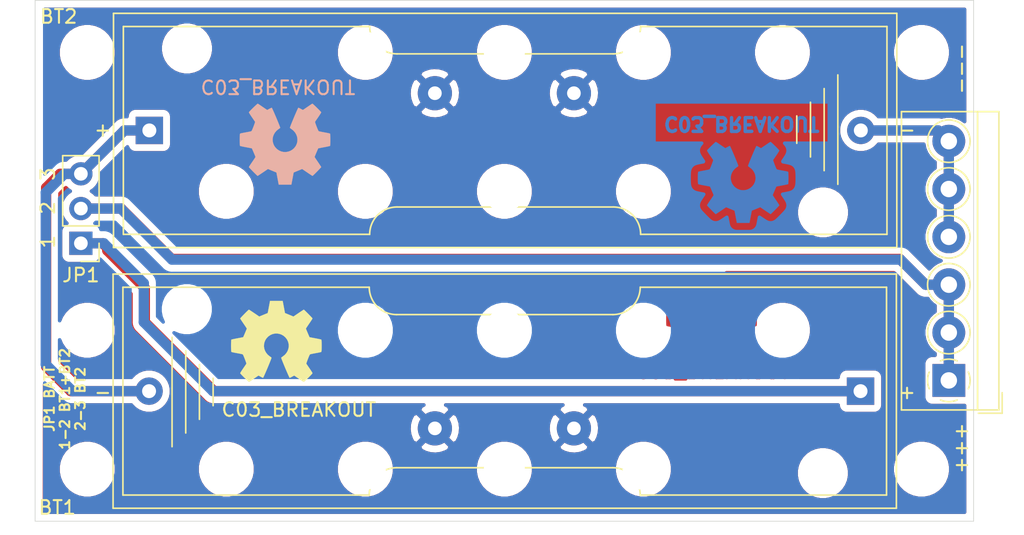
<source format=kicad_pcb>
(kicad_pcb (version 20171130) (host pcbnew 5.1.5-52549c5~86~ubuntu18.04.1)

  (general
    (thickness 1.6)
    (drawings 12)
    (tracks 48)
    (zones 0)
    (modules 33)
    (nets 6)
  )

  (page A4)
  (title_block
    (title "C03 Breakout")
    (company Galopago)
  )

  (layers
    (0 F.Cu signal)
    (31 B.Cu signal)
    (32 B.Adhes user)
    (33 F.Adhes user)
    (34 B.Paste user)
    (35 F.Paste user)
    (36 B.SilkS user)
    (37 F.SilkS user)
    (38 B.Mask user)
    (39 F.Mask user)
    (40 Dwgs.User user)
    (41 Cmts.User user)
    (42 Eco1.User user)
    (43 Eco2.User user)
    (44 Edge.Cuts user)
    (45 Margin user)
    (46 B.CrtYd user)
    (47 F.CrtYd user)
    (48 B.Fab user)
    (49 F.Fab user)
  )

  (setup
    (last_trace_width 0.75)
    (trace_clearance 0.2)
    (zone_clearance 0.508)
    (zone_45_only no)
    (trace_min 0.2)
    (via_size 0.8)
    (via_drill 0.4)
    (via_min_size 0.4)
    (via_min_drill 0.3)
    (uvia_size 0.3)
    (uvia_drill 0.1)
    (uvias_allowed no)
    (uvia_min_size 0.2)
    (uvia_min_drill 0.1)
    (edge_width 0.05)
    (segment_width 0.2)
    (pcb_text_width 0.3)
    (pcb_text_size 1.5 1.5)
    (mod_edge_width 0.12)
    (mod_text_size 1 1)
    (mod_text_width 0.15)
    (pad_size 3 3)
    (pad_drill 3)
    (pad_to_mask_clearance 0.051)
    (solder_mask_min_width 0.25)
    (aux_axis_origin 0 0)
    (visible_elements FFFFFF7F)
    (pcbplotparams
      (layerselection 0x010f0_ffffffff)
      (usegerberextensions false)
      (usegerberattributes false)
      (usegerberadvancedattributes false)
      (creategerberjobfile false)
      (excludeedgelayer true)
      (linewidth 0.100000)
      (plotframeref false)
      (viasonmask false)
      (mode 1)
      (useauxorigin false)
      (hpglpennumber 1)
      (hpglpenspeed 20)
      (hpglpendiameter 15.000000)
      (psnegative false)
      (psa4output false)
      (plotreference true)
      (plotvalue true)
      (plotinvisibletext false)
      (padsonsilk false)
      (subtractmaskfromsilk false)
      (outputformat 1)
      (mirror false)
      (drillshape 0)
      (scaleselection 1)
      (outputdirectory "gerber/single/"))
  )

  (net 0 "")
  (net 1 "Net-(J0-Pad1)")
  (net 2 "Net-(BT1-Pad1)")
  (net 3 "Net-(BT1-Pad2)")
  (net 4 "Net-(BT2-Pad2)")
  (net 5 "Net-(J4-Pad1)")

  (net_class Default "This is the default net class."
    (clearance 0.2)
    (trace_width 0.75)
    (via_dia 0.8)
    (via_drill 0.4)
    (uvia_dia 0.3)
    (uvia_drill 0.1)
    (add_net "Net-(BT1-Pad1)")
    (add_net "Net-(BT1-Pad2)")
    (add_net "Net-(BT2-Pad2)")
    (add_net "Net-(J0-Pad1)")
    (add_net "Net-(J4-Pad1)")
  )

  (module Symbol:OSHW-Symbol_6.7x6mm_Copper (layer B.Cu) (tedit 0) (tstamp 5F59CEC6)
    (at 71.7296 33.2994)
    (descr "Open Source Hardware Symbol")
    (tags "Logo Symbol OSHW")
    (attr virtual)
    (fp_text reference REF** (at 0 0) (layer B.SilkS) hide
      (effects (font (size 1 1) (thickness 0.15)) (justify mirror))
    )
    (fp_text value OSHW-Symbol_6.7x6mm_Copper (at 0.75 0) (layer B.Fab) hide
      (effects (font (size 1 1) (thickness 0.15)) (justify mirror))
    )
    (fp_poly (pts (xy 0.555814 2.531069) (xy 0.639635 2.086445) (xy 0.94892 1.958947) (xy 1.258206 1.831449)
      (xy 1.629246 2.083754) (xy 1.733157 2.154004) (xy 1.827087 2.216728) (xy 1.906652 2.269062)
      (xy 1.96747 2.308143) (xy 2.005157 2.331107) (xy 2.015421 2.336058) (xy 2.03391 2.323324)
      (xy 2.07342 2.288118) (xy 2.129522 2.234938) (xy 2.197787 2.168282) (xy 2.273786 2.092646)
      (xy 2.353092 2.012528) (xy 2.431275 1.932426) (xy 2.503907 1.856836) (xy 2.566559 1.790255)
      (xy 2.614803 1.737182) (xy 2.64421 1.702113) (xy 2.651241 1.690377) (xy 2.641123 1.66874)
      (xy 2.612759 1.621338) (xy 2.569129 1.552807) (xy 2.513218 1.467785) (xy 2.448006 1.370907)
      (xy 2.410219 1.31565) (xy 2.341343 1.214752) (xy 2.28014 1.123701) (xy 2.229578 1.04703)
      (xy 2.192628 0.989272) (xy 2.172258 0.954957) (xy 2.169197 0.947746) (xy 2.176136 0.927252)
      (xy 2.195051 0.879487) (xy 2.223087 0.811168) (xy 2.257391 0.729011) (xy 2.295109 0.63973)
      (xy 2.333387 0.550042) (xy 2.36937 0.466662) (xy 2.400206 0.396306) (xy 2.423039 0.34569)
      (xy 2.435017 0.321529) (xy 2.435724 0.320578) (xy 2.454531 0.315964) (xy 2.504618 0.305672)
      (xy 2.580793 0.290713) (xy 2.677865 0.272099) (xy 2.790643 0.250841) (xy 2.856442 0.238582)
      (xy 2.97695 0.215638) (xy 3.085797 0.193805) (xy 3.177476 0.174278) (xy 3.246481 0.158252)
      (xy 3.287304 0.146921) (xy 3.295511 0.143326) (xy 3.303548 0.118994) (xy 3.310033 0.064041)
      (xy 3.31497 -0.015108) (xy 3.318364 -0.112026) (xy 3.320218 -0.220287) (xy 3.320538 -0.333465)
      (xy 3.319327 -0.445135) (xy 3.31659 -0.548868) (xy 3.312331 -0.638241) (xy 3.306555 -0.706826)
      (xy 3.299267 -0.748197) (xy 3.294895 -0.75681) (xy 3.268764 -0.767133) (xy 3.213393 -0.781892)
      (xy 3.136107 -0.799352) (xy 3.04423 -0.81778) (xy 3.012158 -0.823741) (xy 2.857524 -0.852066)
      (xy 2.735375 -0.874876) (xy 2.641673 -0.89308) (xy 2.572384 -0.907583) (xy 2.523471 -0.919292)
      (xy 2.490897 -0.929115) (xy 2.470628 -0.937956) (xy 2.458626 -0.946724) (xy 2.456947 -0.948457)
      (xy 2.440184 -0.976371) (xy 2.414614 -1.030695) (xy 2.382788 -1.104777) (xy 2.34726 -1.191965)
      (xy 2.310583 -1.285608) (xy 2.275311 -1.379052) (xy 2.243996 -1.465647) (xy 2.219193 -1.53874)
      (xy 2.203454 -1.591678) (xy 2.199332 -1.617811) (xy 2.199676 -1.618726) (xy 2.213641 -1.640086)
      (xy 2.245322 -1.687084) (xy 2.291391 -1.754827) (xy 2.348518 -1.838423) (xy 2.413373 -1.932982)
      (xy 2.431843 -1.959854) (xy 2.497699 -2.057275) (xy 2.55565 -2.146163) (xy 2.602538 -2.221412)
      (xy 2.635207 -2.27792) (xy 2.6505 -2.310581) (xy 2.651241 -2.314593) (xy 2.638392 -2.335684)
      (xy 2.602888 -2.377464) (xy 2.549293 -2.435445) (xy 2.482171 -2.505135) (xy 2.406087 -2.582045)
      (xy 2.325604 -2.661683) (xy 2.245287 -2.739561) (xy 2.169699 -2.811186) (xy 2.103405 -2.87207)
      (xy 2.050969 -2.917721) (xy 2.016955 -2.94365) (xy 2.007545 -2.947883) (xy 1.985643 -2.937912)
      (xy 1.9408 -2.91102) (xy 1.880321 -2.871736) (xy 1.833789 -2.840117) (xy 1.749475 -2.782098)
      (xy 1.649626 -2.713784) (xy 1.549473 -2.645579) (xy 1.495627 -2.609075) (xy 1.313371 -2.4858)
      (xy 1.160381 -2.56852) (xy 1.090682 -2.604759) (xy 1.031414 -2.632926) (xy 0.991311 -2.648991)
      (xy 0.981103 -2.651226) (xy 0.968829 -2.634722) (xy 0.944613 -2.588082) (xy 0.910263 -2.515609)
      (xy 0.867588 -2.421606) (xy 0.818394 -2.310374) (xy 0.76449 -2.186215) (xy 0.707684 -2.053432)
      (xy 0.649782 -1.916327) (xy 0.592593 -1.779202) (xy 0.537924 -1.646358) (xy 0.487584 -1.522098)
      (xy 0.44338 -1.410725) (xy 0.407119 -1.316539) (xy 0.380609 -1.243844) (xy 0.365658 -1.196941)
      (xy 0.363254 -1.180833) (xy 0.382311 -1.160286) (xy 0.424036 -1.126933) (xy 0.479706 -1.087702)
      (xy 0.484378 -1.084599) (xy 0.628264 -0.969423) (xy 0.744283 -0.835053) (xy 0.83143 -0.685784)
      (xy 0.888699 -0.525913) (xy 0.915086 -0.359737) (xy 0.909585 -0.191552) (xy 0.87119 -0.025655)
      (xy 0.798895 0.133658) (xy 0.777626 0.168513) (xy 0.666996 0.309263) (xy 0.536302 0.422286)
      (xy 0.390064 0.506997) (xy 0.232808 0.562806) (xy 0.069057 0.589126) (xy -0.096667 0.58537)
      (xy -0.259838 0.55095) (xy -0.415935 0.485277) (xy -0.560433 0.387765) (xy -0.605131 0.348187)
      (xy -0.718888 0.224297) (xy -0.801782 0.093876) (xy -0.858644 -0.052315) (xy -0.890313 -0.197088)
      (xy -0.898131 -0.35986) (xy -0.872062 -0.52344) (xy -0.814755 -0.682298) (xy -0.728856 -0.830906)
      (xy -0.617014 -0.963735) (xy -0.481877 -1.075256) (xy -0.464117 -1.087011) (xy -0.40785 -1.125508)
      (xy -0.365077 -1.158863) (xy -0.344628 -1.18016) (xy -0.344331 -1.180833) (xy -0.348721 -1.203871)
      (xy -0.366124 -1.256157) (xy -0.394732 -1.33339) (xy -0.432735 -1.431268) (xy -0.478326 -1.545491)
      (xy -0.529697 -1.671758) (xy -0.585038 -1.805767) (xy -0.642542 -1.943218) (xy -0.700399 -2.079808)
      (xy -0.756802 -2.211237) (xy -0.809942 -2.333205) (xy -0.85801 -2.441409) (xy -0.899199 -2.531549)
      (xy -0.931699 -2.599323) (xy -0.953703 -2.64043) (xy -0.962564 -2.651226) (xy -0.98964 -2.642819)
      (xy -1.040303 -2.620272) (xy -1.105817 -2.587613) (xy -1.141841 -2.56852) (xy -1.294832 -2.4858)
      (xy -1.477088 -2.609075) (xy -1.570125 -2.672228) (xy -1.671985 -2.741727) (xy -1.767438 -2.807165)
      (xy -1.81525 -2.840117) (xy -1.882495 -2.885273) (xy -1.939436 -2.921057) (xy -1.978646 -2.942938)
      (xy -1.991381 -2.947563) (xy -2.009917 -2.935085) (xy -2.050941 -2.900252) (xy -2.110475 -2.846678)
      (xy -2.184542 -2.777983) (xy -2.269165 -2.697781) (xy -2.322685 -2.646286) (xy -2.416319 -2.554286)
      (xy -2.497241 -2.471999) (xy -2.562177 -2.402945) (xy -2.607858 -2.350644) (xy -2.631011 -2.318616)
      (xy -2.633232 -2.312116) (xy -2.622924 -2.287394) (xy -2.594439 -2.237405) (xy -2.550937 -2.167212)
      (xy -2.495577 -2.081875) (xy -2.43152 -1.986456) (xy -2.413303 -1.959854) (xy -2.346927 -1.863167)
      (xy -2.287378 -1.776117) (xy -2.237984 -1.703595) (xy -2.202075 -1.650493) (xy -2.182981 -1.621703)
      (xy -2.181136 -1.618726) (xy -2.183895 -1.595782) (xy -2.198538 -1.545336) (xy -2.222513 -1.474041)
      (xy -2.253266 -1.388547) (xy -2.288244 -1.295507) (xy -2.324893 -1.201574) (xy -2.360661 -1.113399)
      (xy -2.392994 -1.037634) (xy -2.419338 -0.980931) (xy -2.437142 -0.949943) (xy -2.438407 -0.948457)
      (xy -2.449294 -0.939601) (xy -2.467682 -0.930843) (xy -2.497606 -0.921277) (xy -2.543103 -0.909996)
      (xy -2.608209 -0.896093) (xy -2.696961 -0.878663) (xy -2.813393 -0.856798) (xy -2.961542 -0.829591)
      (xy -2.993618 -0.823741) (xy -3.088686 -0.805374) (xy -3.171565 -0.787405) (xy -3.23493 -0.771569)
      (xy -3.271458 -0.7596) (xy -3.276356 -0.75681) (xy -3.284427 -0.732072) (xy -3.290987 -0.67679)
      (xy -3.296033 -0.597389) (xy -3.299559 -0.500296) (xy -3.301561 -0.391938) (xy -3.302036 -0.27874)
      (xy -3.300977 -0.167128) (xy -3.298382 -0.063529) (xy -3.294246 0.025632) (xy -3.288563 0.093928)
      (xy -3.281331 0.134934) (xy -3.276971 0.143326) (xy -3.252698 0.151792) (xy -3.197426 0.165565)
      (xy -3.116662 0.18345) (xy -3.015912 0.204252) (xy -2.900683 0.226777) (xy -2.837902 0.238582)
      (xy -2.718787 0.260849) (xy -2.612565 0.281021) (xy -2.524427 0.298085) (xy -2.459566 0.311031)
      (xy -2.423174 0.318845) (xy -2.417184 0.320578) (xy -2.407061 0.34011) (xy -2.385662 0.387157)
      (xy -2.355839 0.454997) (xy -2.320445 0.536909) (xy -2.282332 0.626172) (xy -2.244353 0.716065)
      (xy -2.20936 0.799865) (xy -2.180206 0.870853) (xy -2.159743 0.922306) (xy -2.150823 0.947503)
      (xy -2.150657 0.948604) (xy -2.160769 0.968481) (xy -2.189117 1.014223) (xy -2.232723 1.081283)
      (xy -2.288606 1.165116) (xy -2.353787 1.261174) (xy -2.391679 1.31635) (xy -2.460725 1.417519)
      (xy -2.52205 1.50937) (xy -2.572663 1.587256) (xy -2.609571 1.646531) (xy -2.629782 1.682549)
      (xy -2.632701 1.690623) (xy -2.620153 1.709416) (xy -2.585463 1.749543) (xy -2.533063 1.806507)
      (xy -2.467384 1.875815) (xy -2.392856 1.952969) (xy -2.313913 2.033475) (xy -2.234983 2.112837)
      (xy -2.1605 2.18656) (xy -2.094894 2.250148) (xy -2.042596 2.299106) (xy -2.008039 2.328939)
      (xy -1.996478 2.336058) (xy -1.977654 2.326047) (xy -1.932631 2.297922) (xy -1.865787 2.254546)
      (xy -1.781499 2.198782) (xy -1.684144 2.133494) (xy -1.610707 2.083754) (xy -1.239667 1.831449)
      (xy -0.621095 2.086445) (xy -0.537275 2.531069) (xy -0.453454 2.975693) (xy 0.471994 2.975693)
      (xy 0.555814 2.531069)) (layer B.Cu) (width 0.01))
  )

  (module Symbol:OSHW-Symbol_6.7x6mm_Copper (layer F.Cu) (tedit 0) (tstamp 5F59CEC0)
    (at 69.4182 43.053)
    (descr "Open Source Hardware Symbol")
    (tags "Logo Symbol OSHW")
    (attr virtual)
    (fp_text reference REF** (at 0 0) (layer F.SilkS) hide
      (effects (font (size 1 1) (thickness 0.15)))
    )
    (fp_text value OSHW-Symbol_6.7x6mm_Copper (at 0.75 0) (layer F.Fab) hide
      (effects (font (size 1 1) (thickness 0.15)))
    )
    (fp_poly (pts (xy 0.555814 -2.531069) (xy 0.639635 -2.086445) (xy 0.94892 -1.958947) (xy 1.258206 -1.831449)
      (xy 1.629246 -2.083754) (xy 1.733157 -2.154004) (xy 1.827087 -2.216728) (xy 1.906652 -2.269062)
      (xy 1.96747 -2.308143) (xy 2.005157 -2.331107) (xy 2.015421 -2.336058) (xy 2.03391 -2.323324)
      (xy 2.07342 -2.288118) (xy 2.129522 -2.234938) (xy 2.197787 -2.168282) (xy 2.273786 -2.092646)
      (xy 2.353092 -2.012528) (xy 2.431275 -1.932426) (xy 2.503907 -1.856836) (xy 2.566559 -1.790255)
      (xy 2.614803 -1.737182) (xy 2.64421 -1.702113) (xy 2.651241 -1.690377) (xy 2.641123 -1.66874)
      (xy 2.612759 -1.621338) (xy 2.569129 -1.552807) (xy 2.513218 -1.467785) (xy 2.448006 -1.370907)
      (xy 2.410219 -1.31565) (xy 2.341343 -1.214752) (xy 2.28014 -1.123701) (xy 2.229578 -1.04703)
      (xy 2.192628 -0.989272) (xy 2.172258 -0.954957) (xy 2.169197 -0.947746) (xy 2.176136 -0.927252)
      (xy 2.195051 -0.879487) (xy 2.223087 -0.811168) (xy 2.257391 -0.729011) (xy 2.295109 -0.63973)
      (xy 2.333387 -0.550042) (xy 2.36937 -0.466662) (xy 2.400206 -0.396306) (xy 2.423039 -0.34569)
      (xy 2.435017 -0.321529) (xy 2.435724 -0.320578) (xy 2.454531 -0.315964) (xy 2.504618 -0.305672)
      (xy 2.580793 -0.290713) (xy 2.677865 -0.272099) (xy 2.790643 -0.250841) (xy 2.856442 -0.238582)
      (xy 2.97695 -0.215638) (xy 3.085797 -0.193805) (xy 3.177476 -0.174278) (xy 3.246481 -0.158252)
      (xy 3.287304 -0.146921) (xy 3.295511 -0.143326) (xy 3.303548 -0.118994) (xy 3.310033 -0.064041)
      (xy 3.31497 0.015108) (xy 3.318364 0.112026) (xy 3.320218 0.220287) (xy 3.320538 0.333465)
      (xy 3.319327 0.445135) (xy 3.31659 0.548868) (xy 3.312331 0.638241) (xy 3.306555 0.706826)
      (xy 3.299267 0.748197) (xy 3.294895 0.75681) (xy 3.268764 0.767133) (xy 3.213393 0.781892)
      (xy 3.136107 0.799352) (xy 3.04423 0.81778) (xy 3.012158 0.823741) (xy 2.857524 0.852066)
      (xy 2.735375 0.874876) (xy 2.641673 0.89308) (xy 2.572384 0.907583) (xy 2.523471 0.919292)
      (xy 2.490897 0.929115) (xy 2.470628 0.937956) (xy 2.458626 0.946724) (xy 2.456947 0.948457)
      (xy 2.440184 0.976371) (xy 2.414614 1.030695) (xy 2.382788 1.104777) (xy 2.34726 1.191965)
      (xy 2.310583 1.285608) (xy 2.275311 1.379052) (xy 2.243996 1.465647) (xy 2.219193 1.53874)
      (xy 2.203454 1.591678) (xy 2.199332 1.617811) (xy 2.199676 1.618726) (xy 2.213641 1.640086)
      (xy 2.245322 1.687084) (xy 2.291391 1.754827) (xy 2.348518 1.838423) (xy 2.413373 1.932982)
      (xy 2.431843 1.959854) (xy 2.497699 2.057275) (xy 2.55565 2.146163) (xy 2.602538 2.221412)
      (xy 2.635207 2.27792) (xy 2.6505 2.310581) (xy 2.651241 2.314593) (xy 2.638392 2.335684)
      (xy 2.602888 2.377464) (xy 2.549293 2.435445) (xy 2.482171 2.505135) (xy 2.406087 2.582045)
      (xy 2.325604 2.661683) (xy 2.245287 2.739561) (xy 2.169699 2.811186) (xy 2.103405 2.87207)
      (xy 2.050969 2.917721) (xy 2.016955 2.94365) (xy 2.007545 2.947883) (xy 1.985643 2.937912)
      (xy 1.9408 2.91102) (xy 1.880321 2.871736) (xy 1.833789 2.840117) (xy 1.749475 2.782098)
      (xy 1.649626 2.713784) (xy 1.549473 2.645579) (xy 1.495627 2.609075) (xy 1.313371 2.4858)
      (xy 1.160381 2.56852) (xy 1.090682 2.604759) (xy 1.031414 2.632926) (xy 0.991311 2.648991)
      (xy 0.981103 2.651226) (xy 0.968829 2.634722) (xy 0.944613 2.588082) (xy 0.910263 2.515609)
      (xy 0.867588 2.421606) (xy 0.818394 2.310374) (xy 0.76449 2.186215) (xy 0.707684 2.053432)
      (xy 0.649782 1.916327) (xy 0.592593 1.779202) (xy 0.537924 1.646358) (xy 0.487584 1.522098)
      (xy 0.44338 1.410725) (xy 0.407119 1.316539) (xy 0.380609 1.243844) (xy 0.365658 1.196941)
      (xy 0.363254 1.180833) (xy 0.382311 1.160286) (xy 0.424036 1.126933) (xy 0.479706 1.087702)
      (xy 0.484378 1.084599) (xy 0.628264 0.969423) (xy 0.744283 0.835053) (xy 0.83143 0.685784)
      (xy 0.888699 0.525913) (xy 0.915086 0.359737) (xy 0.909585 0.191552) (xy 0.87119 0.025655)
      (xy 0.798895 -0.133658) (xy 0.777626 -0.168513) (xy 0.666996 -0.309263) (xy 0.536302 -0.422286)
      (xy 0.390064 -0.506997) (xy 0.232808 -0.562806) (xy 0.069057 -0.589126) (xy -0.096667 -0.58537)
      (xy -0.259838 -0.55095) (xy -0.415935 -0.485277) (xy -0.560433 -0.387765) (xy -0.605131 -0.348187)
      (xy -0.718888 -0.224297) (xy -0.801782 -0.093876) (xy -0.858644 0.052315) (xy -0.890313 0.197088)
      (xy -0.898131 0.35986) (xy -0.872062 0.52344) (xy -0.814755 0.682298) (xy -0.728856 0.830906)
      (xy -0.617014 0.963735) (xy -0.481877 1.075256) (xy -0.464117 1.087011) (xy -0.40785 1.125508)
      (xy -0.365077 1.158863) (xy -0.344628 1.18016) (xy -0.344331 1.180833) (xy -0.348721 1.203871)
      (xy -0.366124 1.256157) (xy -0.394732 1.33339) (xy -0.432735 1.431268) (xy -0.478326 1.545491)
      (xy -0.529697 1.671758) (xy -0.585038 1.805767) (xy -0.642542 1.943218) (xy -0.700399 2.079808)
      (xy -0.756802 2.211237) (xy -0.809942 2.333205) (xy -0.85801 2.441409) (xy -0.899199 2.531549)
      (xy -0.931699 2.599323) (xy -0.953703 2.64043) (xy -0.962564 2.651226) (xy -0.98964 2.642819)
      (xy -1.040303 2.620272) (xy -1.105817 2.587613) (xy -1.141841 2.56852) (xy -1.294832 2.4858)
      (xy -1.477088 2.609075) (xy -1.570125 2.672228) (xy -1.671985 2.741727) (xy -1.767438 2.807165)
      (xy -1.81525 2.840117) (xy -1.882495 2.885273) (xy -1.939436 2.921057) (xy -1.978646 2.942938)
      (xy -1.991381 2.947563) (xy -2.009917 2.935085) (xy -2.050941 2.900252) (xy -2.110475 2.846678)
      (xy -2.184542 2.777983) (xy -2.269165 2.697781) (xy -2.322685 2.646286) (xy -2.416319 2.554286)
      (xy -2.497241 2.471999) (xy -2.562177 2.402945) (xy -2.607858 2.350644) (xy -2.631011 2.318616)
      (xy -2.633232 2.312116) (xy -2.622924 2.287394) (xy -2.594439 2.237405) (xy -2.550937 2.167212)
      (xy -2.495577 2.081875) (xy -2.43152 1.986456) (xy -2.413303 1.959854) (xy -2.346927 1.863167)
      (xy -2.287378 1.776117) (xy -2.237984 1.703595) (xy -2.202075 1.650493) (xy -2.182981 1.621703)
      (xy -2.181136 1.618726) (xy -2.183895 1.595782) (xy -2.198538 1.545336) (xy -2.222513 1.474041)
      (xy -2.253266 1.388547) (xy -2.288244 1.295507) (xy -2.324893 1.201574) (xy -2.360661 1.113399)
      (xy -2.392994 1.037634) (xy -2.419338 0.980931) (xy -2.437142 0.949943) (xy -2.438407 0.948457)
      (xy -2.449294 0.939601) (xy -2.467682 0.930843) (xy -2.497606 0.921277) (xy -2.543103 0.909996)
      (xy -2.608209 0.896093) (xy -2.696961 0.878663) (xy -2.813393 0.856798) (xy -2.961542 0.829591)
      (xy -2.993618 0.823741) (xy -3.088686 0.805374) (xy -3.171565 0.787405) (xy -3.23493 0.771569)
      (xy -3.271458 0.7596) (xy -3.276356 0.75681) (xy -3.284427 0.732072) (xy -3.290987 0.67679)
      (xy -3.296033 0.597389) (xy -3.299559 0.500296) (xy -3.301561 0.391938) (xy -3.302036 0.27874)
      (xy -3.300977 0.167128) (xy -3.298382 0.063529) (xy -3.294246 -0.025632) (xy -3.288563 -0.093928)
      (xy -3.281331 -0.134934) (xy -3.276971 -0.143326) (xy -3.252698 -0.151792) (xy -3.197426 -0.165565)
      (xy -3.116662 -0.18345) (xy -3.015912 -0.204252) (xy -2.900683 -0.226777) (xy -2.837902 -0.238582)
      (xy -2.718787 -0.260849) (xy -2.612565 -0.281021) (xy -2.524427 -0.298085) (xy -2.459566 -0.311031)
      (xy -2.423174 -0.318845) (xy -2.417184 -0.320578) (xy -2.407061 -0.34011) (xy -2.385662 -0.387157)
      (xy -2.355839 -0.454997) (xy -2.320445 -0.536909) (xy -2.282332 -0.626172) (xy -2.244353 -0.716065)
      (xy -2.20936 -0.799865) (xy -2.180206 -0.870853) (xy -2.159743 -0.922306) (xy -2.150823 -0.947503)
      (xy -2.150657 -0.948604) (xy -2.160769 -0.968481) (xy -2.189117 -1.014223) (xy -2.232723 -1.081283)
      (xy -2.288606 -1.165116) (xy -2.353787 -1.261174) (xy -2.391679 -1.31635) (xy -2.460725 -1.417519)
      (xy -2.52205 -1.50937) (xy -2.572663 -1.587256) (xy -2.609571 -1.646531) (xy -2.629782 -1.682549)
      (xy -2.632701 -1.690623) (xy -2.620153 -1.709416) (xy -2.585463 -1.749543) (xy -2.533063 -1.806507)
      (xy -2.467384 -1.875815) (xy -2.392856 -1.952969) (xy -2.313913 -2.033475) (xy -2.234983 -2.112837)
      (xy -2.1605 -2.18656) (xy -2.094894 -2.250148) (xy -2.042596 -2.299106) (xy -2.008039 -2.328939)
      (xy -1.996478 -2.336058) (xy -1.977654 -2.326047) (xy -1.932631 -2.297922) (xy -1.865787 -2.254546)
      (xy -1.781499 -2.198782) (xy -1.684144 -2.133494) (xy -1.610707 -2.083754) (xy -1.239667 -1.831449)
      (xy -0.621095 -2.086445) (xy -0.537275 -2.531069) (xy -0.453454 -2.975693) (xy 0.471994 -2.975693)
      (xy 0.555814 -2.531069)) (layer F.Cu) (width 0.01))
  )

  (module Symbol:OSHW-Symbol_6.7x6mm_SilkScreen (layer B.Cu) (tedit 0) (tstamp 5F59C9FC)
    (at 38.2524 30.5054)
    (descr "Open Source Hardware Symbol")
    (tags "Logo Symbol OSHW")
    (attr virtual)
    (fp_text reference REF** (at 0 0) (layer B.SilkS) hide
      (effects (font (size 1 1) (thickness 0.15)) (justify mirror))
    )
    (fp_text value OSHW-Symbol_6.7x6mm_SilkScreen (at 0.75 0) (layer B.Fab) hide
      (effects (font (size 1 1) (thickness 0.15)) (justify mirror))
    )
    (fp_poly (pts (xy 0.555814 2.531069) (xy 0.639635 2.086445) (xy 0.94892 1.958947) (xy 1.258206 1.831449)
      (xy 1.629246 2.083754) (xy 1.733157 2.154004) (xy 1.827087 2.216728) (xy 1.906652 2.269062)
      (xy 1.96747 2.308143) (xy 2.005157 2.331107) (xy 2.015421 2.336058) (xy 2.03391 2.323324)
      (xy 2.07342 2.288118) (xy 2.129522 2.234938) (xy 2.197787 2.168282) (xy 2.273786 2.092646)
      (xy 2.353092 2.012528) (xy 2.431275 1.932426) (xy 2.503907 1.856836) (xy 2.566559 1.790255)
      (xy 2.614803 1.737182) (xy 2.64421 1.702113) (xy 2.651241 1.690377) (xy 2.641123 1.66874)
      (xy 2.612759 1.621338) (xy 2.569129 1.552807) (xy 2.513218 1.467785) (xy 2.448006 1.370907)
      (xy 2.410219 1.31565) (xy 2.341343 1.214752) (xy 2.28014 1.123701) (xy 2.229578 1.04703)
      (xy 2.192628 0.989272) (xy 2.172258 0.954957) (xy 2.169197 0.947746) (xy 2.176136 0.927252)
      (xy 2.195051 0.879487) (xy 2.223087 0.811168) (xy 2.257391 0.729011) (xy 2.295109 0.63973)
      (xy 2.333387 0.550042) (xy 2.36937 0.466662) (xy 2.400206 0.396306) (xy 2.423039 0.34569)
      (xy 2.435017 0.321529) (xy 2.435724 0.320578) (xy 2.454531 0.315964) (xy 2.504618 0.305672)
      (xy 2.580793 0.290713) (xy 2.677865 0.272099) (xy 2.790643 0.250841) (xy 2.856442 0.238582)
      (xy 2.97695 0.215638) (xy 3.085797 0.193805) (xy 3.177476 0.174278) (xy 3.246481 0.158252)
      (xy 3.287304 0.146921) (xy 3.295511 0.143326) (xy 3.303548 0.118994) (xy 3.310033 0.064041)
      (xy 3.31497 -0.015108) (xy 3.318364 -0.112026) (xy 3.320218 -0.220287) (xy 3.320538 -0.333465)
      (xy 3.319327 -0.445135) (xy 3.31659 -0.548868) (xy 3.312331 -0.638241) (xy 3.306555 -0.706826)
      (xy 3.299267 -0.748197) (xy 3.294895 -0.75681) (xy 3.268764 -0.767133) (xy 3.213393 -0.781892)
      (xy 3.136107 -0.799352) (xy 3.04423 -0.81778) (xy 3.012158 -0.823741) (xy 2.857524 -0.852066)
      (xy 2.735375 -0.874876) (xy 2.641673 -0.89308) (xy 2.572384 -0.907583) (xy 2.523471 -0.919292)
      (xy 2.490897 -0.929115) (xy 2.470628 -0.937956) (xy 2.458626 -0.946724) (xy 2.456947 -0.948457)
      (xy 2.440184 -0.976371) (xy 2.414614 -1.030695) (xy 2.382788 -1.104777) (xy 2.34726 -1.191965)
      (xy 2.310583 -1.285608) (xy 2.275311 -1.379052) (xy 2.243996 -1.465647) (xy 2.219193 -1.53874)
      (xy 2.203454 -1.591678) (xy 2.199332 -1.617811) (xy 2.199676 -1.618726) (xy 2.213641 -1.640086)
      (xy 2.245322 -1.687084) (xy 2.291391 -1.754827) (xy 2.348518 -1.838423) (xy 2.413373 -1.932982)
      (xy 2.431843 -1.959854) (xy 2.497699 -2.057275) (xy 2.55565 -2.146163) (xy 2.602538 -2.221412)
      (xy 2.635207 -2.27792) (xy 2.6505 -2.310581) (xy 2.651241 -2.314593) (xy 2.638392 -2.335684)
      (xy 2.602888 -2.377464) (xy 2.549293 -2.435445) (xy 2.482171 -2.505135) (xy 2.406087 -2.582045)
      (xy 2.325604 -2.661683) (xy 2.245287 -2.739561) (xy 2.169699 -2.811186) (xy 2.103405 -2.87207)
      (xy 2.050969 -2.917721) (xy 2.016955 -2.94365) (xy 2.007545 -2.947883) (xy 1.985643 -2.937912)
      (xy 1.9408 -2.91102) (xy 1.880321 -2.871736) (xy 1.833789 -2.840117) (xy 1.749475 -2.782098)
      (xy 1.649626 -2.713784) (xy 1.549473 -2.645579) (xy 1.495627 -2.609075) (xy 1.313371 -2.4858)
      (xy 1.160381 -2.56852) (xy 1.090682 -2.604759) (xy 1.031414 -2.632926) (xy 0.991311 -2.648991)
      (xy 0.981103 -2.651226) (xy 0.968829 -2.634722) (xy 0.944613 -2.588082) (xy 0.910263 -2.515609)
      (xy 0.867588 -2.421606) (xy 0.818394 -2.310374) (xy 0.76449 -2.186215) (xy 0.707684 -2.053432)
      (xy 0.649782 -1.916327) (xy 0.592593 -1.779202) (xy 0.537924 -1.646358) (xy 0.487584 -1.522098)
      (xy 0.44338 -1.410725) (xy 0.407119 -1.316539) (xy 0.380609 -1.243844) (xy 0.365658 -1.196941)
      (xy 0.363254 -1.180833) (xy 0.382311 -1.160286) (xy 0.424036 -1.126933) (xy 0.479706 -1.087702)
      (xy 0.484378 -1.084599) (xy 0.628264 -0.969423) (xy 0.744283 -0.835053) (xy 0.83143 -0.685784)
      (xy 0.888699 -0.525913) (xy 0.915086 -0.359737) (xy 0.909585 -0.191552) (xy 0.87119 -0.025655)
      (xy 0.798895 0.133658) (xy 0.777626 0.168513) (xy 0.666996 0.309263) (xy 0.536302 0.422286)
      (xy 0.390064 0.506997) (xy 0.232808 0.562806) (xy 0.069057 0.589126) (xy -0.096667 0.58537)
      (xy -0.259838 0.55095) (xy -0.415935 0.485277) (xy -0.560433 0.387765) (xy -0.605131 0.348187)
      (xy -0.718888 0.224297) (xy -0.801782 0.093876) (xy -0.858644 -0.052315) (xy -0.890313 -0.197088)
      (xy -0.898131 -0.35986) (xy -0.872062 -0.52344) (xy -0.814755 -0.682298) (xy -0.728856 -0.830906)
      (xy -0.617014 -0.963735) (xy -0.481877 -1.075256) (xy -0.464117 -1.087011) (xy -0.40785 -1.125508)
      (xy -0.365077 -1.158863) (xy -0.344628 -1.18016) (xy -0.344331 -1.180833) (xy -0.348721 -1.203871)
      (xy -0.366124 -1.256157) (xy -0.394732 -1.33339) (xy -0.432735 -1.431268) (xy -0.478326 -1.545491)
      (xy -0.529697 -1.671758) (xy -0.585038 -1.805767) (xy -0.642542 -1.943218) (xy -0.700399 -2.079808)
      (xy -0.756802 -2.211237) (xy -0.809942 -2.333205) (xy -0.85801 -2.441409) (xy -0.899199 -2.531549)
      (xy -0.931699 -2.599323) (xy -0.953703 -2.64043) (xy -0.962564 -2.651226) (xy -0.98964 -2.642819)
      (xy -1.040303 -2.620272) (xy -1.105817 -2.587613) (xy -1.141841 -2.56852) (xy -1.294832 -2.4858)
      (xy -1.477088 -2.609075) (xy -1.570125 -2.672228) (xy -1.671985 -2.741727) (xy -1.767438 -2.807165)
      (xy -1.81525 -2.840117) (xy -1.882495 -2.885273) (xy -1.939436 -2.921057) (xy -1.978646 -2.942938)
      (xy -1.991381 -2.947563) (xy -2.009917 -2.935085) (xy -2.050941 -2.900252) (xy -2.110475 -2.846678)
      (xy -2.184542 -2.777983) (xy -2.269165 -2.697781) (xy -2.322685 -2.646286) (xy -2.416319 -2.554286)
      (xy -2.497241 -2.471999) (xy -2.562177 -2.402945) (xy -2.607858 -2.350644) (xy -2.631011 -2.318616)
      (xy -2.633232 -2.312116) (xy -2.622924 -2.287394) (xy -2.594439 -2.237405) (xy -2.550937 -2.167212)
      (xy -2.495577 -2.081875) (xy -2.43152 -1.986456) (xy -2.413303 -1.959854) (xy -2.346927 -1.863167)
      (xy -2.287378 -1.776117) (xy -2.237984 -1.703595) (xy -2.202075 -1.650493) (xy -2.182981 -1.621703)
      (xy -2.181136 -1.618726) (xy -2.183895 -1.595782) (xy -2.198538 -1.545336) (xy -2.222513 -1.474041)
      (xy -2.253266 -1.388547) (xy -2.288244 -1.295507) (xy -2.324893 -1.201574) (xy -2.360661 -1.113399)
      (xy -2.392994 -1.037634) (xy -2.419338 -0.980931) (xy -2.437142 -0.949943) (xy -2.438407 -0.948457)
      (xy -2.449294 -0.939601) (xy -2.467682 -0.930843) (xy -2.497606 -0.921277) (xy -2.543103 -0.909996)
      (xy -2.608209 -0.896093) (xy -2.696961 -0.878663) (xy -2.813393 -0.856798) (xy -2.961542 -0.829591)
      (xy -2.993618 -0.823741) (xy -3.088686 -0.805374) (xy -3.171565 -0.787405) (xy -3.23493 -0.771569)
      (xy -3.271458 -0.7596) (xy -3.276356 -0.75681) (xy -3.284427 -0.732072) (xy -3.290987 -0.67679)
      (xy -3.296033 -0.597389) (xy -3.299559 -0.500296) (xy -3.301561 -0.391938) (xy -3.302036 -0.27874)
      (xy -3.300977 -0.167128) (xy -3.298382 -0.063529) (xy -3.294246 0.025632) (xy -3.288563 0.093928)
      (xy -3.281331 0.134934) (xy -3.276971 0.143326) (xy -3.252698 0.151792) (xy -3.197426 0.165565)
      (xy -3.116662 0.18345) (xy -3.015912 0.204252) (xy -2.900683 0.226777) (xy -2.837902 0.238582)
      (xy -2.718787 0.260849) (xy -2.612565 0.281021) (xy -2.524427 0.298085) (xy -2.459566 0.311031)
      (xy -2.423174 0.318845) (xy -2.417184 0.320578) (xy -2.407061 0.34011) (xy -2.385662 0.387157)
      (xy -2.355839 0.454997) (xy -2.320445 0.536909) (xy -2.282332 0.626172) (xy -2.244353 0.716065)
      (xy -2.20936 0.799865) (xy -2.180206 0.870853) (xy -2.159743 0.922306) (xy -2.150823 0.947503)
      (xy -2.150657 0.948604) (xy -2.160769 0.968481) (xy -2.189117 1.014223) (xy -2.232723 1.081283)
      (xy -2.288606 1.165116) (xy -2.353787 1.261174) (xy -2.391679 1.31635) (xy -2.460725 1.417519)
      (xy -2.52205 1.50937) (xy -2.572663 1.587256) (xy -2.609571 1.646531) (xy -2.629782 1.682549)
      (xy -2.632701 1.690623) (xy -2.620153 1.709416) (xy -2.585463 1.749543) (xy -2.533063 1.806507)
      (xy -2.467384 1.875815) (xy -2.392856 1.952969) (xy -2.313913 2.033475) (xy -2.234983 2.112837)
      (xy -2.1605 2.18656) (xy -2.094894 2.250148) (xy -2.042596 2.299106) (xy -2.008039 2.328939)
      (xy -1.996478 2.336058) (xy -1.977654 2.326047) (xy -1.932631 2.297922) (xy -1.865787 2.254546)
      (xy -1.781499 2.198782) (xy -1.684144 2.133494) (xy -1.610707 2.083754) (xy -1.239667 1.831449)
      (xy -0.621095 2.086445) (xy -0.537275 2.531069) (xy -0.453454 2.975693) (xy 0.471994 2.975693)
      (xy 0.555814 2.531069)) (layer B.SilkS) (width 0.01))
  )

  (module Symbol:OSHW-Symbol_6.7x6mm_SilkScreen (layer F.Cu) (tedit 0) (tstamp 5F59C9F6)
    (at 37.6174 44.958)
    (descr "Open Source Hardware Symbol")
    (tags "Logo Symbol OSHW")
    (attr virtual)
    (fp_text reference REF** (at 0 0) (layer F.SilkS) hide
      (effects (font (size 1 1) (thickness 0.15)))
    )
    (fp_text value OSHW-Symbol_6.7x6mm_SilkScreen (at 0.75 0) (layer F.Fab) hide
      (effects (font (size 1 1) (thickness 0.15)))
    )
    (fp_poly (pts (xy 0.555814 -2.531069) (xy 0.639635 -2.086445) (xy 0.94892 -1.958947) (xy 1.258206 -1.831449)
      (xy 1.629246 -2.083754) (xy 1.733157 -2.154004) (xy 1.827087 -2.216728) (xy 1.906652 -2.269062)
      (xy 1.96747 -2.308143) (xy 2.005157 -2.331107) (xy 2.015421 -2.336058) (xy 2.03391 -2.323324)
      (xy 2.07342 -2.288118) (xy 2.129522 -2.234938) (xy 2.197787 -2.168282) (xy 2.273786 -2.092646)
      (xy 2.353092 -2.012528) (xy 2.431275 -1.932426) (xy 2.503907 -1.856836) (xy 2.566559 -1.790255)
      (xy 2.614803 -1.737182) (xy 2.64421 -1.702113) (xy 2.651241 -1.690377) (xy 2.641123 -1.66874)
      (xy 2.612759 -1.621338) (xy 2.569129 -1.552807) (xy 2.513218 -1.467785) (xy 2.448006 -1.370907)
      (xy 2.410219 -1.31565) (xy 2.341343 -1.214752) (xy 2.28014 -1.123701) (xy 2.229578 -1.04703)
      (xy 2.192628 -0.989272) (xy 2.172258 -0.954957) (xy 2.169197 -0.947746) (xy 2.176136 -0.927252)
      (xy 2.195051 -0.879487) (xy 2.223087 -0.811168) (xy 2.257391 -0.729011) (xy 2.295109 -0.63973)
      (xy 2.333387 -0.550042) (xy 2.36937 -0.466662) (xy 2.400206 -0.396306) (xy 2.423039 -0.34569)
      (xy 2.435017 -0.321529) (xy 2.435724 -0.320578) (xy 2.454531 -0.315964) (xy 2.504618 -0.305672)
      (xy 2.580793 -0.290713) (xy 2.677865 -0.272099) (xy 2.790643 -0.250841) (xy 2.856442 -0.238582)
      (xy 2.97695 -0.215638) (xy 3.085797 -0.193805) (xy 3.177476 -0.174278) (xy 3.246481 -0.158252)
      (xy 3.287304 -0.146921) (xy 3.295511 -0.143326) (xy 3.303548 -0.118994) (xy 3.310033 -0.064041)
      (xy 3.31497 0.015108) (xy 3.318364 0.112026) (xy 3.320218 0.220287) (xy 3.320538 0.333465)
      (xy 3.319327 0.445135) (xy 3.31659 0.548868) (xy 3.312331 0.638241) (xy 3.306555 0.706826)
      (xy 3.299267 0.748197) (xy 3.294895 0.75681) (xy 3.268764 0.767133) (xy 3.213393 0.781892)
      (xy 3.136107 0.799352) (xy 3.04423 0.81778) (xy 3.012158 0.823741) (xy 2.857524 0.852066)
      (xy 2.735375 0.874876) (xy 2.641673 0.89308) (xy 2.572384 0.907583) (xy 2.523471 0.919292)
      (xy 2.490897 0.929115) (xy 2.470628 0.937956) (xy 2.458626 0.946724) (xy 2.456947 0.948457)
      (xy 2.440184 0.976371) (xy 2.414614 1.030695) (xy 2.382788 1.104777) (xy 2.34726 1.191965)
      (xy 2.310583 1.285608) (xy 2.275311 1.379052) (xy 2.243996 1.465647) (xy 2.219193 1.53874)
      (xy 2.203454 1.591678) (xy 2.199332 1.617811) (xy 2.199676 1.618726) (xy 2.213641 1.640086)
      (xy 2.245322 1.687084) (xy 2.291391 1.754827) (xy 2.348518 1.838423) (xy 2.413373 1.932982)
      (xy 2.431843 1.959854) (xy 2.497699 2.057275) (xy 2.55565 2.146163) (xy 2.602538 2.221412)
      (xy 2.635207 2.27792) (xy 2.6505 2.310581) (xy 2.651241 2.314593) (xy 2.638392 2.335684)
      (xy 2.602888 2.377464) (xy 2.549293 2.435445) (xy 2.482171 2.505135) (xy 2.406087 2.582045)
      (xy 2.325604 2.661683) (xy 2.245287 2.739561) (xy 2.169699 2.811186) (xy 2.103405 2.87207)
      (xy 2.050969 2.917721) (xy 2.016955 2.94365) (xy 2.007545 2.947883) (xy 1.985643 2.937912)
      (xy 1.9408 2.91102) (xy 1.880321 2.871736) (xy 1.833789 2.840117) (xy 1.749475 2.782098)
      (xy 1.649626 2.713784) (xy 1.549473 2.645579) (xy 1.495627 2.609075) (xy 1.313371 2.4858)
      (xy 1.160381 2.56852) (xy 1.090682 2.604759) (xy 1.031414 2.632926) (xy 0.991311 2.648991)
      (xy 0.981103 2.651226) (xy 0.968829 2.634722) (xy 0.944613 2.588082) (xy 0.910263 2.515609)
      (xy 0.867588 2.421606) (xy 0.818394 2.310374) (xy 0.76449 2.186215) (xy 0.707684 2.053432)
      (xy 0.649782 1.916327) (xy 0.592593 1.779202) (xy 0.537924 1.646358) (xy 0.487584 1.522098)
      (xy 0.44338 1.410725) (xy 0.407119 1.316539) (xy 0.380609 1.243844) (xy 0.365658 1.196941)
      (xy 0.363254 1.180833) (xy 0.382311 1.160286) (xy 0.424036 1.126933) (xy 0.479706 1.087702)
      (xy 0.484378 1.084599) (xy 0.628264 0.969423) (xy 0.744283 0.835053) (xy 0.83143 0.685784)
      (xy 0.888699 0.525913) (xy 0.915086 0.359737) (xy 0.909585 0.191552) (xy 0.87119 0.025655)
      (xy 0.798895 -0.133658) (xy 0.777626 -0.168513) (xy 0.666996 -0.309263) (xy 0.536302 -0.422286)
      (xy 0.390064 -0.506997) (xy 0.232808 -0.562806) (xy 0.069057 -0.589126) (xy -0.096667 -0.58537)
      (xy -0.259838 -0.55095) (xy -0.415935 -0.485277) (xy -0.560433 -0.387765) (xy -0.605131 -0.348187)
      (xy -0.718888 -0.224297) (xy -0.801782 -0.093876) (xy -0.858644 0.052315) (xy -0.890313 0.197088)
      (xy -0.898131 0.35986) (xy -0.872062 0.52344) (xy -0.814755 0.682298) (xy -0.728856 0.830906)
      (xy -0.617014 0.963735) (xy -0.481877 1.075256) (xy -0.464117 1.087011) (xy -0.40785 1.125508)
      (xy -0.365077 1.158863) (xy -0.344628 1.18016) (xy -0.344331 1.180833) (xy -0.348721 1.203871)
      (xy -0.366124 1.256157) (xy -0.394732 1.33339) (xy -0.432735 1.431268) (xy -0.478326 1.545491)
      (xy -0.529697 1.671758) (xy -0.585038 1.805767) (xy -0.642542 1.943218) (xy -0.700399 2.079808)
      (xy -0.756802 2.211237) (xy -0.809942 2.333205) (xy -0.85801 2.441409) (xy -0.899199 2.531549)
      (xy -0.931699 2.599323) (xy -0.953703 2.64043) (xy -0.962564 2.651226) (xy -0.98964 2.642819)
      (xy -1.040303 2.620272) (xy -1.105817 2.587613) (xy -1.141841 2.56852) (xy -1.294832 2.4858)
      (xy -1.477088 2.609075) (xy -1.570125 2.672228) (xy -1.671985 2.741727) (xy -1.767438 2.807165)
      (xy -1.81525 2.840117) (xy -1.882495 2.885273) (xy -1.939436 2.921057) (xy -1.978646 2.942938)
      (xy -1.991381 2.947563) (xy -2.009917 2.935085) (xy -2.050941 2.900252) (xy -2.110475 2.846678)
      (xy -2.184542 2.777983) (xy -2.269165 2.697781) (xy -2.322685 2.646286) (xy -2.416319 2.554286)
      (xy -2.497241 2.471999) (xy -2.562177 2.402945) (xy -2.607858 2.350644) (xy -2.631011 2.318616)
      (xy -2.633232 2.312116) (xy -2.622924 2.287394) (xy -2.594439 2.237405) (xy -2.550937 2.167212)
      (xy -2.495577 2.081875) (xy -2.43152 1.986456) (xy -2.413303 1.959854) (xy -2.346927 1.863167)
      (xy -2.287378 1.776117) (xy -2.237984 1.703595) (xy -2.202075 1.650493) (xy -2.182981 1.621703)
      (xy -2.181136 1.618726) (xy -2.183895 1.595782) (xy -2.198538 1.545336) (xy -2.222513 1.474041)
      (xy -2.253266 1.388547) (xy -2.288244 1.295507) (xy -2.324893 1.201574) (xy -2.360661 1.113399)
      (xy -2.392994 1.037634) (xy -2.419338 0.980931) (xy -2.437142 0.949943) (xy -2.438407 0.948457)
      (xy -2.449294 0.939601) (xy -2.467682 0.930843) (xy -2.497606 0.921277) (xy -2.543103 0.909996)
      (xy -2.608209 0.896093) (xy -2.696961 0.878663) (xy -2.813393 0.856798) (xy -2.961542 0.829591)
      (xy -2.993618 0.823741) (xy -3.088686 0.805374) (xy -3.171565 0.787405) (xy -3.23493 0.771569)
      (xy -3.271458 0.7596) (xy -3.276356 0.75681) (xy -3.284427 0.732072) (xy -3.290987 0.67679)
      (xy -3.296033 0.597389) (xy -3.299559 0.500296) (xy -3.301561 0.391938) (xy -3.302036 0.27874)
      (xy -3.300977 0.167128) (xy -3.298382 0.063529) (xy -3.294246 -0.025632) (xy -3.288563 -0.093928)
      (xy -3.281331 -0.134934) (xy -3.276971 -0.143326) (xy -3.252698 -0.151792) (xy -3.197426 -0.165565)
      (xy -3.116662 -0.18345) (xy -3.015912 -0.204252) (xy -2.900683 -0.226777) (xy -2.837902 -0.238582)
      (xy -2.718787 -0.260849) (xy -2.612565 -0.281021) (xy -2.524427 -0.298085) (xy -2.459566 -0.311031)
      (xy -2.423174 -0.318845) (xy -2.417184 -0.320578) (xy -2.407061 -0.34011) (xy -2.385662 -0.387157)
      (xy -2.355839 -0.454997) (xy -2.320445 -0.536909) (xy -2.282332 -0.626172) (xy -2.244353 -0.716065)
      (xy -2.20936 -0.799865) (xy -2.180206 -0.870853) (xy -2.159743 -0.922306) (xy -2.150823 -0.947503)
      (xy -2.150657 -0.948604) (xy -2.160769 -0.968481) (xy -2.189117 -1.014223) (xy -2.232723 -1.081283)
      (xy -2.288606 -1.165116) (xy -2.353787 -1.261174) (xy -2.391679 -1.31635) (xy -2.460725 -1.417519)
      (xy -2.52205 -1.50937) (xy -2.572663 -1.587256) (xy -2.609571 -1.646531) (xy -2.629782 -1.682549)
      (xy -2.632701 -1.690623) (xy -2.620153 -1.709416) (xy -2.585463 -1.749543) (xy -2.533063 -1.806507)
      (xy -2.467384 -1.875815) (xy -2.392856 -1.952969) (xy -2.313913 -2.033475) (xy -2.234983 -2.112837)
      (xy -2.1605 -2.18656) (xy -2.094894 -2.250148) (xy -2.042596 -2.299106) (xy -2.008039 -2.328939)
      (xy -1.996478 -2.336058) (xy -1.977654 -2.326047) (xy -1.932631 -2.297922) (xy -1.865787 -2.254546)
      (xy -1.781499 -2.198782) (xy -1.684144 -2.133494) (xy -1.610707 -2.083754) (xy -1.239667 -1.831449)
      (xy -0.621095 -2.086445) (xy -0.537275 -2.531069) (xy -0.453454 -2.975693) (xy 0.471994 -2.975693)
      (xy 0.555814 -2.531069)) (layer F.SilkS) (width 0.01))
  )

  (module TerminalBlock_4Ucon:TerminalBlock_4Ucon_1x06_P3.50mm_Horizontal (layer F.Cu) (tedit 5B294E92) (tstamp 5F595138)
    (at 86.7664 47.8 90)
    (descr "Terminal Block 4Ucon ItemNo. 19964, 6 pins, pitch 3.5mm, size 21.7x7mm^2, drill diamater 1.2mm, pad diameter 2.4mm, see http://www.4uconnector.com/online/object/4udrawing/19964.pdf, script-generated using https://github.com/pointhi/kicad-footprint-generator/scripts/TerminalBlock_4Ucon")
    (tags "THT Terminal Block 4Ucon ItemNo. 19964 pitch 3.5mm size 21.7x7mm^2 drill 1.2mm pad 2.4mm")
    (path /5F606D3F)
    (fp_text reference J4 (at 8.75 -4.46 90) (layer F.SilkS) hide
      (effects (font (size 1 1) (thickness 0.15)))
    )
    (fp_text value Conn_01x06_Female (at 8.75 4.66 90) (layer F.Fab)
      (effects (font (size 1 1) (thickness 0.15)))
    )
    (fp_text user %R (at 8.75 2.9 90) (layer F.Fab)
      (effects (font (size 1 1) (thickness 0.15)))
    )
    (fp_line (start 20.1 -3.9) (end -2.6 -3.9) (layer F.CrtYd) (width 0.05))
    (fp_line (start 20.1 4.1) (end 20.1 -3.9) (layer F.CrtYd) (width 0.05))
    (fp_line (start -2.6 4.1) (end 20.1 4.1) (layer F.CrtYd) (width 0.05))
    (fp_line (start -2.6 -3.9) (end -2.6 4.1) (layer F.CrtYd) (width 0.05))
    (fp_line (start -2.4 3.9) (end -0.9 3.9) (layer F.SilkS) (width 0.12))
    (fp_line (start -2.4 2.16) (end -2.4 3.9) (layer F.SilkS) (width 0.12))
    (fp_line (start 16.4 0.069) (end 16.4 -0.069) (layer F.Fab) (width 0.1))
    (fp_line (start 17.431 0.069) (end 16.4 0.069) (layer F.Fab) (width 0.1))
    (fp_line (start 17.431 1.1) (end 17.431 0.069) (layer F.Fab) (width 0.1))
    (fp_line (start 17.569 1.1) (end 17.431 1.1) (layer F.Fab) (width 0.1))
    (fp_line (start 17.569 0.069) (end 17.569 1.1) (layer F.Fab) (width 0.1))
    (fp_line (start 18.6 0.069) (end 17.569 0.069) (layer F.Fab) (width 0.1))
    (fp_line (start 18.6 -0.069) (end 18.6 0.069) (layer F.Fab) (width 0.1))
    (fp_line (start 17.569 -0.069) (end 18.6 -0.069) (layer F.Fab) (width 0.1))
    (fp_line (start 17.569 -1.1) (end 17.569 -0.069) (layer F.Fab) (width 0.1))
    (fp_line (start 17.431 -1.1) (end 17.569 -1.1) (layer F.Fab) (width 0.1))
    (fp_line (start 17.431 -0.069) (end 17.431 -1.1) (layer F.Fab) (width 0.1))
    (fp_line (start 16.4 -0.069) (end 17.431 -0.069) (layer F.Fab) (width 0.1))
    (fp_line (start 12.9 0.069) (end 12.9 -0.069) (layer F.Fab) (width 0.1))
    (fp_line (start 13.931 0.069) (end 12.9 0.069) (layer F.Fab) (width 0.1))
    (fp_line (start 13.931 1.1) (end 13.931 0.069) (layer F.Fab) (width 0.1))
    (fp_line (start 14.069 1.1) (end 13.931 1.1) (layer F.Fab) (width 0.1))
    (fp_line (start 14.069 0.069) (end 14.069 1.1) (layer F.Fab) (width 0.1))
    (fp_line (start 15.1 0.069) (end 14.069 0.069) (layer F.Fab) (width 0.1))
    (fp_line (start 15.1 -0.069) (end 15.1 0.069) (layer F.Fab) (width 0.1))
    (fp_line (start 14.069 -0.069) (end 15.1 -0.069) (layer F.Fab) (width 0.1))
    (fp_line (start 14.069 -1.1) (end 14.069 -0.069) (layer F.Fab) (width 0.1))
    (fp_line (start 13.931 -1.1) (end 14.069 -1.1) (layer F.Fab) (width 0.1))
    (fp_line (start 13.931 -0.069) (end 13.931 -1.1) (layer F.Fab) (width 0.1))
    (fp_line (start 12.9 -0.069) (end 13.931 -0.069) (layer F.Fab) (width 0.1))
    (fp_line (start 9.4 0.069) (end 9.4 -0.069) (layer F.Fab) (width 0.1))
    (fp_line (start 10.431 0.069) (end 9.4 0.069) (layer F.Fab) (width 0.1))
    (fp_line (start 10.431 1.1) (end 10.431 0.069) (layer F.Fab) (width 0.1))
    (fp_line (start 10.569 1.1) (end 10.431 1.1) (layer F.Fab) (width 0.1))
    (fp_line (start 10.569 0.069) (end 10.569 1.1) (layer F.Fab) (width 0.1))
    (fp_line (start 11.6 0.069) (end 10.569 0.069) (layer F.Fab) (width 0.1))
    (fp_line (start 11.6 -0.069) (end 11.6 0.069) (layer F.Fab) (width 0.1))
    (fp_line (start 10.569 -0.069) (end 11.6 -0.069) (layer F.Fab) (width 0.1))
    (fp_line (start 10.569 -1.1) (end 10.569 -0.069) (layer F.Fab) (width 0.1))
    (fp_line (start 10.431 -1.1) (end 10.569 -1.1) (layer F.Fab) (width 0.1))
    (fp_line (start 10.431 -0.069) (end 10.431 -1.1) (layer F.Fab) (width 0.1))
    (fp_line (start 9.4 -0.069) (end 10.431 -0.069) (layer F.Fab) (width 0.1))
    (fp_line (start 5.9 0.069) (end 5.9 -0.069) (layer F.Fab) (width 0.1))
    (fp_line (start 6.931 0.069) (end 5.9 0.069) (layer F.Fab) (width 0.1))
    (fp_line (start 6.931 1.1) (end 6.931 0.069) (layer F.Fab) (width 0.1))
    (fp_line (start 7.069 1.1) (end 6.931 1.1) (layer F.Fab) (width 0.1))
    (fp_line (start 7.069 0.069) (end 7.069 1.1) (layer F.Fab) (width 0.1))
    (fp_line (start 8.1 0.069) (end 7.069 0.069) (layer F.Fab) (width 0.1))
    (fp_line (start 8.1 -0.069) (end 8.1 0.069) (layer F.Fab) (width 0.1))
    (fp_line (start 7.069 -0.069) (end 8.1 -0.069) (layer F.Fab) (width 0.1))
    (fp_line (start 7.069 -1.1) (end 7.069 -0.069) (layer F.Fab) (width 0.1))
    (fp_line (start 6.931 -1.1) (end 7.069 -1.1) (layer F.Fab) (width 0.1))
    (fp_line (start 6.931 -0.069) (end 6.931 -1.1) (layer F.Fab) (width 0.1))
    (fp_line (start 5.9 -0.069) (end 6.931 -0.069) (layer F.Fab) (width 0.1))
    (fp_line (start 2.4 0.069) (end 2.4 -0.069) (layer F.Fab) (width 0.1))
    (fp_line (start 3.431 0.069) (end 2.4 0.069) (layer F.Fab) (width 0.1))
    (fp_line (start 3.431 1.1) (end 3.431 0.069) (layer F.Fab) (width 0.1))
    (fp_line (start 3.569 1.1) (end 3.431 1.1) (layer F.Fab) (width 0.1))
    (fp_line (start 3.569 0.069) (end 3.569 1.1) (layer F.Fab) (width 0.1))
    (fp_line (start 4.6 0.069) (end 3.569 0.069) (layer F.Fab) (width 0.1))
    (fp_line (start 4.6 -0.069) (end 4.6 0.069) (layer F.Fab) (width 0.1))
    (fp_line (start 3.569 -0.069) (end 4.6 -0.069) (layer F.Fab) (width 0.1))
    (fp_line (start 3.569 -1.1) (end 3.569 -0.069) (layer F.Fab) (width 0.1))
    (fp_line (start 3.431 -1.1) (end 3.569 -1.1) (layer F.Fab) (width 0.1))
    (fp_line (start 3.431 -0.069) (end 3.431 -1.1) (layer F.Fab) (width 0.1))
    (fp_line (start 2.4 -0.069) (end 3.431 -0.069) (layer F.Fab) (width 0.1))
    (fp_line (start -1.1 0.069) (end -1.1 -0.069) (layer F.Fab) (width 0.1))
    (fp_line (start -0.069 0.069) (end -1.1 0.069) (layer F.Fab) (width 0.1))
    (fp_line (start -0.069 1.1) (end -0.069 0.069) (layer F.Fab) (width 0.1))
    (fp_line (start 0.069 1.1) (end -0.069 1.1) (layer F.Fab) (width 0.1))
    (fp_line (start 0.069 0.069) (end 0.069 1.1) (layer F.Fab) (width 0.1))
    (fp_line (start 1.1 0.069) (end 0.069 0.069) (layer F.Fab) (width 0.1))
    (fp_line (start 1.1 -0.069) (end 1.1 0.069) (layer F.Fab) (width 0.1))
    (fp_line (start 0.069 -0.069) (end 1.1 -0.069) (layer F.Fab) (width 0.1))
    (fp_line (start 0.069 -1.1) (end 0.069 -0.069) (layer F.Fab) (width 0.1))
    (fp_line (start -0.069 -1.1) (end 0.069 -1.1) (layer F.Fab) (width 0.1))
    (fp_line (start -0.069 -0.069) (end -0.069 -1.1) (layer F.Fab) (width 0.1))
    (fp_line (start -1.1 -0.069) (end -0.069 -0.069) (layer F.Fab) (width 0.1))
    (fp_line (start 19.66 -3.46) (end 19.66 3.66) (layer F.SilkS) (width 0.12))
    (fp_line (start -2.16 -3.46) (end -2.16 3.66) (layer F.SilkS) (width 0.12))
    (fp_line (start -2.16 3.66) (end 19.66 3.66) (layer F.SilkS) (width 0.12))
    (fp_line (start -2.16 -3.46) (end 19.66 -3.46) (layer F.SilkS) (width 0.12))
    (fp_line (start -2.16 2.1) (end 19.66 2.1) (layer F.SilkS) (width 0.12))
    (fp_line (start -2.1 2.1) (end 19.6 2.1) (layer F.Fab) (width 0.1))
    (fp_line (start -2.1 2.1) (end -2.1 -3.4) (layer F.Fab) (width 0.1))
    (fp_line (start -0.6 3.6) (end -2.1 2.1) (layer F.Fab) (width 0.1))
    (fp_line (start 19.6 3.6) (end -0.6 3.6) (layer F.Fab) (width 0.1))
    (fp_line (start 19.6 -3.4) (end 19.6 3.6) (layer F.Fab) (width 0.1))
    (fp_line (start -2.1 -3.4) (end 19.6 -3.4) (layer F.Fab) (width 0.1))
    (fp_circle (center 17.5 0) (end 19.055 0) (layer F.SilkS) (width 0.12))
    (fp_circle (center 17.5 0) (end 18.875 0) (layer F.Fab) (width 0.1))
    (fp_circle (center 14 0) (end 15.555 0) (layer F.SilkS) (width 0.12))
    (fp_circle (center 14 0) (end 15.375 0) (layer F.Fab) (width 0.1))
    (fp_circle (center 10.5 0) (end 12.055 0) (layer F.SilkS) (width 0.12))
    (fp_circle (center 10.5 0) (end 11.875 0) (layer F.Fab) (width 0.1))
    (fp_circle (center 7 0) (end 8.555 0) (layer F.SilkS) (width 0.12))
    (fp_circle (center 7 0) (end 8.375 0) (layer F.Fab) (width 0.1))
    (fp_circle (center 3.5 0) (end 5.055 0) (layer F.SilkS) (width 0.12))
    (fp_circle (center 3.5 0) (end 4.875 0) (layer F.Fab) (width 0.1))
    (fp_circle (center 0 0) (end 1.375 0) (layer F.Fab) (width 0.1))
    (fp_arc (start 0 0) (end -0.608 1.432) (angle -24) (layer F.SilkS) (width 0.12))
    (fp_arc (start 0 0) (end -1.432 -0.608) (angle -46) (layer F.SilkS) (width 0.12))
    (fp_arc (start 0 0) (end 0.608 -1.432) (angle -46) (layer F.SilkS) (width 0.12))
    (fp_arc (start 0 0) (end 1.432 0.608) (angle -46) (layer F.SilkS) (width 0.12))
    (fp_arc (start 0 0) (end 0 1.555) (angle -23) (layer F.SilkS) (width 0.12))
    (pad 6 thru_hole circle (at 17.5 0 90) (size 2.4 2.4) (drill 1.2) (layers *.Cu *.Mask)
      (net 4 "Net-(BT2-Pad2)"))
    (pad 5 thru_hole circle (at 14 0 90) (size 2.4 2.4) (drill 1.2) (layers *.Cu *.Mask)
      (net 4 "Net-(BT2-Pad2)"))
    (pad 4 thru_hole circle (at 10.5 0 90) (size 2.4 2.4) (drill 1.2) (layers *.Cu *.Mask)
      (net 4 "Net-(BT2-Pad2)"))
    (pad 3 thru_hole circle (at 7 0 90) (size 2.4 2.4) (drill 1.2) (layers *.Cu *.Mask)
      (net 5 "Net-(J4-Pad1)"))
    (pad 2 thru_hole circle (at 3.5 0 90) (size 2.4 2.4) (drill 1.2) (layers *.Cu *.Mask)
      (net 5 "Net-(J4-Pad1)"))
    (pad 1 thru_hole rect (at 0 0 90) (size 2.4 2.4) (drill 1.2) (layers *.Cu *.Mask)
      (net 5 "Net-(J4-Pad1)"))
    (model ${KISYS3DMOD}/TerminalBlock_4Ucon.3dshapes/TerminalBlock_4Ucon_1x06_P3.50mm_Horizontal.wrl
      (at (xyz 0 0 0))
      (scale (xyz 1 1 1))
      (rotate (xyz 0 0 0))
    )
  )

  (module Connector_PinHeader_2.54mm:PinHeader_1x03_P2.54mm_Vertical (layer F.Cu) (tedit 59FED5CC) (tstamp 5F592D5A)
    (at 23.3426 37.7698 180)
    (descr "Through hole straight pin header, 1x03, 2.54mm pitch, single row")
    (tags "Through hole pin header THT 1x03 2.54mm single row")
    (path /5F5BD15D)
    (fp_text reference JP1 (at 0 -2.33) (layer F.SilkS)
      (effects (font (size 1 1) (thickness 0.15)))
    )
    (fp_text value Jumper_3_Open (at 0 7.41) (layer F.Fab)
      (effects (font (size 1 1) (thickness 0.15)))
    )
    (fp_text user %R (at 0 2.54 90) (layer F.Fab)
      (effects (font (size 1 1) (thickness 0.15)))
    )
    (fp_line (start 1.8 -1.8) (end -1.8 -1.8) (layer F.CrtYd) (width 0.05))
    (fp_line (start 1.8 6.85) (end 1.8 -1.8) (layer F.CrtYd) (width 0.05))
    (fp_line (start -1.8 6.85) (end 1.8 6.85) (layer F.CrtYd) (width 0.05))
    (fp_line (start -1.8 -1.8) (end -1.8 6.85) (layer F.CrtYd) (width 0.05))
    (fp_line (start -1.33 -1.33) (end 0 -1.33) (layer F.SilkS) (width 0.12))
    (fp_line (start -1.33 0) (end -1.33 -1.33) (layer F.SilkS) (width 0.12))
    (fp_line (start -1.33 1.27) (end 1.33 1.27) (layer F.SilkS) (width 0.12))
    (fp_line (start 1.33 1.27) (end 1.33 6.41) (layer F.SilkS) (width 0.12))
    (fp_line (start -1.33 1.27) (end -1.33 6.41) (layer F.SilkS) (width 0.12))
    (fp_line (start -1.33 6.41) (end 1.33 6.41) (layer F.SilkS) (width 0.12))
    (fp_line (start -1.27 -0.635) (end -0.635 -1.27) (layer F.Fab) (width 0.1))
    (fp_line (start -1.27 6.35) (end -1.27 -0.635) (layer F.Fab) (width 0.1))
    (fp_line (start 1.27 6.35) (end -1.27 6.35) (layer F.Fab) (width 0.1))
    (fp_line (start 1.27 -1.27) (end 1.27 6.35) (layer F.Fab) (width 0.1))
    (fp_line (start -0.635 -1.27) (end 1.27 -1.27) (layer F.Fab) (width 0.1))
    (pad 3 thru_hole oval (at 0 5.08 180) (size 1.7 1.7) (drill 1) (layers *.Cu *.Mask)
      (net 3 "Net-(BT1-Pad2)"))
    (pad 2 thru_hole oval (at 0 2.54 180) (size 1.7 1.7) (drill 1) (layers *.Cu *.Mask)
      (net 5 "Net-(J4-Pad1)"))
    (pad 1 thru_hole rect (at 0 0 180) (size 1.7 1.7) (drill 1) (layers *.Cu *.Mask)
      (net 2 "Net-(BT1-Pad1)"))
    (model ${KISYS3DMOD}/Connector_PinHeader_2.54mm.3dshapes/PinHeader_1x03_P2.54mm_Vertical.wrl
      (at (xyz 0 0 0))
      (scale (xyz 1 1 1))
      (rotate (xyz 0 0 0))
    )
  )

  (module Battery:BatteryHolder_Keystone_2460_1xAA (layer F.Cu) (tedit 5DBEA3CC) (tstamp 5F5920F1)
    (at 28.3464 29.5148)
    (descr https://www.keyelco.com/product-pdf.cfm?p=1025)
    (tags "AA battery cell holder")
    (path /5F5B2FA1)
    (fp_text reference BT2 (at -6.6294 -8.3312 180) (layer F.SilkS)
      (effects (font (size 1 1) (thickness 0.15)))
    )
    (fp_text value Battery_Cell (at 24.5 0 180) (layer F.Fab)
      (effects (font (size 1 1) (thickness 0.15)))
    )
    (fp_line (start 33.9 5.6) (end 18.1 5.6) (layer F.SilkS) (width 0.12))
    (fp_line (start 18.1 -5.6) (end 33.9 -5.6) (layer F.SilkS) (width 0.12))
    (fp_arc (start 18.1 -7.6) (end 16.1 -7.6) (angle -90) (layer F.SilkS) (width 0.12))
    (fp_arc (start 33.9 -7.6) (end 33.9 -5.6) (angle -90) (layer F.SilkS) (width 0.12))
    (fp_arc (start 33.9 7.6) (end 35.9 7.6) (angle -90) (layer F.SilkS) (width 0.12))
    (fp_arc (start 18.1 7.6) (end 18.1 5.6) (angle -90) (layer F.SilkS) (width 0.12))
    (fp_line (start 35.9 7.6) (end 53.9 7.6) (layer F.SilkS) (width 0.12))
    (fp_line (start 35.9 -7.6) (end 53.9 -7.6) (layer F.SilkS) (width 0.12))
    (fp_line (start -1.9 -7.6) (end 16.1 -7.6) (layer F.SilkS) (width 0.12))
    (fp_line (start 53.9 -7.6) (end 53.9 7.6) (layer F.SilkS) (width 0.12))
    (fp_line (start -1.9 7.6) (end 16.1 7.6) (layer F.SilkS) (width 0.12))
    (fp_line (start -1.9 -7.6) (end -1.9 7.6) (layer F.SilkS) (width 0.12))
    (fp_text user %R (at 0.01 -0.06) (layer F.Fab)
      (effects (font (size 1 1) (thickness 0.15)))
    )
    (fp_line (start -2.62 -8.565) (end 54.62 -8.565) (layer F.SilkS) (width 0.12))
    (fp_line (start -2.62 8.565) (end -2.62 -8.565) (layer F.SilkS) (width 0.12))
    (fp_line (start 54.62 8.565) (end -2.62 8.565) (layer F.SilkS) (width 0.12))
    (fp_line (start 54.62 -8.565) (end 54.62 8.565) (layer F.SilkS) (width 0.12))
    (fp_line (start 47.31 -1.06) (end 47.31 0.94) (layer F.SilkS) (width 0.12))
    (fp_line (start 50.31 -4.06) (end 50.31 3.94) (layer F.SilkS) (width 0.12))
    (fp_line (start 49.31 2.94) (end 49.31 -3.06) (layer F.SilkS) (width 0.12))
    (fp_line (start 48.31 -2.06) (end 48.31 1.94) (layer F.SilkS) (width 0.12))
    (fp_text user - (at 55.37 -0.06) (layer F.SilkS)
      (effects (font (size 1 1) (thickness 0.15)))
    )
    (fp_text user + (at -3.4 -0.06) (layer F.SilkS)
      (effects (font (size 1 1) (thickness 0.15)))
    )
    (fp_line (start 54.75 8.7) (end -2.75 8.7) (layer F.CrtYd) (width 0.05))
    (fp_line (start 54.75 -8.7) (end 54.75 8.7) (layer F.CrtYd) (width 0.05))
    (fp_line (start -2.75 -8.7) (end 54.75 -8.7) (layer F.CrtYd) (width 0.05))
    (fp_line (start -2.75 8.7) (end -2.75 -8.7) (layer F.CrtYd) (width 0.05))
    (fp_line (start 54.5 -8.445) (end -2.5 -8.445) (layer F.Fab) (width 0.1))
    (fp_line (start -2.5 -8.445) (end -2.5 8.445) (layer F.Fab) (width 0.1))
    (fp_line (start -2.5 8.445) (end 54.5 8.445) (layer F.Fab) (width 0.1))
    (fp_line (start 54.5 8.445) (end 54.5 -8.445) (layer F.Fab) (width 0.1))
    (pad "" np_thru_hole circle (at 2.75 -5.995 90) (size 2.64 2.64) (drill 2.64) (layers *.Cu *.Mask))
    (pad "" np_thru_hole circle (at 49.23 5.995) (size 2.64 2.64) (drill 2.64) (layers *.Cu *.Mask))
    (pad 2 thru_hole circle (at 51.99 0 180) (size 2 2) (drill 1.02) (layers *.Cu *.Mask)
      (net 4 "Net-(BT2-Pad2)"))
    (pad 1 thru_hole rect (at 0 0 180) (size 2 2) (drill 1.02) (layers *.Cu *.Mask)
      (net 3 "Net-(BT1-Pad2)"))
    (model ${KISYS3DMOD}/Battery.3dshapes/BatteryHolder_Keystone_2460_1xAA.wrl
      (at (xyz 0 0 0))
      (scale (xyz 1 1 1))
      (rotate (xyz 0 0 0))
    )
  )

  (module Battery:BatteryHolder_Keystone_2460_1xAA (layer F.Cu) (tedit 5DBEA3CC) (tstamp 5F5920CA)
    (at 80.3148 48.5852 180)
    (descr https://www.keyelco.com/product-pdf.cfm?p=1025)
    (tags "AA battery cell holder")
    (path /5F59406C)
    (fp_text reference BT1 (at 58.6994 -8.514 180) (layer F.SilkS)
      (effects (font (size 1 1) (thickness 0.15)))
    )
    (fp_text value Battery_Cell (at 24.5 0 180) (layer F.Fab)
      (effects (font (size 1 1) (thickness 0.15)))
    )
    (fp_line (start 54.5 8.445) (end 54.5 -8.445) (layer F.Fab) (width 0.1))
    (fp_line (start -2.5 8.445) (end 54.5 8.445) (layer F.Fab) (width 0.1))
    (fp_line (start -2.5 -8.445) (end -2.5 8.445) (layer F.Fab) (width 0.1))
    (fp_line (start 54.5 -8.445) (end -2.5 -8.445) (layer F.Fab) (width 0.1))
    (fp_line (start -2.75 8.7) (end -2.75 -8.7) (layer F.CrtYd) (width 0.05))
    (fp_line (start -2.75 -8.7) (end 54.75 -8.7) (layer F.CrtYd) (width 0.05))
    (fp_line (start 54.75 -8.7) (end 54.75 8.7) (layer F.CrtYd) (width 0.05))
    (fp_line (start 54.75 8.7) (end -2.75 8.7) (layer F.CrtYd) (width 0.05))
    (fp_text user + (at -3.4 -0.06) (layer F.SilkS)
      (effects (font (size 1 1) (thickness 0.15)))
    )
    (fp_text user - (at 55.37 -0.06) (layer F.SilkS)
      (effects (font (size 1 1) (thickness 0.15)))
    )
    (fp_line (start 48.31 -2.06) (end 48.31 1.94) (layer F.SilkS) (width 0.12))
    (fp_line (start 49.31 2.94) (end 49.31 -3.06) (layer F.SilkS) (width 0.12))
    (fp_line (start 50.31 -4.06) (end 50.31 3.94) (layer F.SilkS) (width 0.12))
    (fp_line (start 47.31 -1.06) (end 47.31 0.94) (layer F.SilkS) (width 0.12))
    (fp_line (start 54.62 -8.565) (end 54.62 8.565) (layer F.SilkS) (width 0.12))
    (fp_line (start 54.62 8.565) (end -2.62 8.565) (layer F.SilkS) (width 0.12))
    (fp_line (start -2.62 8.565) (end -2.62 -8.565) (layer F.SilkS) (width 0.12))
    (fp_line (start -2.62 -8.565) (end 54.62 -8.565) (layer F.SilkS) (width 0.12))
    (fp_text user %R (at 0.01 -0.06) (layer F.Fab)
      (effects (font (size 1 1) (thickness 0.15)))
    )
    (fp_line (start -1.9 -7.6) (end -1.9 7.6) (layer F.SilkS) (width 0.12))
    (fp_line (start -1.9 7.6) (end 16.1 7.6) (layer F.SilkS) (width 0.12))
    (fp_line (start 53.9 -7.6) (end 53.9 7.6) (layer F.SilkS) (width 0.12))
    (fp_line (start -1.9 -7.6) (end 16.1 -7.6) (layer F.SilkS) (width 0.12))
    (fp_line (start 35.9 -7.6) (end 53.9 -7.6) (layer F.SilkS) (width 0.12))
    (fp_line (start 35.9 7.6) (end 53.9 7.6) (layer F.SilkS) (width 0.12))
    (fp_arc (start 18.1 7.6) (end 18.1 5.6) (angle -90) (layer F.SilkS) (width 0.12))
    (fp_arc (start 33.9 7.6) (end 35.9 7.6) (angle -90) (layer F.SilkS) (width 0.12))
    (fp_arc (start 33.9 -7.6) (end 33.9 -5.6) (angle -90) (layer F.SilkS) (width 0.12))
    (fp_arc (start 18.1 -7.6) (end 16.1 -7.6) (angle -90) (layer F.SilkS) (width 0.12))
    (fp_line (start 18.1 -5.6) (end 33.9 -5.6) (layer F.SilkS) (width 0.12))
    (fp_line (start 33.9 5.6) (end 18.1 5.6) (layer F.SilkS) (width 0.12))
    (pad 1 thru_hole rect (at 0 0) (size 2 2) (drill 1.02) (layers *.Cu *.Mask)
      (net 2 "Net-(BT1-Pad1)"))
    (pad 2 thru_hole circle (at 51.99 0) (size 2 2) (drill 1.02) (layers *.Cu *.Mask)
      (net 3 "Net-(BT1-Pad2)"))
    (pad "" np_thru_hole circle (at 49.23 5.995 180) (size 2.64 2.64) (drill 2.64) (layers *.Cu *.Mask))
    (pad "" np_thru_hole circle (at 2.75 -5.995 270) (size 2.64 2.64) (drill 2.64) (layers *.Cu *.Mask))
    (model ${KISYS3DMOD}/Battery.3dshapes/BatteryHolder_Keystone_2460_1xAA.wrl
      (at (xyz 0 0 0))
      (scale (xyz 1 1 1))
      (rotate (xyz 0 0 0))
    )
  )

  (module Connector_Wire:SolderWirePad_1x01_Drill1mm (layer F.Cu) (tedit 5AEE5EBE) (tstamp 5F35F171)
    (at 59.37 51.308)
    (descr "Wire solder connection")
    (tags connector)
    (path /5F5DDB13)
    (attr virtual)
    (fp_text reference J3 (at 0 -3.81) (layer F.SilkS) hide
      (effects (font (size 1 1) (thickness 0.15)))
    )
    (fp_text value Conn_01x01_Male (at 0 3.175) (layer F.Fab)
      (effects (font (size 1 1) (thickness 0.15)))
    )
    (fp_line (start 1.75 1.75) (end -1.75 1.75) (layer F.CrtYd) (width 0.05))
    (fp_line (start 1.75 1.75) (end 1.75 -1.75) (layer F.CrtYd) (width 0.05))
    (fp_line (start -1.75 -1.75) (end -1.75 1.75) (layer F.CrtYd) (width 0.05))
    (fp_line (start -1.75 -1.75) (end 1.75 -1.75) (layer F.CrtYd) (width 0.05))
    (fp_text user %R (at 0 0) (layer F.Fab)
      (effects (font (size 1 1) (thickness 0.15)))
    )
    (pad 1 thru_hole circle (at 0 0) (size 2.49936 2.49936) (drill 1.00076) (layers *.Cu *.Mask)
      (net 1 "Net-(J0-Pad1)"))
  )

  (module Connector_Wire:SolderWirePad_1x01_Drill1mm (layer F.Cu) (tedit 5AEE5EBE) (tstamp 5F35F167)
    (at 49.21 51.308)
    (descr "Wire solder connection")
    (tags connector)
    (path /5F5DCAC3)
    (attr virtual)
    (fp_text reference J2 (at 0 -3.81) (layer F.SilkS) hide
      (effects (font (size 1 1) (thickness 0.15)))
    )
    (fp_text value Conn_01x01_Male (at 0 3.175) (layer F.Fab)
      (effects (font (size 1 1) (thickness 0.15)))
    )
    (fp_line (start 1.75 1.75) (end -1.75 1.75) (layer F.CrtYd) (width 0.05))
    (fp_line (start 1.75 1.75) (end 1.75 -1.75) (layer F.CrtYd) (width 0.05))
    (fp_line (start -1.75 -1.75) (end -1.75 1.75) (layer F.CrtYd) (width 0.05))
    (fp_line (start -1.75 -1.75) (end 1.75 -1.75) (layer F.CrtYd) (width 0.05))
    (fp_text user %R (at 0 0) (layer F.Fab)
      (effects (font (size 1 1) (thickness 0.15)))
    )
    (pad 1 thru_hole circle (at 0 0) (size 2.49936 2.49936) (drill 1.00076) (layers *.Cu *.Mask)
      (net 1 "Net-(J0-Pad1)"))
  )

  (module Connector_Wire:SolderWirePad_1x01_Drill1mm (layer F.Cu) (tedit 5AEE5EBE) (tstamp 5F35F15D)
    (at 49.21 26.792)
    (descr "Wire solder connection")
    (tags connector)
    (path /5F5DB1C6)
    (attr virtual)
    (fp_text reference J1 (at 0 -3.81) (layer F.SilkS) hide
      (effects (font (size 1 1) (thickness 0.15)))
    )
    (fp_text value Conn_01x01_Male (at 0 3.175) (layer F.Fab)
      (effects (font (size 1 1) (thickness 0.15)))
    )
    (fp_line (start 1.75 1.75) (end -1.75 1.75) (layer F.CrtYd) (width 0.05))
    (fp_line (start 1.75 1.75) (end 1.75 -1.75) (layer F.CrtYd) (width 0.05))
    (fp_line (start -1.75 -1.75) (end -1.75 1.75) (layer F.CrtYd) (width 0.05))
    (fp_line (start -1.75 -1.75) (end 1.75 -1.75) (layer F.CrtYd) (width 0.05))
    (fp_text user %R (at 0 0) (layer F.Fab)
      (effects (font (size 1 1) (thickness 0.15)))
    )
    (pad 1 thru_hole circle (at 0 0) (size 2.49936 2.49936) (drill 1.00076) (layers *.Cu *.Mask)
      (net 1 "Net-(J0-Pad1)"))
  )

  (module Connector_Wire:SolderWirePad_1x01_Drill1mm (layer F.Cu) (tedit 5AEE5EBE) (tstamp 5F35F153)
    (at 59.37 26.792)
    (descr "Wire solder connection")
    (tags connector)
    (path /5F5D91C6)
    (attr virtual)
    (fp_text reference J0 (at 0 -3.81) (layer F.SilkS) hide
      (effects (font (size 1 1) (thickness 0.15)))
    )
    (fp_text value Conn_01x01_Male (at 0 3.175) (layer F.Fab)
      (effects (font (size 1 1) (thickness 0.15)))
    )
    (fp_line (start 1.75 1.75) (end -1.75 1.75) (layer F.CrtYd) (width 0.05))
    (fp_line (start 1.75 1.75) (end 1.75 -1.75) (layer F.CrtYd) (width 0.05))
    (fp_line (start -1.75 -1.75) (end -1.75 1.75) (layer F.CrtYd) (width 0.05))
    (fp_line (start -1.75 -1.75) (end 1.75 -1.75) (layer F.CrtYd) (width 0.05))
    (fp_text user %R (at 0 0) (layer F.Fab)
      (effects (font (size 1 1) (thickness 0.15)))
    )
    (pad 1 thru_hole circle (at 0 0) (size 2.49936 2.49936) (drill 1.00076) (layers *.Cu *.Mask)
      (net 1 "Net-(J0-Pad1)"))
  )

  (module MountingHole:MountingHole_3mm (layer F.Cu) (tedit 56D1B4CB) (tstamp 5F35F0C9)
    (at 54.29 23.81)
    (descr "Mounting Hole 3mm, no annular")
    (tags "mounting hole 3mm no annular")
    (path /5F3252AF)
    (attr virtual)
    (fp_text reference HA3 (at 0 -4) (layer F.SilkS) hide
      (effects (font (size 1 1) (thickness 0.15)))
    )
    (fp_text value MountingHole (at 0 4) (layer F.Fab)
      (effects (font (size 1 1) (thickness 0.15)))
    )
    (fp_circle (center 0 0) (end 3.25 0) (layer F.CrtYd) (width 0.05))
    (fp_circle (center 0 0) (end 3 0) (layer Cmts.User) (width 0.15))
    (fp_text user %R (at 0.3 0) (layer F.Fab)
      (effects (font (size 1 1) (thickness 0.15)))
    )
    (pad 1 np_thru_hole circle (at 0 0) (size 3 3) (drill 3) (layers *.Cu *.Mask))
  )

  (module MountingHole:MountingHole_3mm (layer F.Cu) (tedit 56D1B4CB) (tstamp 5F35EC79)
    (at 84.77 54.29)
    (descr "Mounting Hole 3mm, no annular")
    (tags "mounting hole 3mm no annular")
    (path /5F33FF6F)
    (attr virtual)
    (fp_text reference HD6 (at 0 -4) (layer F.SilkS) hide
      (effects (font (size 1 1) (thickness 0.15)))
    )
    (fp_text value MountingHole (at 0 4) (layer F.Fab)
      (effects (font (size 1 1) (thickness 0.15)))
    )
    (fp_circle (center 0 0) (end 3.25 0) (layer F.CrtYd) (width 0.05))
    (fp_circle (center 0 0) (end 3 0) (layer Cmts.User) (width 0.15))
    (fp_text user %R (at 0.3 0) (layer F.Fab)
      (effects (font (size 1 1) (thickness 0.15)))
    )
    (pad 1 np_thru_hole circle (at 0 0) (size 3 3) (drill 3) (layers *.Cu *.Mask))
  )

  (module MountingHole:MountingHole_3mm (layer F.Cu) (tedit 56D1B4CB) (tstamp 5F35EC69)
    (at 64.45 54.29)
    (descr "Mounting Hole 3mm, no annular")
    (tags "mounting hole 3mm no annular")
    (path /5F33722E)
    (attr virtual)
    (fp_text reference HD4 (at 0 -4) (layer F.SilkS) hide
      (effects (font (size 1 1) (thickness 0.15)))
    )
    (fp_text value MountingHole (at 0 4) (layer F.Fab)
      (effects (font (size 1 1) (thickness 0.15)))
    )
    (fp_circle (center 0 0) (end 3.25 0) (layer F.CrtYd) (width 0.05))
    (fp_circle (center 0 0) (end 3 0) (layer Cmts.User) (width 0.15))
    (fp_text user %R (at 0.3 0) (layer F.Fab)
      (effects (font (size 1 1) (thickness 0.15)))
    )
    (pad 1 np_thru_hole circle (at 0 0) (size 3 3) (drill 3) (layers *.Cu *.Mask))
  )

  (module MountingHole:MountingHole_3mm (layer F.Cu) (tedit 56D1B4CB) (tstamp 5F35EC61)
    (at 54.29 54.29)
    (descr "Mounting Hole 3mm, no annular")
    (tags "mounting hole 3mm no annular")
    (path /5F33466C)
    (attr virtual)
    (fp_text reference HD3 (at 0 -4) (layer F.SilkS) hide
      (effects (font (size 1 1) (thickness 0.15)))
    )
    (fp_text value MountingHole (at 0 4) (layer F.Fab)
      (effects (font (size 1 1) (thickness 0.15)))
    )
    (fp_circle (center 0 0) (end 3.25 0) (layer F.CrtYd) (width 0.05))
    (fp_circle (center 0 0) (end 3 0) (layer Cmts.User) (width 0.15))
    (fp_text user %R (at 0.3 0) (layer F.Fab)
      (effects (font (size 1 1) (thickness 0.15)))
    )
    (pad 1 np_thru_hole circle (at 0 0) (size 3 3) (drill 3) (layers *.Cu *.Mask))
  )

  (module MountingHole:MountingHole_3mm (layer F.Cu) (tedit 56D1B4CB) (tstamp 5F35EC59)
    (at 44.13 54.29)
    (descr "Mounting Hole 3mm, no annular")
    (tags "mounting hole 3mm no annular")
    (path /5F32DFD4)
    (attr virtual)
    (fp_text reference HD2 (at 0 -4) (layer F.SilkS) hide
      (effects (font (size 1 1) (thickness 0.15)))
    )
    (fp_text value MountingHole (at 0 4) (layer F.Fab)
      (effects (font (size 1 1) (thickness 0.15)))
    )
    (fp_circle (center 0 0) (end 3.25 0) (layer F.CrtYd) (width 0.05))
    (fp_circle (center 0 0) (end 3 0) (layer Cmts.User) (width 0.15))
    (fp_text user %R (at 0.3 0) (layer F.Fab)
      (effects (font (size 1 1) (thickness 0.15)))
    )
    (pad 1 np_thru_hole circle (at 0 0) (size 3 3) (drill 3) (layers *.Cu *.Mask))
  )

  (module MountingHole:MountingHole_3mm (layer F.Cu) (tedit 56D1B4CB) (tstamp 5F35EC51)
    (at 33.97 54.29)
    (descr "Mounting Hole 3mm, no annular")
    (tags "mounting hole 3mm no annular")
    (path /5F32BD21)
    (attr virtual)
    (fp_text reference HD1 (at 0 -4) (layer F.SilkS) hide
      (effects (font (size 1 1) (thickness 0.15)))
    )
    (fp_text value MountingHole (at 0 4) (layer F.Fab)
      (effects (font (size 1 1) (thickness 0.15)))
    )
    (fp_circle (center 0 0) (end 3.25 0) (layer F.CrtYd) (width 0.05))
    (fp_circle (center 0 0) (end 3 0) (layer Cmts.User) (width 0.15))
    (fp_text user %R (at 0.3 0) (layer F.Fab)
      (effects (font (size 1 1) (thickness 0.15)))
    )
    (pad 1 np_thru_hole circle (at 0 0) (size 3 3) (drill 3) (layers *.Cu *.Mask))
  )

  (module MountingHole:MountingHole_3mm (layer F.Cu) (tedit 56D1B4CB) (tstamp 5F35EC49)
    (at 23.81 54.29)
    (descr "Mounting Hole 3mm, no annular")
    (tags "mounting hole 3mm no annular")
    (path /5F327EDA)
    (attr virtual)
    (fp_text reference HD0 (at 0 -4) (layer F.SilkS) hide
      (effects (font (size 1 1) (thickness 0.15)))
    )
    (fp_text value MountingHole (at 0 4) (layer F.Fab)
      (effects (font (size 1 1) (thickness 0.15)))
    )
    (fp_circle (center 0 0) (end 3.25 0) (layer F.CrtYd) (width 0.05))
    (fp_circle (center 0 0) (end 3 0) (layer Cmts.User) (width 0.15))
    (fp_text user %R (at 0.3 0) (layer F.Fab)
      (effects (font (size 1 1) (thickness 0.15)))
    )
    (pad 1 np_thru_hole circle (at 0 0) (size 3 3) (drill 3) (layers *.Cu *.Mask))
  )

  (module MountingHole:MountingHole_3mm (layer F.Cu) (tedit 56D1B4CB) (tstamp 5F35EC41)
    (at 74.61 44.13)
    (descr "Mounting Hole 3mm, no annular")
    (tags "mounting hole 3mm no annular")
    (path /5F339B51)
    (attr virtual)
    (fp_text reference HC5 (at 0 -4) (layer F.SilkS) hide
      (effects (font (size 1 1) (thickness 0.15)))
    )
    (fp_text value MountingHole (at 0 4) (layer F.Fab)
      (effects (font (size 1 1) (thickness 0.15)))
    )
    (fp_circle (center 0 0) (end 3.25 0) (layer F.CrtYd) (width 0.05))
    (fp_circle (center 0 0) (end 3 0) (layer Cmts.User) (width 0.15))
    (fp_text user %R (at 0.3 0) (layer F.Fab)
      (effects (font (size 1 1) (thickness 0.15)))
    )
    (pad 1 np_thru_hole circle (at 0 0) (size 3 3) (drill 3) (layers *.Cu *.Mask))
  )

  (module MountingHole:MountingHole_3mm (layer F.Cu) (tedit 56D1B4CB) (tstamp 5F35EBD9)
    (at 64.45 44.13)
    (descr "Mounting Hole 3mm, no annular")
    (tags "mounting hole 3mm no annular")
    (path /5F336BBE)
    (attr virtual)
    (fp_text reference HC4 (at 0 -4) (layer F.SilkS) hide
      (effects (font (size 1 1) (thickness 0.15)))
    )
    (fp_text value MountingHole (at 0 4) (layer F.Fab)
      (effects (font (size 1 1) (thickness 0.15)))
    )
    (fp_circle (center 0 0) (end 3.25 0) (layer F.CrtYd) (width 0.05))
    (fp_circle (center 0 0) (end 3 0) (layer Cmts.User) (width 0.15))
    (fp_text user %R (at 0.3 0) (layer F.Fab)
      (effects (font (size 1 1) (thickness 0.15)))
    )
    (pad 1 np_thru_hole circle (at 0 0) (size 3 3) (drill 3) (layers *.Cu *.Mask))
  )

  (module MountingHole:MountingHole_3mm (layer F.Cu) (tedit 56D1B4CB) (tstamp 5F35EBD1)
    (at 54.29 44.13)
    (descr "Mounting Hole 3mm, no annular")
    (tags "mounting hole 3mm no annular")
    (path /5F3340C4)
    (attr virtual)
    (fp_text reference HC3 (at 0 -4) (layer F.SilkS) hide
      (effects (font (size 1 1) (thickness 0.15)))
    )
    (fp_text value MountingHole (at 0 4) (layer F.Fab)
      (effects (font (size 1 1) (thickness 0.15)))
    )
    (fp_circle (center 0 0) (end 3.25 0) (layer F.CrtYd) (width 0.05))
    (fp_circle (center 0 0) (end 3 0) (layer Cmts.User) (width 0.15))
    (fp_text user %R (at 0.3 0) (layer F.Fab)
      (effects (font (size 1 1) (thickness 0.15)))
    )
    (pad 1 np_thru_hole circle (at 0 0) (size 3 3) (drill 3) (layers *.Cu *.Mask))
  )

  (module MountingHole:MountingHole_3mm (layer F.Cu) (tedit 56D1B4CB) (tstamp 5F35EBC9)
    (at 44.13 44.13)
    (descr "Mounting Hole 3mm, no annular")
    (tags "mounting hole 3mm no annular")
    (path /5F32DC16)
    (attr virtual)
    (fp_text reference HC2 (at 0 -4) (layer F.SilkS) hide
      (effects (font (size 1 1) (thickness 0.15)))
    )
    (fp_text value MountingHole (at 0 4) (layer F.Fab)
      (effects (font (size 1 1) (thickness 0.15)))
    )
    (fp_circle (center 0 0) (end 3.25 0) (layer F.CrtYd) (width 0.05))
    (fp_circle (center 0 0) (end 3 0) (layer Cmts.User) (width 0.15))
    (fp_text user %R (at 0.3 0) (layer F.Fab)
      (effects (font (size 1 1) (thickness 0.15)))
    )
    (pad 1 np_thru_hole circle (at 0 0) (size 3 3) (drill 3) (layers *.Cu *.Mask))
  )

  (module MountingHole:MountingHole_3mm (layer F.Cu) (tedit 56D1B4CB) (tstamp 5F35EBB9)
    (at 23.81 44.13)
    (descr "Mounting Hole 3mm, no annular")
    (tags "mounting hole 3mm no annular")
    (path /5F327B1C)
    (attr virtual)
    (fp_text reference HC0 (at 0 -4) (layer F.SilkS) hide
      (effects (font (size 1 1) (thickness 0.15)))
    )
    (fp_text value MountingHole (at 0 4) (layer F.Fab)
      (effects (font (size 1 1) (thickness 0.15)))
    )
    (fp_circle (center 0 0) (end 3.25 0) (layer F.CrtYd) (width 0.05))
    (fp_circle (center 0 0) (end 3 0) (layer Cmts.User) (width 0.15))
    (fp_text user %R (at 0.3 0) (layer F.Fab)
      (effects (font (size 1 1) (thickness 0.15)))
    )
    (pad 1 np_thru_hole circle (at 0 0) (size 3 3) (drill 3) (layers *.Cu *.Mask))
  )

  (module MountingHole:MountingHole_3mm (layer F.Cu) (tedit 56D1B4CB) (tstamp 5F35EB49)
    (at 64.45 33.97)
    (descr "Mounting Hole 3mm, no annular")
    (tags "mounting hole 3mm no annular")
    (path /5F336617)
    (attr virtual)
    (fp_text reference HB4 (at 0 -4) (layer F.SilkS) hide
      (effects (font (size 1 1) (thickness 0.15)))
    )
    (fp_text value MountingHole (at 0 4) (layer F.Fab)
      (effects (font (size 1 1) (thickness 0.15)))
    )
    (fp_circle (center 0 0) (end 3.25 0) (layer F.CrtYd) (width 0.05))
    (fp_circle (center 0 0) (end 3 0) (layer Cmts.User) (width 0.15))
    (fp_text user %R (at 0.3 0) (layer F.Fab)
      (effects (font (size 1 1) (thickness 0.15)))
    )
    (pad 1 np_thru_hole circle (at 0 0) (size 3 3) (drill 3) (layers *.Cu *.Mask))
  )

  (module MountingHole:MountingHole_3mm (layer F.Cu) (tedit 56D1B4CB) (tstamp 5F35EB41)
    (at 54.29 33.97)
    (descr "Mounting Hole 3mm, no annular")
    (tags "mounting hole 3mm no annular")
    (path /5F333CCC)
    (attr virtual)
    (fp_text reference HB3 (at 0 -4) (layer F.SilkS) hide
      (effects (font (size 1 1) (thickness 0.15)))
    )
    (fp_text value MountingHole (at 0 4) (layer F.Fab)
      (effects (font (size 1 1) (thickness 0.15)))
    )
    (fp_circle (center 0 0) (end 3.25 0) (layer F.CrtYd) (width 0.05))
    (fp_circle (center 0 0) (end 3 0) (layer Cmts.User) (width 0.15))
    (fp_text user %R (at 0.3 0) (layer F.Fab)
      (effects (font (size 1 1) (thickness 0.15)))
    )
    (pad 1 np_thru_hole circle (at 0 0) (size 3 3) (drill 3) (layers *.Cu *.Mask))
  )

  (module MountingHole:MountingHole_3mm (layer F.Cu) (tedit 56D1B4CB) (tstamp 5F35EB39)
    (at 44.13 33.97)
    (descr "Mounting Hole 3mm, no annular")
    (tags "mounting hole 3mm no annular")
    (path /5F32D584)
    (attr virtual)
    (fp_text reference HB2 (at 0 -4) (layer F.SilkS) hide
      (effects (font (size 1 1) (thickness 0.15)))
    )
    (fp_text value MountingHole (at 0 4) (layer F.Fab)
      (effects (font (size 1 1) (thickness 0.15)))
    )
    (fp_circle (center 0 0) (end 3.25 0) (layer F.CrtYd) (width 0.05))
    (fp_circle (center 0 0) (end 3 0) (layer Cmts.User) (width 0.15))
    (fp_text user %R (at 0.3 0) (layer F.Fab)
      (effects (font (size 1 1) (thickness 0.15)))
    )
    (pad 1 np_thru_hole circle (at 0 0) (size 3 3) (drill 3) (layers *.Cu *.Mask))
  )

  (module MountingHole:MountingHole_3mm (layer F.Cu) (tedit 56D1B4CB) (tstamp 5F35EB31)
    (at 33.97 33.97)
    (descr "Mounting Hole 3mm, no annular")
    (tags "mounting hole 3mm no annular")
    (path /5F32B3EB)
    (attr virtual)
    (fp_text reference HB1 (at 0 -4) (layer F.SilkS) hide
      (effects (font (size 1 1) (thickness 0.15)))
    )
    (fp_text value MountingHole (at 0 4) (layer F.Fab)
      (effects (font (size 1 1) (thickness 0.15)))
    )
    (fp_circle (center 0 0) (end 3.25 0) (layer F.CrtYd) (width 0.05))
    (fp_circle (center 0 0) (end 3 0) (layer Cmts.User) (width 0.15))
    (fp_text user %R (at 0.3 0) (layer F.Fab)
      (effects (font (size 1 1) (thickness 0.15)))
    )
    (pad 1 np_thru_hole circle (at 0 0) (size 3 3) (drill 3) (layers *.Cu *.Mask))
  )

  (module MountingHole:MountingHole_3mm (layer F.Cu) (tedit 56D1B4CB) (tstamp 5F35EAC9)
    (at 84.77 23.81)
    (descr "Mounting Hole 3mm, no annular")
    (tags "mounting hole 3mm no annular")
    (path /5F325C22)
    (attr virtual)
    (fp_text reference HA6 (at 0 -4) (layer F.SilkS) hide
      (effects (font (size 1 1) (thickness 0.15)))
    )
    (fp_text value MountingHole (at 0 4) (layer F.Fab)
      (effects (font (size 1 1) (thickness 0.15)))
    )
    (fp_circle (center 0 0) (end 3.25 0) (layer F.CrtYd) (width 0.05))
    (fp_circle (center 0 0) (end 3 0) (layer Cmts.User) (width 0.15))
    (fp_text user %R (at 0.3 0) (layer F.Fab)
      (effects (font (size 1 1) (thickness 0.15)))
    )
    (pad 1 np_thru_hole circle (at 0 0) (size 3 3) (drill 3) (layers *.Cu *.Mask))
  )

  (module MountingHole:MountingHole_3mm (layer F.Cu) (tedit 56D1B4CB) (tstamp 5F35EAC1)
    (at 74.61 23.81)
    (descr "Mounting Hole 3mm, no annular")
    (tags "mounting hole 3mm no annular")
    (path /5F3258D5)
    (attr virtual)
    (fp_text reference HA5 (at 0 -4) (layer F.SilkS) hide
      (effects (font (size 1 1) (thickness 0.15)))
    )
    (fp_text value MountingHole (at 0 4) (layer F.Fab)
      (effects (font (size 1 1) (thickness 0.15)))
    )
    (fp_circle (center 0 0) (end 3.25 0) (layer F.CrtYd) (width 0.05))
    (fp_circle (center 0 0) (end 3 0) (layer Cmts.User) (width 0.15))
    (fp_text user %R (at 0.3 0) (layer F.Fab)
      (effects (font (size 1 1) (thickness 0.15)))
    )
    (pad 1 np_thru_hole circle (at 0 0) (size 3 3) (drill 3) (layers *.Cu *.Mask))
  )

  (module MountingHole:MountingHole_3mm (layer F.Cu) (tedit 56D1B4CB) (tstamp 5F35EAB9)
    (at 64.45 23.81)
    (descr "Mounting Hole 3mm, no annular")
    (tags "mounting hole 3mm no annular")
    (path /5F3255F6)
    (attr virtual)
    (fp_text reference HA4 (at 0 -4) (layer F.SilkS) hide
      (effects (font (size 1 1) (thickness 0.15)))
    )
    (fp_text value MountingHole (at 0 4) (layer F.Fab)
      (effects (font (size 1 1) (thickness 0.15)))
    )
    (fp_circle (center 0 0) (end 3.25 0) (layer F.CrtYd) (width 0.05))
    (fp_circle (center 0 0) (end 3 0) (layer Cmts.User) (width 0.15))
    (fp_text user %R (at 0.3 0) (layer F.Fab)
      (effects (font (size 1 1) (thickness 0.15)))
    )
    (pad 1 np_thru_hole circle (at 0 0) (size 3 3) (drill 3) (layers *.Cu *.Mask))
  )

  (module MountingHole:MountingHole_3mm (layer F.Cu) (tedit 56D1B4CB) (tstamp 5F35EAB1)
    (at 44.13 23.81)
    (descr "Mounting Hole 3mm, no annular")
    (tags "mounting hole 3mm no annular")
    (path /5F324FC8)
    (attr virtual)
    (fp_text reference HA2 (at 0 -4) (layer F.SilkS) hide
      (effects (font (size 1 1) (thickness 0.15)))
    )
    (fp_text value MountingHole (at 0 4) (layer F.Fab)
      (effects (font (size 1 1) (thickness 0.15)))
    )
    (fp_circle (center 0 0) (end 3.25 0) (layer F.CrtYd) (width 0.05))
    (fp_circle (center 0 0) (end 3 0) (layer Cmts.User) (width 0.15))
    (fp_text user %R (at 0.3 0) (layer F.Fab)
      (effects (font (size 1 1) (thickness 0.15)))
    )
    (pad 1 np_thru_hole circle (at 0 0) (size 3 3) (drill 3) (layers *.Cu *.Mask))
  )

  (module MountingHole:MountingHole_3mm (layer F.Cu) (tedit 56D1B4CB) (tstamp 5F35EAA1)
    (at 23.81 23.81)
    (descr "Mounting Hole 3mm, no annular")
    (tags "mounting hole 3mm no annular")
    (path /5F323A1B)
    (attr virtual)
    (fp_text reference HA0 (at 0 -4) (layer F.SilkS) hide
      (effects (font (size 1 1) (thickness 0.15)))
    )
    (fp_text value MountingHole (at 0 4) (layer F.Fab)
      (effects (font (size 1 1) (thickness 0.15)))
    )
    (fp_circle (center 0 0) (end 3.25 0) (layer F.CrtYd) (width 0.05))
    (fp_circle (center 0 0) (end 3 0) (layer Cmts.User) (width 0.15))
    (fp_text user %R (at 0.3 0) (layer F.Fab)
      (effects (font (size 1 1) (thickness 0.15)))
    )
    (pad 1 np_thru_hole circle (at 0 0) (size 3 3) (drill 3) (layers *.Cu *.Mask))
  )

  (gr_text C03_BREAKOUT (at 71.628 29.0322 180) (layer B.Cu) (tstamp 5F59CD08)
    (effects (font (size 1 1) (thickness 0.25)) (justify mirror))
  )
  (gr_text C03_BREAKOUT (at 69.5198 47.1424) (layer F.Cu)
    (effects (font (size 1 1) (thickness 0.25)))
  )
  (gr_text --- (at 87.6554 25 90) (layer F.SilkS) (tstamp 5F59C5EC)
    (effects (font (size 1 1) (thickness 0.15)))
  )
  (gr_text +++ (at 87.6554 52.7558 90) (layer F.SilkS)
    (effects (font (size 1 1) (thickness 0.15)))
  )
  (gr_text C03_BREAKOUT (at 37.7444 26.3144 180) (layer B.SilkS) (tstamp 5F59C576)
    (effects (font (size 1 1) (thickness 0.15)) (justify mirror))
  )
  (gr_text C03_BREAKOUT (at 39.2684 49.9364) (layer F.SilkS)
    (effects (font (size 1 1) (thickness 0.15)))
  )
  (gr_text "JP1 BATT\n1-2 BT1+BT2\n2-3 BT2" (at 22.1742 49.149 90) (layer F.SilkS)
    (effects (font (size 0.7 0.7) (thickness 0.15)))
  )
  (gr_text "1  2  3" (at 20.9296 35.179 90) (layer F.SilkS)
    (effects (font (size 1 1) (thickness 0.15)))
  )
  (gr_line (start 88.58 20) (end 88.58 58.1) (layer Edge.Cuts) (width 0.05))
  (gr_line (start 20 58.1) (end 88.58 58.1) (layer Edge.Cuts) (width 0.05))
  (gr_line (start 20 20) (end 88.58 20) (layer Edge.Cuts) (width 0.05))
  (gr_line (start 20 20) (end 20 58.1) (layer Edge.Cuts) (width 0.05))

  (segment (start 80.3148 48.5852) (end 33.0658 48.5852) (width 0.75) (layer F.Cu) (net 2))
  (segment (start 33.0658 48.5852) (end 28.0162 43.5356) (width 0.75) (layer F.Cu) (net 2))
  (segment (start 28.0162 43.5356) (end 28.0162 41.0464) (width 0.75) (layer F.Cu) (net 2))
  (segment (start 28.0162 41.0464) (end 25.273 38.3032) (width 0.75) (layer F.Cu) (net 2))
  (segment (start 24.9426 37.7698) (end 23.3426 37.7698) (width 0.75) (layer F.Cu) (net 2))
  (segment (start 25.273 38.3032) (end 25.273 38.1002) (width 0.75) (layer F.Cu) (net 2))
  (segment (start 25.273 38.1002) (end 24.9426 37.7698) (width 0.75) (layer F.Cu) (net 2))
  (segment (start 80.3148 48.5852) (end 32.9896 48.5852) (width 0.75) (layer B.Cu) (net 2))
  (segment (start 32.9896 48.5852) (end 27.94 43.5356) (width 0.75) (layer B.Cu) (net 2))
  (segment (start 27.94 43.5356) (end 27.94 40.6908) (width 0.75) (layer B.Cu) (net 2))
  (segment (start 25.019 37.7698) (end 23.3426 37.7698) (width 0.75) (layer B.Cu) (net 2))
  (segment (start 27.94 40.6908) (end 25.019 37.7698) (width 0.75) (layer B.Cu) (net 2))
  (segment (start 26.5176 29.5148) (end 23.3426 32.6898) (width 0.75) (layer F.Cu) (net 3))
  (segment (start 28.3464 29.5148) (end 26.5176 29.5148) (width 0.75) (layer F.Cu) (net 3))
  (segment (start 23.3426 32.6898) (end 21.8186 32.6898) (width 0.75) (layer F.Cu) (net 3))
  (segment (start 21.8186 32.6898) (end 20.8026 33.7058) (width 0.75) (layer F.Cu) (net 3))
  (segment (start 20.8026 33.7058) (end 20.8026 46.7868) (width 0.75) (layer F.Cu) (net 3))
  (segment (start 22.601 48.5852) (end 28.3248 48.5852) (width 0.75) (layer F.Cu) (net 3))
  (segment (start 20.8026 46.7868) (end 22.601 48.5852) (width 0.75) (layer F.Cu) (net 3))
  (segment (start 26.5176 29.5148) (end 23.3426 32.6898) (width 0.75) (layer B.Cu) (net 3))
  (segment (start 28.3464 29.5148) (end 26.5176 29.5148) (width 0.75) (layer B.Cu) (net 3))
  (segment (start 22.140519 32.6898) (end 20.7772 34.053119) (width 0.75) (layer B.Cu) (net 3))
  (segment (start 23.3426 32.6898) (end 22.140519 32.6898) (width 0.75) (layer B.Cu) (net 3))
  (segment (start 20.7772 34.053119) (end 20.7772 46.6344) (width 0.75) (layer B.Cu) (net 3))
  (segment (start 22.728 48.5852) (end 28.3248 48.5852) (width 0.75) (layer B.Cu) (net 3))
  (segment (start 20.7772 46.6344) (end 22.728 48.5852) (width 0.75) (layer B.Cu) (net 3))
  (segment (start 85.9812 29.5148) (end 86.7664 30.3) (width 0.75) (layer F.Cu) (net 4))
  (segment (start 80.3364 29.5148) (end 85.9812 29.5148) (width 0.75) (layer F.Cu) (net 4))
  (segment (start 86.7664 30.3) (end 86.7664 33.8) (width 0.75) (layer F.Cu) (net 4))
  (segment (start 86.7664 33.8) (end 86.7664 37.3) (width 0.75) (layer F.Cu) (net 4))
  (segment (start 85.9812 29.5148) (end 86.7664 30.3) (width 0.75) (layer B.Cu) (net 4))
  (segment (start 80.3364 29.5148) (end 85.9812 29.5148) (width 0.75) (layer B.Cu) (net 4))
  (segment (start 86.7664 30.3) (end 86.7664 33.8) (width 0.75) (layer B.Cu) (net 4))
  (segment (start 86.7664 33.8) (end 86.7664 37.3) (width 0.75) (layer B.Cu) (net 4))
  (segment (start 86.7664 47.8) (end 86.7664 44.3) (width 0.75) (layer F.Cu) (net 5))
  (segment (start 86.7664 44.3) (end 86.7664 40.8) (width 0.75) (layer F.Cu) (net 5))
  (segment (start 85.069344 40.8) (end 83.182144 38.9128) (width 0.75) (layer F.Cu) (net 5))
  (segment (start 86.7664 40.8) (end 85.069344 40.8) (width 0.75) (layer F.Cu) (net 5))
  (segment (start 83.182144 38.9128) (end 29.972 38.9128) (width 0.75) (layer F.Cu) (net 5))
  (segment (start 26.289 35.2298) (end 23.3426 35.2298) (width 0.75) (layer F.Cu) (net 5))
  (segment (start 29.972 38.9128) (end 26.289 35.2298) (width 0.75) (layer F.Cu) (net 5))
  (segment (start 86.7664 40.8) (end 86.7664 44.3) (width 0.75) (layer B.Cu) (net 5))
  (segment (start 86.7664 44.3) (end 86.7664 47.8) (width 0.75) (layer B.Cu) (net 5))
  (segment (start 85.069344 40.8) (end 83.232944 38.9636) (width 0.75) (layer B.Cu) (net 5))
  (segment (start 86.7664 40.8) (end 85.069344 40.8) (width 0.75) (layer B.Cu) (net 5))
  (segment (start 83.232944 38.9636) (end 29.9974 38.9636) (width 0.75) (layer B.Cu) (net 5))
  (segment (start 26.2636 35.2298) (end 23.3426 35.2298) (width 0.75) (layer B.Cu) (net 5))
  (segment (start 29.9974 38.9636) (end 26.2636 35.2298) (width 0.75) (layer B.Cu) (net 5))

  (zone (net 1) (net_name "Net-(J0-Pad1)") (layer F.Cu) (tstamp 5F59E052) (hatch edge 0.508)
    (connect_pads (clearance 0.508))
    (min_thickness 0.254)
    (fill yes (arc_segments 32) (thermal_gap 0.508) (thermal_bridge_width 0.508))
    (polygon
      (pts
        (xy 88.138 57.7088) (xy 20.5486 57.7088) (xy 20.5994 20.5232) (xy 88.0364 20.2692)
      )
    )
    (filled_polygon
      (pts
        (xy 22.395968 33.843275) (xy 22.57036 33.9598) (xy 22.395968 34.076325) (xy 22.189125 34.283168) (xy 22.02661 34.526389)
        (xy 21.914668 34.796642) (xy 21.8576 35.08354) (xy 21.8576 35.37606) (xy 21.914668 35.662958) (xy 22.02661 35.933211)
        (xy 22.189125 36.176432) (xy 22.32098 36.308287) (xy 22.24842 36.330298) (xy 22.138106 36.389263) (xy 22.041415 36.468615)
        (xy 21.962063 36.565306) (xy 21.903098 36.67562) (xy 21.866788 36.795318) (xy 21.854528 36.9198) (xy 21.854528 38.6198)
        (xy 21.866788 38.744282) (xy 21.903098 38.86398) (xy 21.962063 38.974294) (xy 22.041415 39.070985) (xy 22.138106 39.150337)
        (xy 22.24842 39.209302) (xy 22.368118 39.245612) (xy 22.4926 39.257872) (xy 24.1926 39.257872) (xy 24.317082 39.245612)
        (xy 24.43678 39.209302) (xy 24.547094 39.150337) (xy 24.626563 39.085118) (xy 27.006201 41.464757) (xy 27.0062 43.485992)
        (xy 27.001314 43.5356) (xy 27.020815 43.733594) (xy 27.073725 43.908014) (xy 27.078568 43.923979) (xy 27.172353 44.09944)
        (xy 27.298567 44.253233) (xy 27.337106 44.284861) (xy 32.316544 49.2643) (xy 32.348167 49.302833) (xy 32.50196 49.429047)
        (xy 32.67742 49.522832) (xy 32.867805 49.580585) (xy 33.0658 49.600086) (xy 33.115408 49.5952) (xy 48.406936 49.5952)
        (xy 48.202104 49.704685) (xy 48.076229 49.994623) (xy 49.21 51.128395) (xy 50.343771 49.994623) (xy 50.217896 49.704685)
        (xy 49.998589 49.5952) (xy 58.566936 49.5952) (xy 58.362104 49.704685) (xy 58.236229 49.994623) (xy 59.37 51.128395)
        (xy 60.503771 49.994623) (xy 60.377896 49.704685) (xy 60.158589 49.5952) (xy 78.677713 49.5952) (xy 78.688988 49.709682)
        (xy 78.725298 49.82938) (xy 78.784263 49.939694) (xy 78.863615 50.036385) (xy 78.960306 50.115737) (xy 79.07062 50.174702)
        (xy 79.190318 50.211012) (xy 79.3148 50.223272) (xy 81.3148 50.223272) (xy 81.439282 50.211012) (xy 81.55898 50.174702)
        (xy 81.669294 50.115737) (xy 81.765985 50.036385) (xy 81.845337 49.939694) (xy 81.904302 49.82938) (xy 81.940612 49.709682)
        (xy 81.952872 49.5852) (xy 81.952872 47.5852) (xy 81.940612 47.460718) (xy 81.904302 47.34102) (xy 81.845337 47.230706)
        (xy 81.765985 47.134015) (xy 81.669294 47.054663) (xy 81.55898 46.995698) (xy 81.439282 46.959388) (xy 81.3148 46.947128)
        (xy 79.3148 46.947128) (xy 79.190318 46.959388) (xy 79.07062 46.995698) (xy 78.960306 47.054663) (xy 78.863615 47.134015)
        (xy 78.784263 47.230706) (xy 78.725298 47.34102) (xy 78.688988 47.460718) (xy 78.677713 47.5752) (xy 75.922657 47.5752)
        (xy 75.922657 45.820653) (xy 75.970983 45.788363) (xy 76.268363 45.490983) (xy 76.502012 45.141302) (xy 76.662953 44.752756)
        (xy 76.745 44.340279) (xy 76.745 43.919721) (xy 76.662953 43.507244) (xy 76.502012 43.118698) (xy 76.268363 42.769017)
        (xy 75.970983 42.471637) (xy 75.621302 42.237988) (xy 75.232756 42.077047) (xy 74.820279 41.995) (xy 74.399721 41.995)
        (xy 73.987244 42.077047) (xy 73.598698 42.237988) (xy 73.249017 42.471637) (xy 73.211065 42.509589) (xy 73.199072 42.492512)
        (xy 73.189095 42.48297) (xy 73.180675 42.472015) (xy 73.144033 42.439875) (xy 73.108802 42.406182) (xy 73.09715 42.398753)
        (xy 73.086772 42.38965) (xy 73.044592 42.365243) (xy 73.003481 42.339031) (xy 72.990616 42.33401) (xy 72.978661 42.327092)
        (xy 72.970501 42.32345) (xy 72.962294 42.319855) (xy 72.923312 42.307147) (xy 72.885267 42.291843) (xy 72.876673 42.289393)
        (xy 72.835851 42.278063) (xy 72.826812 42.276483) (xy 72.818155 42.273422) (xy 72.809464 42.27134) (xy 72.740459 42.255314)
        (xy 72.739068 42.255132) (xy 72.737728 42.254685) (xy 72.729 42.252763) (xy 72.637322 42.233236) (xy 72.637241 42.233227)
        (xy 72.629864 42.231694) (xy 72.521017 42.209861) (xy 72.520883 42.209848) (xy 72.514852 42.208656) (xy 72.394344 42.185712)
        (xy 72.394218 42.185701) (xy 72.391863 42.185245) (xy 72.327126 42.173184) (xy 72.308235 42.169623) (xy 72.357005 42.098179)
        (xy 72.394494 42.043357) (xy 72.39457 42.043219) (xy 72.397128 42.039475) (xy 72.46234 41.942597) (xy 72.462395 41.942496)
        (xy 72.466156 41.936862) (xy 72.522067 41.85184) (xy 72.522187 41.851611) (xy 72.522352 41.851407) (xy 72.527203 41.843902)
        (xy 72.570833 41.775371) (xy 72.572829 41.771435) (xy 72.575507 41.767918) (xy 72.580149 41.760281) (xy 72.608513 41.712879)
        (xy 72.620535 41.68744) (xy 72.635226 41.663431) (xy 72.639067 41.655363) (xy 72.649185 41.633726) (xy 72.658864 41.606335)
        (xy 72.661882 41.599949) (xy 72.663751 41.592505) (xy 72.668471 41.579148) (xy 72.688566 41.524751) (xy 72.689286 41.520244)
        (xy 72.690801 41.515956) (xy 72.699115 41.458699) (xy 72.708265 41.401408) (xy 72.708096 41.396851) (xy 72.70875 41.392346)
        (xy 72.705781 41.334491) (xy 72.703632 41.276587) (xy 72.702583 41.272157) (xy 72.702349 41.267604) (xy 72.688185 41.211373)
        (xy 72.674842 41.155044) (xy 72.672953 41.150903) (xy 72.671839 41.146482) (xy 72.647037 41.094104) (xy 72.631307 41.059627)
        (xy 72.627593 41.050609) (xy 72.626311 41.048678) (xy 72.622994 41.041408) (xy 72.618455 41.03371) (xy 72.611424 41.021974)
        (xy 72.583993 40.984938) (xy 72.558506 40.946549) (xy 72.552812 40.939662) (xy 72.523405 40.904593) (xy 72.517441 40.898749)
        (xy 72.512548 40.891982) (xy 72.506583 40.885328) (xy 72.458339 40.832255) (xy 72.457562 40.831552) (xy 72.456929 40.830708)
        (xy 72.450851 40.824158) (xy 72.388199 40.757577) (xy 72.388106 40.757496) (xy 72.383595 40.752736) (xy 72.310963 40.677145)
        (xy 72.310845 40.677044) (xy 72.307477 40.673545) (xy 72.229293 40.593443) (xy 72.229174 40.593342) (xy 72.226139 40.590234)
        (xy 72.146833 40.510116) (xy 72.146709 40.510013) (xy 72.143449 40.506723) (xy 72.067451 40.431088) (xy 72.067345 40.431002)
        (xy 72.063106 40.426805) (xy 71.994842 40.360149) (xy 71.994632 40.35998) (xy 71.994456 40.359772) (xy 71.988013 40.35358)
        (xy 71.931911 40.300399) (xy 71.927638 40.297076) (xy 71.924024 40.293048) (xy 71.917394 40.287057) (xy 71.877884 40.251851)
        (xy 71.849233 40.230956) (xy 71.822454 40.207713) (xy 71.81513 40.202593) (xy 71.796641 40.189859) (xy 71.781058 40.181237)
        (xy 71.776964 40.178251) (xy 71.776093 40.177847) (xy 71.763714 40.168637) (xy 71.724928 40.150179) (xy 71.687349 40.129386)
        (xy 71.668659 40.123401) (xy 71.650928 40.114963) (xy 71.609279 40.104386) (xy 71.568394 40.091294) (xy 71.548901 40.089053)
        (xy 71.529864 40.084219) (xy 71.486962 40.081934) (xy 71.444305 40.077031) (xy 71.42474 40.07862) (xy 71.405135 40.077576)
        (xy 71.362618 40.083666) (xy 71.319808 40.087143) (xy 71.300921 40.092503) (xy 71.281491 40.095286) (xy 71.240968 40.109517)
        (xy 71.199647 40.121244) (xy 71.182164 40.130169) (xy 71.163641 40.136674) (xy 71.155566 40.1405) (xy 71.145301 40.145451)
        (xy 71.12236 40.159428) (xy 71.097999 40.170764) (xy 71.090336 40.175361) (xy 71.052649 40.198325) (xy 71.050099 40.200244)
        (xy 71.047238 40.201659) (xy 71.039687 40.206437) (xy 70.978869 40.245518) (xy 70.978774 40.245593) (xy 70.973151 40.249236)
        (xy 70.893586 40.30157) (xy 70.893464 40.301669) (xy 70.889871 40.304032) (xy 70.795941 40.366756) (xy 70.795824 40.366852)
        (xy 70.792908 40.368794) (xy 70.688998 40.439043) (xy 70.688924 40.439104) (xy 70.687569 40.440012) (xy 70.618676 40.486859)
        (xy 70.602936 40.403366) (xy 70.602935 40.403362) (xy 70.519116 39.958743) (xy 70.518921 39.958075) (xy 70.518858 39.957383)
        (xy 70.50868 39.9228) (xy 82.763789 39.9228) (xy 84.320088 41.4791) (xy 84.351711 41.517633) (xy 84.505504 41.643847)
        (xy 84.656884 41.724761) (xy 84.680964 41.737632) (xy 84.871349 41.795385) (xy 85.069344 41.814886) (xy 85.118952 41.81)
        (xy 85.234324 41.81) (xy 85.341062 41.969744) (xy 85.596656 42.225338) (xy 85.756401 42.332076) (xy 85.7564 42.767924)
        (xy 85.596656 42.874662) (xy 85.341062 43.130256) (xy 85.140244 43.430801) (xy 85.001918 43.76475) (xy 84.9314 44.119268)
        (xy 84.9314 44.480732) (xy 85.001918 44.83525) (xy 85.140244 45.169199) (xy 85.341062 45.469744) (xy 85.596656 45.725338)
        (xy 85.756401 45.832076) (xy 85.756401 45.961928) (xy 85.5664 45.961928) (xy 85.441918 45.974188) (xy 85.32222 46.010498)
        (xy 85.211906 46.069463) (xy 85.115215 46.148815) (xy 85.035863 46.245506) (xy 84.976898 46.35582) (xy 84.940588 46.475518)
        (xy 84.928328 46.6) (xy 84.928328 49) (xy 84.940588 49.124482) (xy 84.976898 49.24418) (xy 85.035863 49.354494)
        (xy 85.115215 49.451185) (xy 85.211906 49.530537) (xy 85.32222 49.589502) (xy 85.441918 49.625812) (xy 85.5664 49.638072)
        (xy 87.920001 49.638072) (xy 87.920001 57.44) (xy 20.675968 57.44) (xy 20.680558 54.079721) (xy 21.675 54.079721)
        (xy 21.675 54.500279) (xy 21.757047 54.912756) (xy 21.917988 55.301302) (xy 22.151637 55.650983) (xy 22.449017 55.948363)
        (xy 22.798698 56.182012) (xy 23.187244 56.342953) (xy 23.599721 56.425) (xy 24.020279 56.425) (xy 24.432756 56.342953)
        (xy 24.821302 56.182012) (xy 25.170983 55.948363) (xy 25.468363 55.650983) (xy 25.702012 55.301302) (xy 25.862953 54.912756)
        (xy 25.945 54.500279) (xy 25.945 54.079721) (xy 31.835 54.079721) (xy 31.835 54.500279) (xy 31.917047 54.912756)
        (xy 32.077988 55.301302) (xy 32.311637 55.650983) (xy 32.609017 55.948363) (xy 32.958698 56.182012) (xy 33.347244 56.342953)
        (xy 33.759721 56.425) (xy 34.180279 56.425) (xy 34.592756 56.342953) (xy 34.981302 56.182012) (xy 35.330983 55.948363)
        (xy 35.628363 55.650983) (xy 35.862012 55.301302) (xy 36.022953 54.912756) (xy 36.105 54.500279) (xy 36.105 54.079721)
        (xy 41.995 54.079721) (xy 41.995 54.500279) (xy 42.077047 54.912756) (xy 42.237988 55.301302) (xy 42.471637 55.650983)
        (xy 42.769017 55.948363) (xy 43.118698 56.182012) (xy 43.507244 56.342953) (xy 43.919721 56.425) (xy 44.340279 56.425)
        (xy 44.752756 56.342953) (xy 45.141302 56.182012) (xy 45.490983 55.948363) (xy 45.788363 55.650983) (xy 46.022012 55.301302)
        (xy 46.182953 54.912756) (xy 46.265 54.500279) (xy 46.265 54.079721) (xy 52.155 54.079721) (xy 52.155 54.500279)
        (xy 52.237047 54.912756) (xy 52.397988 55.301302) (xy 52.631637 55.650983) (xy 52.929017 55.948363) (xy 53.278698 56.182012)
        (xy 53.667244 56.342953) (xy 54.079721 56.425) (xy 54.500279 56.425) (xy 54.912756 56.342953) (xy 55.301302 56.182012)
        (xy 55.650983 55.948363) (xy 55.948363 55.650983) (xy 56.182012 55.301302) (xy 56.342953 54.912756) (xy 56.425 54.500279)
        (xy 56.425 54.079721) (xy 62.315 54.079721) (xy 62.315 54.500279) (xy 62.397047 54.912756) (xy 62.557988 55.301302)
        (xy 62.791637 55.650983) (xy 63.089017 55.948363) (xy 63.438698 56.182012) (xy 63.827244 56.342953) (xy 64.239721 56.425)
        (xy 64.660279 56.425) (xy 65.072756 56.342953) (xy 65.461302 56.182012) (xy 65.810983 55.948363) (xy 66.108363 55.650983)
        (xy 66.342012 55.301302) (xy 66.502953 54.912756) (xy 66.585 54.500279) (xy 66.585 54.387649) (xy 75.6098 54.387649)
        (xy 75.6098 54.772751) (xy 75.68493 55.150452) (xy 75.832302 55.50624) (xy 76.046253 55.82644) (xy 76.31856 56.098747)
        (xy 76.63876 56.312698) (xy 76.994548 56.46007) (xy 77.372249 56.5352) (xy 77.757351 56.5352) (xy 78.135052 56.46007)
        (xy 78.49084 56.312698) (xy 78.81104 56.098747) (xy 79.083347 55.82644) (xy 79.297298 55.50624) (xy 79.44467 55.150452)
        (xy 79.5198 54.772751) (xy 79.5198 54.387649) (xy 79.458549 54.079721) (xy 82.635 54.079721) (xy 82.635 54.500279)
        (xy 82.717047 54.912756) (xy 82.877988 55.301302) (xy 83.111637 55.650983) (xy 83.409017 55.948363) (xy 83.758698 56.182012)
        (xy 84.147244 56.342953) (xy 84.559721 56.425) (xy 84.980279 56.425) (xy 85.392756 56.342953) (xy 85.781302 56.182012)
        (xy 86.130983 55.948363) (xy 86.428363 55.650983) (xy 86.662012 55.301302) (xy 86.822953 54.912756) (xy 86.905 54.500279)
        (xy 86.905 54.079721) (xy 86.822953 53.667244) (xy 86.662012 53.278698) (xy 86.428363 52.929017) (xy 86.130983 52.631637)
        (xy 85.781302 52.397988) (xy 85.392756 52.237047) (xy 84.980279 52.155) (xy 84.559721 52.155) (xy 84.147244 52.237047)
        (xy 83.758698 52.397988) (xy 83.409017 52.631637) (xy 83.111637 52.929017) (xy 82.877988 53.278698) (xy 82.717047 53.667244)
        (xy 82.635 54.079721) (xy 79.458549 54.079721) (xy 79.44467 54.009948) (xy 79.297298 53.65416) (xy 79.083347 53.33396)
        (xy 78.81104 53.061653) (xy 78.49084 52.847702) (xy 78.135052 52.70033) (xy 77.757351 52.6252) (xy 77.372249 52.6252)
        (xy 76.994548 52.70033) (xy 76.63876 52.847702) (xy 76.31856 53.061653) (xy 76.046253 53.33396) (xy 75.832302 53.65416)
        (xy 75.68493 54.009948) (xy 75.6098 54.387649) (xy 66.585 54.387649) (xy 66.585 54.079721) (xy 66.502953 53.667244)
        (xy 66.342012 53.278698) (xy 66.108363 52.929017) (xy 65.810983 52.631637) (xy 65.461302 52.397988) (xy 65.072756 52.237047)
        (xy 64.660279 52.155) (xy 64.239721 52.155) (xy 63.827244 52.237047) (xy 63.438698 52.397988) (xy 63.089017 52.631637)
        (xy 62.791637 52.929017) (xy 62.557988 53.278698) (xy 62.397047 53.667244) (xy 62.315 54.079721) (xy 56.425 54.079721)
        (xy 56.342953 53.667244) (xy 56.182012 53.278698) (xy 55.948363 52.929017) (xy 55.650983 52.631637) (xy 55.635628 52.621377)
        (xy 58.236229 52.621377) (xy 58.362104 52.911315) (xy 58.694262 53.077139) (xy 59.052387 53.174975) (xy 59.422719 53.201065)
        (xy 59.791025 53.154405) (xy 60.143151 53.036789) (xy 60.377896 52.911315) (xy 60.503771 52.621377) (xy 59.37 51.487605)
        (xy 58.236229 52.621377) (xy 55.635628 52.621377) (xy 55.301302 52.397988) (xy 54.912756 52.237047) (xy 54.500279 52.155)
        (xy 54.079721 52.155) (xy 53.667244 52.237047) (xy 53.278698 52.397988) (xy 52.929017 52.631637) (xy 52.631637 52.929017)
        (xy 52.397988 53.278698) (xy 52.237047 53.667244) (xy 52.155 54.079721) (xy 46.265 54.079721) (xy 46.182953 53.667244)
        (xy 46.022012 53.278698) (xy 45.788363 52.929017) (xy 45.490983 52.631637) (xy 45.475628 52.621377) (xy 48.076229 52.621377)
        (xy 48.202104 52.911315) (xy 48.534262 53.077139) (xy 48.892387 53.174975) (xy 49.262719 53.201065) (xy 49.631025 53.154405)
        (xy 49.983151 53.036789) (xy 50.217896 52.911315) (xy 50.343771 52.621377) (xy 49.21 51.487605) (xy 48.076229 52.621377)
        (xy 45.475628 52.621377) (xy 45.141302 52.397988) (xy 44.752756 52.237047) (xy 44.340279 52.155) (xy 43.919721 52.155)
        (xy 43.507244 52.237047) (xy 43.118698 52.397988) (xy 42.769017 52.631637) (xy 42.471637 52.929017) (xy 42.237988 53.278698)
        (xy 42.077047 53.667244) (xy 41.995 54.079721) (xy 36.105 54.079721) (xy 36.022953 53.667244) (xy 35.862012 53.278698)
        (xy 35.628363 52.929017) (xy 35.330983 52.631637) (xy 34.981302 52.397988) (xy 34.592756 52.237047) (xy 34.180279 52.155)
        (xy 33.759721 52.155) (xy 33.347244 52.237047) (xy 32.958698 52.397988) (xy 32.609017 52.631637) (xy 32.311637 52.929017)
        (xy 32.077988 53.278698) (xy 31.917047 53.667244) (xy 31.835 54.079721) (xy 25.945 54.079721) (xy 25.862953 53.667244)
        (xy 25.702012 53.278698) (xy 25.468363 52.929017) (xy 25.170983 52.631637) (xy 24.821302 52.397988) (xy 24.432756 52.237047)
        (xy 24.020279 52.155) (xy 23.599721 52.155) (xy 23.187244 52.237047) (xy 22.798698 52.397988) (xy 22.449017 52.631637)
        (xy 22.151637 52.929017) (xy 21.917988 53.278698) (xy 21.757047 53.667244) (xy 21.675 54.079721) (xy 20.680558 54.079721)
        (xy 20.684272 51.360719) (xy 47.316935 51.360719) (xy 47.363595 51.729025) (xy 47.481211 52.081151) (xy 47.606685 52.315896)
        (xy 47.896623 52.441771) (xy 49.030395 51.308) (xy 49.389605 51.308) (xy 50.523377 52.441771) (xy 50.813315 52.315896)
        (xy 50.979139 51.983738) (xy 51.076975 51.625613) (xy 51.095636 51.360719) (xy 57.476935 51.360719) (xy 57.523595 51.729025)
        (xy 57.641211 52.081151) (xy 57.766685 52.315896) (xy 58.056623 52.441771) (xy 59.190395 51.308) (xy 59.549605 51.308)
        (xy 60.683377 52.441771) (xy 60.973315 52.315896) (xy 61.139139 51.983738) (xy 61.236975 51.625613) (xy 61.263065 51.255281)
        (xy 61.216405 50.886975) (xy 61.098789 50.534849) (xy 60.973315 50.300104) (xy 60.683377 50.174229) (xy 59.549605 51.308)
        (xy 59.190395 51.308) (xy 58.056623 50.174229) (xy 57.766685 50.300104) (xy 57.600861 50.632262) (xy 57.503025 50.990387)
        (xy 57.476935 51.360719) (xy 51.095636 51.360719) (xy 51.103065 51.255281) (xy 51.056405 50.886975) (xy 50.938789 50.534849)
        (xy 50.813315 50.300104) (xy 50.523377 50.174229) (xy 49.389605 51.308) (xy 49.030395 51.308) (xy 47.896623 50.174229)
        (xy 47.606685 50.300104) (xy 47.440861 50.632262) (xy 47.343025 50.990387) (xy 47.316935 51.360719) (xy 20.684272 51.360719)
        (xy 20.688725 48.10128) (xy 21.851744 49.264299) (xy 21.883367 49.302833) (xy 22.03716 49.429047) (xy 22.21262 49.522832)
        (xy 22.403005 49.580585) (xy 22.601 49.600086) (xy 22.650608 49.5952) (xy 27.033263 49.5952) (xy 27.054813 49.627452)
        (xy 27.282548 49.855187) (xy 27.550337 50.034118) (xy 27.847888 50.157368) (xy 28.163767 50.2202) (xy 28.485833 50.2202)
        (xy 28.801712 50.157368) (xy 29.099263 50.034118) (xy 29.367052 49.855187) (xy 29.594787 49.627452) (xy 29.773718 49.359663)
        (xy 29.896968 49.062112) (xy 29.9598 48.746233) (xy 29.9598 48.424167) (xy 29.896968 48.108288) (xy 29.773718 47.810737)
        (xy 29.594787 47.542948) (xy 29.367052 47.315213) (xy 29.099263 47.136282) (xy 28.801712 47.013032) (xy 28.485833 46.9502)
        (xy 28.163767 46.9502) (xy 27.847888 47.013032) (xy 27.550337 47.136282) (xy 27.282548 47.315213) (xy 27.054813 47.542948)
        (xy 27.033263 47.5752) (xy 23.019356 47.5752) (xy 21.8126 46.368445) (xy 21.8126 44.886873) (xy 21.917988 45.141302)
        (xy 22.151637 45.490983) (xy 22.449017 45.788363) (xy 22.798698 46.022012) (xy 23.187244 46.182953) (xy 23.599721 46.265)
        (xy 24.020279 46.265) (xy 24.432756 46.182953) (xy 24.821302 46.022012) (xy 25.170983 45.788363) (xy 25.468363 45.490983)
        (xy 25.702012 45.141302) (xy 25.862953 44.752756) (xy 25.945 44.340279) (xy 25.945 43.919721) (xy 25.862953 43.507244)
        (xy 25.702012 43.118698) (xy 25.468363 42.769017) (xy 25.170983 42.471637) (xy 24.821302 42.237988) (xy 24.432756 42.077047)
        (xy 24.020279 41.995) (xy 23.599721 41.995) (xy 23.187244 42.077047) (xy 22.798698 42.237988) (xy 22.449017 42.471637)
        (xy 22.151637 42.769017) (xy 21.917988 43.118698) (xy 21.8126 43.373127) (xy 21.8126 34.124155) (xy 22.236956 33.6998)
        (xy 22.252493 33.6998)
      )
    )
    (filled_polygon
      (pts
        (xy 87.92 24.175661) (xy 87.92 28.863875) (xy 87.635599 28.673844) (xy 87.30165 28.535518) (xy 86.947132 28.465)
        (xy 86.585668 28.465) (xy 86.231832 28.535382) (xy 86.179194 28.519415) (xy 86.030808 28.5048) (xy 85.9812 28.499914)
        (xy 85.931592 28.5048) (xy 81.627937 28.5048) (xy 81.606387 28.472548) (xy 81.378652 28.244813) (xy 81.110863 28.065882)
        (xy 80.813312 27.942632) (xy 80.497433 27.8798) (xy 80.175367 27.8798) (xy 79.859488 27.942632) (xy 79.561937 28.065882)
        (xy 79.294148 28.244813) (xy 79.066413 28.472548) (xy 78.887482 28.740337) (xy 78.764232 29.037888) (xy 78.7014 29.353767)
        (xy 78.7014 29.675833) (xy 78.764232 29.991712) (xy 78.887482 30.289263) (xy 79.066413 30.557052) (xy 79.294148 30.784787)
        (xy 79.561937 30.963718) (xy 79.859488 31.086968) (xy 80.175367 31.1498) (xy 80.497433 31.1498) (xy 80.813312 31.086968)
        (xy 81.110863 30.963718) (xy 81.378652 30.784787) (xy 81.606387 30.557052) (xy 81.627937 30.5248) (xy 84.940166 30.5248)
        (xy 85.001918 30.83525) (xy 85.140244 31.169199) (xy 85.341062 31.469744) (xy 85.596656 31.725338) (xy 85.7564 31.832076)
        (xy 85.756401 32.267924) (xy 85.596656 32.374662) (xy 85.341062 32.630256) (xy 85.140244 32.930801) (xy 85.001918 33.26475)
        (xy 84.9314 33.619268) (xy 84.9314 33.980732) (xy 85.001918 34.33525) (xy 85.140244 34.669199) (xy 85.341062 34.969744)
        (xy 85.596656 35.225338) (xy 85.7564 35.332076) (xy 85.756401 35.767924) (xy 85.596656 35.874662) (xy 85.341062 36.130256)
        (xy 85.140244 36.430801) (xy 85.001918 36.76475) (xy 84.9314 37.119268) (xy 84.9314 37.480732) (xy 85.001918 37.83525)
        (xy 85.140244 38.169199) (xy 85.341062 38.469744) (xy 85.596656 38.725338) (xy 85.897201 38.926156) (xy 86.196187 39.05)
        (xy 85.897201 39.173844) (xy 85.596656 39.374662) (xy 85.341062 39.630256) (xy 85.335812 39.638113) (xy 83.931405 38.233706)
        (xy 83.899777 38.195167) (xy 83.745984 38.068953) (xy 83.570524 37.975168) (xy 83.380138 37.917415) (xy 83.231752 37.9028)
        (xy 83.182144 37.897914) (xy 83.132536 37.9028) (xy 30.390356 37.9028) (xy 27.038261 34.550706) (xy 27.006633 34.512167)
        (xy 26.85284 34.385953) (xy 26.67738 34.292168) (xy 26.486994 34.234415) (xy 26.338608 34.2198) (xy 26.289 34.214914)
        (xy 26.239392 34.2198) (xy 24.432707 34.2198) (xy 24.289232 34.076325) (xy 24.11484 33.9598) (xy 24.289232 33.843275)
        (xy 24.372786 33.759721) (xy 31.835 33.759721) (xy 31.835 34.180279) (xy 31.917047 34.592756) (xy 32.077988 34.981302)
        (xy 32.311637 35.330983) (xy 32.609017 35.628363) (xy 32.958698 35.862012) (xy 33.347244 36.022953) (xy 33.759721 36.105)
        (xy 34.180279 36.105) (xy 34.592756 36.022953) (xy 34.981302 35.862012) (xy 35.330983 35.628363) (xy 35.628363 35.330983)
        (xy 35.862012 34.981302) (xy 36.022953 34.592756) (xy 36.105 34.180279) (xy 36.105 33.759721) (xy 41.995 33.759721)
        (xy 41.995 34.180279) (xy 42.077047 34.592756) (xy 42.237988 34.981302) (xy 42.471637 35.330983) (xy 42.769017 35.628363)
        (xy 43.118698 35.862012) (xy 43.507244 36.022953) (xy 43.919721 36.105) (xy 44.340279 36.105) (xy 44.752756 36.022953)
        (xy 45.141302 35.862012) (xy 45.490983 35.628363) (xy 45.788363 35.330983) (xy 46.022012 34.981302) (xy 46.182953 34.592756)
        (xy 46.265 34.180279) (xy 46.265 33.759721) (xy 52.155 33.759721) (xy 52.155 34.180279) (xy 52.237047 34.592756)
        (xy 52.397988 34.981302) (xy 52.631637 35.330983) (xy 52.929017 35.628363) (xy 53.278698 35.862012) (xy 53.667244 36.022953)
        (xy 54.079721 36.105) (xy 54.500279 36.105) (xy 54.912756 36.022953) (xy 55.301302 35.862012) (xy 55.650983 35.628363)
        (xy 55.948363 35.330983) (xy 56.182012 34.981302) (xy 56.342953 34.592756) (xy 56.425 34.180279) (xy 56.425 33.759721)
        (xy 62.315 33.759721) (xy 62.315 34.180279) (xy 62.397047 34.592756) (xy 62.557988 34.981302) (xy 62.791637 35.330983)
        (xy 63.089017 35.628363) (xy 63.438698 35.862012) (xy 63.827244 36.022953) (xy 64.239721 36.105) (xy 64.660279 36.105)
        (xy 65.072756 36.022953) (xy 65.461302 35.862012) (xy 65.810983 35.628363) (xy 66.108363 35.330983) (xy 66.117539 35.317249)
        (xy 75.6214 35.317249) (xy 75.6214 35.702351) (xy 75.69653 36.080052) (xy 75.843902 36.43584) (xy 76.057853 36.75604)
        (xy 76.33016 37.028347) (xy 76.65036 37.242298) (xy 77.006148 37.38967) (xy 77.383849 37.4648) (xy 77.768951 37.4648)
        (xy 78.146652 37.38967) (xy 78.50244 37.242298) (xy 78.82264 37.028347) (xy 79.094947 36.75604) (xy 79.308898 36.43584)
        (xy 79.45627 36.080052) (xy 79.5314 35.702351) (xy 79.5314 35.317249) (xy 79.45627 34.939548) (xy 79.308898 34.58376)
        (xy 79.094947 34.26356) (xy 78.82264 33.991253) (xy 78.50244 33.777302) (xy 78.146652 33.62993) (xy 77.768951 33.5548)
        (xy 77.383849 33.5548) (xy 77.006148 33.62993) (xy 76.65036 33.777302) (xy 76.33016 33.991253) (xy 76.057853 34.26356)
        (xy 75.843902 34.58376) (xy 75.69653 34.939548) (xy 75.6214 35.317249) (xy 66.117539 35.317249) (xy 66.342012 34.981302)
        (xy 66.502953 34.592756) (xy 66.585 34.180279) (xy 66.585 33.759721) (xy 66.502953 33.347244) (xy 66.342012 32.958698)
        (xy 66.108363 32.609017) (xy 65.810983 32.311637) (xy 65.461302 32.077988) (xy 65.072756 31.917047) (xy 64.660279 31.835)
        (xy 64.239721 31.835) (xy 63.827244 31.917047) (xy 63.438698 32.077988) (xy 63.089017 32.311637) (xy 62.791637 32.609017)
        (xy 62.557988 32.958698) (xy 62.397047 33.347244) (xy 62.315 33.759721) (xy 56.425 33.759721) (xy 56.342953 33.347244)
        (xy 56.182012 32.958698) (xy 55.948363 32.609017) (xy 55.650983 32.311637) (xy 55.301302 32.077988) (xy 54.912756 31.917047)
        (xy 54.500279 31.835) (xy 54.079721 31.835) (xy 53.667244 31.917047) (xy 53.278698 32.077988) (xy 52.929017 32.311637)
        (xy 52.631637 32.609017) (xy 52.397988 32.958698) (xy 52.237047 33.347244) (xy 52.155 33.759721) (xy 46.265 33.759721)
        (xy 46.182953 33.347244) (xy 46.022012 32.958698) (xy 45.788363 32.609017) (xy 45.490983 32.311637) (xy 45.141302 32.077988)
        (xy 44.752756 31.917047) (xy 44.340279 31.835) (xy 43.919721 31.835) (xy 43.507244 31.917047) (xy 43.118698 32.077988)
        (xy 42.769017 32.311637) (xy 42.471637 32.609017) (xy 42.237988 32.958698) (xy 42.077047 33.347244) (xy 41.995 33.759721)
        (xy 36.105 33.759721) (xy 36.022953 33.347244) (xy 35.862012 32.958698) (xy 35.628363 32.609017) (xy 35.330983 32.311637)
        (xy 34.981302 32.077988) (xy 34.592756 31.917047) (xy 34.180279 31.835) (xy 33.759721 31.835) (xy 33.347244 31.917047)
        (xy 32.958698 32.077988) (xy 32.609017 32.311637) (xy 32.311637 32.609017) (xy 32.077988 32.958698) (xy 31.917047 33.347244)
        (xy 31.835 33.759721) (xy 24.372786 33.759721) (xy 24.496075 33.636432) (xy 24.65859 33.393211) (xy 24.770532 33.122958)
        (xy 24.8276 32.83606) (xy 24.8276 32.633155) (xy 26.744068 30.716687) (xy 26.756898 30.75898) (xy 26.815863 30.869294)
        (xy 26.895215 30.965985) (xy 26.991906 31.045337) (xy 27.10222 31.104302) (xy 27.221918 31.140612) (xy 27.3464 31.152872)
        (xy 29.3464 31.152872) (xy 29.470882 31.140612) (xy 29.59058 31.104302) (xy 29.700894 31.045337) (xy 29.797585 30.965985)
        (xy 29.876937 30.869294) (xy 29.935902 30.75898) (xy 29.972212 30.639282) (xy 29.984472 30.5148) (xy 29.984472 28.5148)
        (xy 29.972212 28.390318) (xy 29.935902 28.27062) (xy 29.876937 28.160306) (xy 29.831859 28.105377) (xy 48.076229 28.105377)
        (xy 48.202104 28.395315) (xy 48.534262 28.561139) (xy 48.892387 28.658975) (xy 49.262719 28.685065) (xy 49.631025 28.638405)
        (xy 49.983151 28.520789) (xy 50.217896 28.395315) (xy 50.343771 28.105377) (xy 58.236229 28.105377) (xy 58.362104 28.395315)
        (xy 58.694262 28.561139) (xy 59.052387 28.658975) (xy 59.422719 28.685065) (xy 59.791025 28.638405) (xy 60.143151 28.520789)
        (xy 60.377896 28.395315) (xy 60.503771 28.105377) (xy 59.37 26.971605) (xy 58.236229 28.105377) (xy 50.343771 28.105377)
        (xy 49.21 26.971605) (xy 48.076229 28.105377) (xy 29.831859 28.105377) (xy 29.797585 28.063615) (xy 29.700894 27.984263)
        (xy 29.59058 27.925298) (xy 29.470882 27.888988) (xy 29.3464 27.876728) (xy 27.3464 27.876728) (xy 27.221918 27.888988)
        (xy 27.10222 27.925298) (xy 26.991906 27.984263) (xy 26.895215 28.063615) (xy 26.815863 28.160306) (xy 26.756898 28.27062)
        (xy 26.720588 28.390318) (xy 26.709313 28.5048) (xy 26.567204 28.5048) (xy 26.517599 28.499914) (xy 26.467994 28.5048)
        (xy 26.467992 28.5048) (xy 26.319606 28.519415) (xy 26.12922 28.577168) (xy 25.95376 28.670953) (xy 25.799967 28.797167)
        (xy 25.768339 28.835706) (xy 23.399245 31.2048) (xy 23.19634 31.2048) (xy 22.909442 31.261868) (xy 22.639189 31.37381)
        (xy 22.395968 31.536325) (xy 22.252493 31.6798) (xy 21.868208 31.6798) (xy 21.8186 31.674914) (xy 21.620605 31.694415)
        (xy 21.459889 31.743168) (xy 21.43022 31.752168) (xy 21.25476 31.845953) (xy 21.100967 31.972167) (xy 21.069343 32.010701)
        (xy 20.710216 32.369828) (xy 20.717763 26.844719) (xy 47.316935 26.844719) (xy 47.363595 27.213025) (xy 47.481211 27.565151)
        (xy 47.606685 27.799896) (xy 47.896623 27.925771) (xy 49.030395 26.792) (xy 49.389605 26.792) (xy 50.523377 27.925771)
        (xy 50.813315 27.799896) (xy 50.979139 27.467738) (xy 51.076975 27.109613) (xy 51.095636 26.844719) (xy 57.476935 26.844719)
        (xy 57.523595 27.213025) (xy 57.641211 27.565151) (xy 57.766685 27.799896) (xy 58.056623 27.925771) (xy 59.190395 26.792)
        (xy 59.549605 26.792) (xy 60.683377 27.925771) (xy 60.973315 27.799896) (xy 61.139139 27.467738) (xy 61.236975 27.109613)
        (xy 61.263065 26.739281) (xy 61.216405 26.370975) (xy 61.098789 26.018849) (xy 60.973315 25.784104) (xy 60.683377 25.658229)
        (xy 59.549605 26.792) (xy 59.190395 26.792) (xy 58.056623 25.658229) (xy 57.766685 25.784104) (xy 57.600861 26.116262)
        (xy 57.503025 26.474387) (xy 57.476935 26.844719) (xy 51.095636 26.844719) (xy 51.103065 26.739281) (xy 51.056405 26.370975)
        (xy 50.938789 26.018849) (xy 50.813315 25.784104) (xy 50.523377 25.658229) (xy 49.389605 26.792) (xy 49.030395 26.792)
        (xy 47.896623 25.658229) (xy 47.606685 25.784104) (xy 47.440861 26.116262) (xy 47.343025 26.474387) (xy 47.316935 26.844719)
        (xy 20.717763 26.844719) (xy 20.722196 23.599721) (xy 21.675 23.599721) (xy 21.675 24.020279) (xy 21.757047 24.432756)
        (xy 21.917988 24.821302) (xy 22.151637 25.170983) (xy 22.449017 25.468363) (xy 22.798698 25.702012) (xy 23.187244 25.862953)
        (xy 23.599721 25.945) (xy 24.020279 25.945) (xy 24.432756 25.862953) (xy 24.821302 25.702012) (xy 25.170983 25.468363)
        (xy 25.468363 25.170983) (xy 25.702012 24.821302) (xy 25.862953 24.432756) (xy 25.945 24.020279) (xy 25.945 23.599721)
        (xy 25.890802 23.327249) (xy 29.1414 23.327249) (xy 29.1414 23.712351) (xy 29.21653 24.090052) (xy 29.363902 24.44584)
        (xy 29.577853 24.76604) (xy 29.85016 25.038347) (xy 30.17036 25.252298) (xy 30.526148 25.39967) (xy 30.903849 25.4748)
        (xy 31.288951 25.4748) (xy 31.666652 25.39967) (xy 32.02244 25.252298) (xy 32.34264 25.038347) (xy 32.614947 24.76604)
        (xy 32.828898 24.44584) (xy 32.97627 24.090052) (xy 33.0514 23.712351) (xy 33.0514 23.599721) (xy 41.995 23.599721)
        (xy 41.995 24.020279) (xy 42.077047 24.432756) (xy 42.237988 24.821302) (xy 42.471637 25.170983) (xy 42.769017 25.468363)
        (xy 43.118698 25.702012) (xy 43.507244 25.862953) (xy 43.919721 25.945) (xy 44.340279 25.945) (xy 44.752756 25.862953)
        (xy 45.141302 25.702012) (xy 45.475627 25.478623) (xy 48.076229 25.478623) (xy 49.21 26.612395) (xy 50.343771 25.478623)
        (xy 50.217896 25.188685) (xy 49.885738 25.022861) (xy 49.527613 24.925025) (xy 49.157281 24.898935) (xy 48.788975 24.945595)
        (xy 48.436849 25.063211) (xy 48.202104 25.188685) (xy 48.076229 25.478623) (xy 45.475627 25.478623) (xy 45.490983 25.468363)
        (xy 45.788363 25.170983) (xy 46.022012 24.821302) (xy 46.182953 24.432756) (xy 46.265 24.020279) (xy 46.265 23.599721)
        (xy 52.155 23.599721) (xy 52.155 24.020279) (xy 52.237047 24.432756) (xy 52.397988 24.821302) (xy 52.631637 25.170983)
        (xy 52.929017 25.468363) (xy 53.278698 25.702012) (xy 53.667244 25.862953) (xy 54.079721 25.945) (xy 54.500279 25.945)
        (xy 54.912756 25.862953) (xy 55.301302 25.702012) (xy 55.635627 25.478623) (xy 58.236229 25.478623) (xy 59.37 26.612395)
        (xy 60.503771 25.478623) (xy 60.377896 25.188685) (xy 60.045738 25.022861) (xy 59.687613 24.925025) (xy 59.317281 24.898935)
        (xy 58.948975 24.945595) (xy 58.596849 25.063211) (xy 58.362104 25.188685) (xy 58.236229 25.478623) (xy 55.635627 25.478623)
        (xy 55.650983 25.468363) (xy 55.948363 25.170983) (xy 56.182012 24.821302) (xy 56.342953 24.432756) (xy 56.425 24.020279)
        (xy 56.425 23.599721) (xy 62.315 23.599721) (xy 62.315 24.020279) (xy 62.397047 24.432756) (xy 62.557988 24.821302)
        (xy 62.791637 25.170983) (xy 63.089017 25.468363) (xy 63.438698 25.702012) (xy 63.827244 25.862953) (xy 64.239721 25.945)
        (xy 64.660279 25.945) (xy 65.072756 25.862953) (xy 65.461302 25.702012) (xy 65.810983 25.468363) (xy 66.108363 25.170983)
        (xy 66.342012 24.821302) (xy 66.502953 24.432756) (xy 66.585 24.020279) (xy 66.585 23.599721) (xy 72.475 23.599721)
        (xy 72.475 24.020279) (xy 72.557047 24.432756) (xy 72.717988 24.821302) (xy 72.951637 25.170983) (xy 73.249017 25.468363)
        (xy 73.598698 25.702012) (xy 73.987244 25.862953) (xy 74.399721 25.945) (xy 74.820279 25.945) (xy 75.232756 25.862953)
        (xy 75.621302 25.702012) (xy 75.970983 25.468363) (xy 76.268363 25.170983) (xy 76.502012 24.821302) (xy 76.662953 24.432756)
        (xy 76.745 24.020279) (xy 76.745 23.599721) (xy 82.635 23.599721) (xy 82.635 24.020279) (xy 82.717047 24.432756)
        (xy 82.877988 24.821302) (xy 83.111637 25.170983) (xy 83.409017 25.468363) (xy 83.758698 25.702012) (xy 84.147244 25.862953)
        (xy 84.559721 25.945) (xy 84.980279 25.945) (xy 85.392756 25.862953) (xy 85.781302 25.702012) (xy 86.130983 25.468363)
        (xy 86.428363 25.170983) (xy 86.662012 24.821302) (xy 86.822953 24.432756) (xy 86.905 24.020279) (xy 86.905 23.599721)
        (xy 86.822953 23.187244) (xy 86.662012 22.798698) (xy 86.428363 22.449017) (xy 86.130983 22.151637) (xy 85.781302 21.917988)
        (xy 85.392756 21.757047) (xy 84.980279 21.675) (xy 84.559721 21.675) (xy 84.147244 21.757047) (xy 83.758698 21.917988)
        (xy 83.409017 22.151637) (xy 83.111637 22.449017) (xy 82.877988 22.798698) (xy 82.717047 23.187244) (xy 82.635 23.599721)
        (xy 76.745 23.599721) (xy 76.662953 23.187244) (xy 76.502012 22.798698) (xy 76.268363 22.449017) (xy 75.970983 22.151637)
        (xy 75.621302 21.917988) (xy 75.232756 21.757047) (xy 74.820279 21.675) (xy 74.399721 21.675) (xy 73.987244 21.757047)
        (xy 73.598698 21.917988) (xy 73.249017 22.151637) (xy 72.951637 22.449017) (xy 72.717988 22.798698) (xy 72.557047 23.187244)
        (xy 72.475 23.599721) (xy 66.585 23.599721) (xy 66.502953 23.187244) (xy 66.342012 22.798698) (xy 66.108363 22.449017)
        (xy 65.810983 22.151637) (xy 65.461302 21.917988) (xy 65.072756 21.757047) (xy 64.660279 21.675) (xy 64.239721 21.675)
        (xy 63.827244 21.757047) (xy 63.438698 21.917988) (xy 63.089017 22.151637) (xy 62.791637 22.449017) (xy 62.557988 22.798698)
        (xy 62.397047 23.187244) (xy 62.315 23.599721) (xy 56.425 23.599721) (xy 56.342953 23.187244) (xy 56.182012 22.798698)
        (xy 55.948363 22.449017) (xy 55.650983 22.151637) (xy 55.301302 21.917988) (xy 54.912756 21.757047) (xy 54.500279 21.675)
        (xy 54.079721 21.675) (xy 53.667244 21.757047) (xy 53.278698 21.917988) (xy 52.929017 22.151637) (xy 52.631637 22.449017)
        (xy 52.397988 22.798698) (xy 52.237047 23.187244) (xy 52.155 23.599721) (xy 46.265 23.599721) (xy 46.182953 23.187244)
        (xy 46.022012 22.798698) (xy 45.788363 22.449017) (xy 45.490983 22.151637) (xy 45.141302 21.917988) (xy 44.752756 21.757047)
        (xy 44.340279 21.675) (xy 43.919721 21.675) (xy 43.507244 21.757047) (xy 43.118698 21.917988) (xy 42.769017 22.151637)
        (xy 42.471637 22.449017) (xy 42.237988 22.798698) (xy 42.077047 23.187244) (xy 41.995 23.599721) (xy 33.0514 23.599721)
        (xy 33.0514 23.327249) (xy 32.97627 22.949548) (xy 32.828898 22.59376) (xy 32.614947 22.27356) (xy 32.34264 22.001253)
        (xy 32.02244 21.787302) (xy 31.666652 21.63993) (xy 31.288951 21.5648) (xy 30.903849 21.5648) (xy 30.526148 21.63993)
        (xy 30.17036 21.787302) (xy 29.85016 22.001253) (xy 29.577853 22.27356) (xy 29.363902 22.59376) (xy 29.21653 22.949548)
        (xy 29.1414 23.327249) (xy 25.890802 23.327249) (xy 25.862953 23.187244) (xy 25.702012 22.798698) (xy 25.468363 22.449017)
        (xy 25.170983 22.151637) (xy 24.821302 21.917988) (xy 24.432756 21.757047) (xy 24.020279 21.675) (xy 23.599721 21.675)
        (xy 23.187244 21.757047) (xy 22.798698 21.917988) (xy 22.449017 22.151637) (xy 22.151637 22.449017) (xy 21.917988 22.798698)
        (xy 21.757047 23.187244) (xy 21.675 23.599721) (xy 20.722196 23.599721) (xy 20.726213 20.66) (xy 87.91046 20.66)
      )
    )
  )
  (zone (net 1) (net_name "Net-(J0-Pad1)") (layer B.Cu) (tstamp 5F59E04F) (hatch edge 0.508)
    (connect_pads (clearance 0.508))
    (min_thickness 0.254)
    (fill yes (arc_segments 32) (thermal_gap 0.508) (thermal_bridge_width 0.508))
    (polygon
      (pts
        (xy 88.0618 20.32) (xy 88.138 57.6834) (xy 20.574 57.658) (xy 20.574 20.447)
      )
    )
    (filled_polygon
      (pts
        (xy 22.57036 33.9598) (xy 22.395968 34.076325) (xy 22.189125 34.283168) (xy 22.02661 34.526389) (xy 21.914668 34.796642)
        (xy 21.8576 35.08354) (xy 21.8576 35.37606) (xy 21.914668 35.662958) (xy 22.02661 35.933211) (xy 22.189125 36.176432)
        (xy 22.32098 36.308287) (xy 22.24842 36.330298) (xy 22.138106 36.389263) (xy 22.041415 36.468615) (xy 21.962063 36.565306)
        (xy 21.903098 36.67562) (xy 21.866788 36.795318) (xy 21.854528 36.9198) (xy 21.854528 38.6198) (xy 21.866788 38.744282)
        (xy 21.903098 38.86398) (xy 21.962063 38.974294) (xy 22.041415 39.070985) (xy 22.138106 39.150337) (xy 22.24842 39.209302)
        (xy 22.368118 39.245612) (xy 22.4926 39.257872) (xy 24.1926 39.257872) (xy 24.317082 39.245612) (xy 24.43678 39.209302)
        (xy 24.547094 39.150337) (xy 24.643785 39.070985) (xy 24.723137 38.974294) (xy 24.748217 38.927373) (xy 26.930001 41.109157)
        (xy 26.93 43.485992) (xy 26.925114 43.5356) (xy 26.944615 43.733594) (xy 26.954066 43.76475) (xy 27.002368 43.923979)
        (xy 27.096153 44.09944) (xy 27.222367 44.253233) (xy 27.260906 44.284861) (xy 32.240344 49.2643) (xy 32.271967 49.302833)
        (xy 32.42576 49.429047) (xy 32.60122 49.522832) (xy 32.791605 49.580585) (xy 32.9896 49.600086) (xy 33.039208 49.5952)
        (xy 48.406936 49.5952) (xy 48.202104 49.704685) (xy 48.076229 49.994623) (xy 49.21 51.128395) (xy 50.343771 49.994623)
        (xy 50.217896 49.704685) (xy 49.998589 49.5952) (xy 58.566936 49.5952) (xy 58.362104 49.704685) (xy 58.236229 49.994623)
        (xy 59.37 51.128395) (xy 60.503771 49.994623) (xy 60.377896 49.704685) (xy 60.158589 49.5952) (xy 78.677713 49.5952)
        (xy 78.688988 49.709682) (xy 78.725298 49.82938) (xy 78.784263 49.939694) (xy 78.863615 50.036385) (xy 78.960306 50.115737)
        (xy 79.07062 50.174702) (xy 79.190318 50.211012) (xy 79.3148 50.223272) (xy 81.3148 50.223272) (xy 81.439282 50.211012)
        (xy 81.55898 50.174702) (xy 81.669294 50.115737) (xy 81.765985 50.036385) (xy 81.845337 49.939694) (xy 81.904302 49.82938)
        (xy 81.940612 49.709682) (xy 81.952872 49.5852) (xy 81.952872 47.5852) (xy 81.940612 47.460718) (xy 81.904302 47.34102)
        (xy 81.845337 47.230706) (xy 81.765985 47.134015) (xy 81.669294 47.054663) (xy 81.55898 46.995698) (xy 81.439282 46.959388)
        (xy 81.3148 46.947128) (xy 79.3148 46.947128) (xy 79.190318 46.959388) (xy 79.07062 46.995698) (xy 78.960306 47.054663)
        (xy 78.863615 47.134015) (xy 78.784263 47.230706) (xy 78.725298 47.34102) (xy 78.688988 47.460718) (xy 78.677713 47.5752)
        (xy 33.407956 47.5752) (xy 30.148795 44.316039) (xy 30.15876 44.322698) (xy 30.514548 44.47007) (xy 30.892249 44.5452)
        (xy 31.277351 44.5452) (xy 31.655052 44.47007) (xy 32.01084 44.322698) (xy 32.33104 44.108747) (xy 32.520066 43.919721)
        (xy 41.995 43.919721) (xy 41.995 44.340279) (xy 42.077047 44.752756) (xy 42.237988 45.141302) (xy 42.471637 45.490983)
        (xy 42.769017 45.788363) (xy 43.118698 46.022012) (xy 43.507244 46.182953) (xy 43.919721 46.265) (xy 44.340279 46.265)
        (xy 44.752756 46.182953) (xy 45.141302 46.022012) (xy 45.490983 45.788363) (xy 45.788363 45.490983) (xy 46.022012 45.141302)
        (xy 46.182953 44.752756) (xy 46.265 44.340279) (xy 46.265 43.919721) (xy 52.155 43.919721) (xy 52.155 44.340279)
        (xy 52.237047 44.752756) (xy 52.397988 45.141302) (xy 52.631637 45.490983) (xy 52.929017 45.788363) (xy 53.278698 46.022012)
        (xy 53.667244 46.182953) (xy 54.079721 46.265) (xy 54.500279 46.265) (xy 54.912756 46.182953) (xy 55.301302 46.022012)
        (xy 55.650983 45.788363) (xy 55.948363 45.490983) (xy 56.182012 45.141302) (xy 56.342953 44.752756) (xy 56.425 44.340279)
        (xy 56.425 43.919721) (xy 62.315 43.919721) (xy 62.315 44.340279) (xy 62.397047 44.752756) (xy 62.557988 45.141302)
        (xy 62.791637 45.490983) (xy 63.089017 45.788363) (xy 63.438698 46.022012) (xy 63.827244 46.182953) (xy 64.239721 46.265)
        (xy 64.660279 46.265) (xy 65.072756 46.182953) (xy 65.461302 46.022012) (xy 65.810983 45.788363) (xy 66.108363 45.490983)
        (xy 66.342012 45.141302) (xy 66.502953 44.752756) (xy 66.585 44.340279) (xy 66.585 43.919721) (xy 72.475 43.919721)
        (xy 72.475 44.340279) (xy 72.557047 44.752756) (xy 72.717988 45.141302) (xy 72.951637 45.490983) (xy 73.249017 45.788363)
        (xy 73.598698 46.022012) (xy 73.987244 46.182953) (xy 74.399721 46.265) (xy 74.820279 46.265) (xy 75.232756 46.182953)
        (xy 75.621302 46.022012) (xy 75.970983 45.788363) (xy 76.268363 45.490983) (xy 76.502012 45.141302) (xy 76.662953 44.752756)
        (xy 76.745 44.340279) (xy 76.745 43.919721) (xy 76.662953 43.507244) (xy 76.502012 43.118698) (xy 76.268363 42.769017)
        (xy 75.970983 42.471637) (xy 75.621302 42.237988) (xy 75.232756 42.077047) (xy 74.820279 41.995) (xy 74.399721 41.995)
        (xy 73.987244 42.077047) (xy 73.598698 42.237988) (xy 73.249017 42.471637) (xy 72.951637 42.769017) (xy 72.717988 43.118698)
        (xy 72.557047 43.507244) (xy 72.475 43.919721) (xy 66.585 43.919721) (xy 66.502953 43.507244) (xy 66.342012 43.118698)
        (xy 66.108363 42.769017) (xy 65.810983 42.471637) (xy 65.461302 42.237988) (xy 65.072756 42.077047) (xy 64.660279 41.995)
        (xy 64.239721 41.995) (xy 63.827244 42.077047) (xy 63.438698 42.237988) (xy 63.089017 42.471637) (xy 62.791637 42.769017)
        (xy 62.557988 43.118698) (xy 62.397047 43.507244) (xy 62.315 43.919721) (xy 56.425 43.919721) (xy 56.342953 43.507244)
        (xy 56.182012 43.118698) (xy 55.948363 42.769017) (xy 55.650983 42.471637) (xy 55.301302 42.237988) (xy 54.912756 42.077047)
        (xy 54.500279 41.995) (xy 54.079721 41.995) (xy 53.667244 42.077047) (xy 53.278698 42.237988) (xy 52.929017 42.471637)
        (xy 52.631637 42.769017) (xy 52.397988 43.118698) (xy 52.237047 43.507244) (xy 52.155 43.919721) (xy 46.265 43.919721)
        (xy 46.182953 43.507244) (xy 46.022012 43.118698) (xy 45.788363 42.769017) (xy 45.490983 42.471637) (xy 45.141302 42.237988)
        (xy 44.752756 42.077047) (xy 44.340279 41.995) (xy 43.919721 41.995) (xy 43.507244 42.077047) (xy 43.118698 42.237988)
        (xy 42.769017 42.471637) (xy 42.471637 42.769017) (xy 42.237988 43.118698) (xy 42.077047 43.507244) (xy 41.995 43.919721)
        (xy 32.520066 43.919721) (xy 32.603347 43.83644) (xy 32.817298 43.51624) (xy 32.96467 43.160452) (xy 33.0398 42.782751)
        (xy 33.0398 42.397649) (xy 32.96467 42.019948) (xy 32.817298 41.66416) (xy 32.603347 41.34396) (xy 32.33104 41.071653)
        (xy 32.01084 40.857702) (xy 31.655052 40.71033) (xy 31.277351 40.6352) (xy 30.892249 40.6352) (xy 30.514548 40.71033)
        (xy 30.15876 40.857702) (xy 29.83856 41.071653) (xy 29.566253 41.34396) (xy 29.352302 41.66416) (xy 29.20493 42.019948)
        (xy 29.1298 42.397649) (xy 29.1298 42.782751) (xy 29.20493 43.160452) (xy 29.352302 43.51624) (xy 29.358961 43.526206)
        (xy 28.95 43.117245) (xy 28.95 40.740408) (xy 28.954886 40.6908) (xy 28.935385 40.492805) (xy 28.877632 40.30242)
        (xy 28.783846 40.126959) (xy 28.689256 40.0117) (xy 28.657633 39.973167) (xy 28.6191 39.941544) (xy 25.768261 37.090706)
        (xy 25.736633 37.052167) (xy 25.58284 36.925953) (xy 25.40738 36.832168) (xy 25.216994 36.774415) (xy 25.068608 36.7598)
        (xy 25.019 36.754914) (xy 24.969392 36.7598) (xy 24.807638 36.7598) (xy 24.782102 36.67562) (xy 24.723137 36.565306)
        (xy 24.643785 36.468615) (xy 24.547094 36.389263) (xy 24.43678 36.330298) (xy 24.36422 36.308287) (xy 24.432707 36.2398)
        (xy 25.845245 36.2398) (xy 29.248143 39.642699) (xy 29.279767 39.681233) (xy 29.43356 39.807447) (xy 29.60902 39.901232)
        (xy 29.799405 39.958985) (xy 29.9974 39.978486) (xy 30.047008 39.9736) (xy 82.814589 39.9736) (xy 84.320088 41.4791)
        (xy 84.351711 41.517633) (xy 84.505504 41.643847) (xy 84.621197 41.705686) (xy 84.680964 41.737632) (xy 84.871349 41.795385)
        (xy 85.069344 41.814886) (xy 85.118952 41.81) (xy 85.234324 41.81) (xy 85.341062 41.969744) (xy 85.596656 42.225338)
        (xy 85.7564 42.332076) (xy 85.756401 42.767924) (xy 85.596656 42.874662) (xy 85.341062 43.130256) (xy 85.140244 43.430801)
        (xy 85.001918 43.76475) (xy 84.9314 44.119268) (xy 84.9314 44.480732) (xy 85.001918 44.83525) (xy 85.140244 45.169199)
        (xy 85.341062 45.469744) (xy 85.596656 45.725338) (xy 85.7564 45.832076) (xy 85.7564 45.961928) (xy 85.5664 45.961928)
        (xy 85.441918 45.974188) (xy 85.32222 46.010498) (xy 85.211906 46.069463) (xy 85.115215 46.148815) (xy 85.035863 46.245506)
        (xy 84.976898 46.35582) (xy 84.940588 46.475518) (xy 84.928328 46.6) (xy 84.928328 49) (xy 84.940588 49.124482)
        (xy 84.976898 49.24418) (xy 85.035863 49.354494) (xy 85.115215 49.451185) (xy 85.211906 49.530537) (xy 85.32222 49.589502)
        (xy 85.441918 49.625812) (xy 85.5664 49.638072) (xy 87.920001 49.638072) (xy 87.920001 57.44) (xy 20.701 57.44)
        (xy 20.701 54.079721) (xy 21.675 54.079721) (xy 21.675 54.500279) (xy 21.757047 54.912756) (xy 21.917988 55.301302)
        (xy 22.151637 55.650983) (xy 22.449017 55.948363) (xy 22.798698 56.182012) (xy 23.187244 56.342953) (xy 23.599721 56.425)
        (xy 24.020279 56.425) (xy 24.432756 56.342953) (xy 24.821302 56.182012) (xy 25.170983 55.948363) (xy 25.468363 55.650983)
        (xy 25.702012 55.301302) (xy 25.862953 54.912756) (xy 25.945 54.500279) (xy 25.945 54.079721) (xy 31.835 54.079721)
        (xy 31.835 54.500279) (xy 31.917047 54.912756) (xy 32.077988 55.301302) (xy 32.311637 55.650983) (xy 32.609017 55.948363)
        (xy 32.958698 56.182012) (xy 33.347244 56.342953) (xy 33.759721 56.425) (xy 34.180279 56.425) (xy 34.592756 56.342953)
        (xy 34.981302 56.182012) (xy 35.330983 55.948363) (xy 35.628363 55.650983) (xy 35.862012 55.301302) (xy 36.022953 54.912756)
        (xy 36.105 54.500279) (xy 36.105 54.079721) (xy 41.995 54.079721) (xy 41.995 54.500279) (xy 42.077047 54.912756)
        (xy 42.237988 55.301302) (xy 42.471637 55.650983) (xy 42.769017 55.948363) (xy 43.118698 56.182012) (xy 43.507244 56.342953)
        (xy 43.919721 56.425) (xy 44.340279 56.425) (xy 44.752756 56.342953) (xy 45.141302 56.182012) (xy 45.490983 55.948363)
        (xy 45.788363 55.650983) (xy 46.022012 55.301302) (xy 46.182953 54.912756) (xy 46.265 54.500279) (xy 46.265 54.079721)
        (xy 52.155 54.079721) (xy 52.155 54.500279) (xy 52.237047 54.912756) (xy 52.397988 55.301302) (xy 52.631637 55.650983)
        (xy 52.929017 55.948363) (xy 53.278698 56.182012) (xy 53.667244 56.342953) (xy 54.079721 56.425) (xy 54.500279 56.425)
        (xy 54.912756 56.342953) (xy 55.301302 56.182012) (xy 55.650983 55.948363) (xy 55.948363 55.650983) (xy 56.182012 55.301302)
        (xy 56.342953 54.912756) (xy 56.425 54.500279) (xy 56.425 54.079721) (xy 62.315 54.079721) (xy 62.315 54.500279)
        (xy 62.397047 54.912756) (xy 62.557988 55.301302) (xy 62.791637 55.650983) (xy 63.089017 55.948363) (xy 63.438698 56.182012)
        (xy 63.827244 56.342953) (xy 64.239721 56.425) (xy 64.660279 56.425) (xy 65.072756 56.342953) (xy 65.461302 56.182012)
        (xy 65.810983 55.948363) (xy 66.108363 55.650983) (xy 66.342012 55.301302) (xy 66.502953 54.912756) (xy 66.585 54.500279)
        (xy 66.585 54.387649) (xy 75.6098 54.387649) (xy 75.6098 54.772751) (xy 75.68493 55.150452) (xy 75.832302 55.50624)
        (xy 76.046253 55.82644) (xy 76.31856 56.098747) (xy 76.63876 56.312698) (xy 76.994548 56.46007) (xy 77.372249 56.5352)
        (xy 77.757351 56.5352) (xy 78.135052 56.46007) (xy 78.49084 56.312698) (xy 78.81104 56.098747) (xy 79.083347 55.82644)
        (xy 79.297298 55.50624) (xy 79.44467 55.150452) (xy 79.5198 54.772751) (xy 79.5198 54.387649) (xy 79.458549 54.079721)
        (xy 82.635 54.079721) (xy 82.635 54.500279) (xy 82.717047 54.912756) (xy 82.877988 55.301302) (xy 83.111637 55.650983)
        (xy 83.409017 55.948363) (xy 83.758698 56.182012) (xy 84.147244 56.342953) (xy 84.559721 56.425) (xy 84.980279 56.425)
        (xy 85.392756 56.342953) (xy 85.781302 56.182012) (xy 86.130983 55.948363) (xy 86.428363 55.650983) (xy 86.662012 55.301302)
        (xy 86.822953 54.912756) (xy 86.905 54.500279) (xy 86.905 54.079721) (xy 86.822953 53.667244) (xy 86.662012 53.278698)
        (xy 86.428363 52.929017) (xy 86.130983 52.631637) (xy 85.781302 52.397988) (xy 85.392756 52.237047) (xy 84.980279 52.155)
        (xy 84.559721 52.155) (xy 84.147244 52.237047) (xy 83.758698 52.397988) (xy 83.409017 52.631637) (xy 83.111637 52.929017)
        (xy 82.877988 53.278698) (xy 82.717047 53.667244) (xy 82.635 54.079721) (xy 79.458549 54.079721) (xy 79.44467 54.009948)
        (xy 79.297298 53.65416) (xy 79.083347 53.33396) (xy 78.81104 53.061653) (xy 78.49084 52.847702) (xy 78.135052 52.70033)
        (xy 77.757351 52.6252) (xy 77.372249 52.6252) (xy 76.994548 52.70033) (xy 76.63876 52.847702) (xy 76.31856 53.061653)
        (xy 76.046253 53.33396) (xy 75.832302 53.65416) (xy 75.68493 54.009948) (xy 75.6098 54.387649) (xy 66.585 54.387649)
        (xy 66.585 54.079721) (xy 66.502953 53.667244) (xy 66.342012 53.278698) (xy 66.108363 52.929017) (xy 65.810983 52.631637)
        (xy 65.461302 52.397988) (xy 65.072756 52.237047) (xy 64.660279 52.155) (xy 64.239721 52.155) (xy 63.827244 52.237047)
        (xy 63.438698 52.397988) (xy 63.089017 52.631637) (xy 62.791637 52.929017) (xy 62.557988 53.278698) (xy 62.397047 53.667244)
        (xy 62.315 54.079721) (xy 56.425 54.079721) (xy 56.342953 53.667244) (xy 56.182012 53.278698) (xy 55.948363 52.929017)
        (xy 55.650983 52.631637) (xy 55.635628 52.621377) (xy 58.236229 52.621377) (xy 58.362104 52.911315) (xy 58.694262 53.077139)
        (xy 59.052387 53.174975) (xy 59.422719 53.201065) (xy 59.791025 53.154405) (xy 60.143151 53.036789) (xy 60.377896 52.911315)
        (xy 60.503771 52.621377) (xy 59.37 51.487605) (xy 58.236229 52.621377) (xy 55.635628 52.621377) (xy 55.301302 52.397988)
        (xy 54.912756 52.237047) (xy 54.500279 52.155) (xy 54.079721 52.155) (xy 53.667244 52.237047) (xy 53.278698 52.397988)
        (xy 52.929017 52.631637) (xy 52.631637 52.929017) (xy 52.397988 53.278698) (xy 52.237047 53.667244) (xy 52.155 54.079721)
        (xy 46.265 54.079721) (xy 46.182953 53.667244) (xy 46.022012 53.278698) (xy 45.788363 52.929017) (xy 45.490983 52.631637)
        (xy 45.475628 52.621377) (xy 48.076229 52.621377) (xy 48.202104 52.911315) (xy 48.534262 53.077139) (xy 48.892387 53.174975)
        (xy 49.262719 53.201065) (xy 49.631025 53.154405) (xy 49.983151 53.036789) (xy 50.217896 52.911315) (xy 50.343771 52.621377)
        (xy 49.21 51.487605) (xy 48.076229 52.621377) (xy 45.475628 52.621377) (xy 45.141302 52.397988) (xy 44.752756 52.237047)
        (xy 44.340279 52.155) (xy 43.919721 52.155) (xy 43.507244 52.237047) (xy 43.118698 52.397988) (xy 42.769017 52.631637)
        (xy 42.471637 52.929017) (xy 42.237988 53.278698) (xy 42.077047 53.667244) (xy 41.995 54.079721) (xy 36.105 54.079721)
        (xy 36.022953 53.667244) (xy 35.862012 53.278698) (xy 35.628363 52.929017) (xy 35.330983 52.631637) (xy 34.981302 52.397988)
        (xy 34.592756 52.237047) (xy 34.180279 52.155) (xy 33.759721 52.155) (xy 33.347244 52.237047) (xy 32.958698 52.397988)
        (xy 32.609017 52.631637) (xy 32.311637 52.929017) (xy 32.077988 53.278698) (xy 31.917047 53.667244) (xy 31.835 54.079721)
        (xy 25.945 54.079721) (xy 25.862953 53.667244) (xy 25.702012 53.278698) (xy 25.468363 52.929017) (xy 25.170983 52.631637)
        (xy 24.821302 52.397988) (xy 24.432756 52.237047) (xy 24.020279 52.155) (xy 23.599721 52.155) (xy 23.187244 52.237047)
        (xy 22.798698 52.397988) (xy 22.449017 52.631637) (xy 22.151637 52.929017) (xy 21.917988 53.278698) (xy 21.757047 53.667244)
        (xy 21.675 54.079721) (xy 20.701 54.079721) (xy 20.701 51.360719) (xy 47.316935 51.360719) (xy 47.363595 51.729025)
        (xy 47.481211 52.081151) (xy 47.606685 52.315896) (xy 47.896623 52.441771) (xy 49.030395 51.308) (xy 49.389605 51.308)
        (xy 50.523377 52.441771) (xy 50.813315 52.315896) (xy 50.979139 51.983738) (xy 51.076975 51.625613) (xy 51.095636 51.360719)
        (xy 57.476935 51.360719) (xy 57.523595 51.729025) (xy 57.641211 52.081151) (xy 57.766685 52.315896) (xy 58.056623 52.441771)
        (xy 59.190395 51.308) (xy 59.549605 51.308) (xy 60.683377 52.441771) (xy 60.973315 52.315896) (xy 61.139139 51.983738)
        (xy 61.236975 51.625613) (xy 61.263065 51.255281) (xy 61.216405 50.886975) (xy 61.098789 50.534849) (xy 60.973315 50.300104)
        (xy 60.683377 50.174229) (xy 59.549605 51.308) (xy 59.190395 51.308) (xy 58.056623 50.174229) (xy 57.766685 50.300104)
        (xy 57.600861 50.632262) (xy 57.503025 50.990387) (xy 57.476935 51.360719) (xy 51.095636 51.360719) (xy 51.103065 51.255281)
        (xy 51.056405 50.886975) (xy 50.938789 50.534849) (xy 50.813315 50.300104) (xy 50.523377 50.174229) (xy 49.389605 51.308)
        (xy 49.030395 51.308) (xy 47.896623 50.174229) (xy 47.606685 50.300104) (xy 47.440861 50.632262) (xy 47.343025 50.990387)
        (xy 47.316935 51.360719) (xy 20.701 51.360719) (xy 20.701 47.986555) (xy 21.978744 49.2643) (xy 22.010367 49.302833)
        (xy 22.16416 49.429047) (xy 22.33962 49.522832) (xy 22.530005 49.580585) (xy 22.728 49.600086) (xy 22.777608 49.5952)
        (xy 27.033263 49.5952) (xy 27.054813 49.627452) (xy 27.282548 49.855187) (xy 27.550337 50.034118) (xy 27.847888 50.157368)
        (xy 28.163767 50.2202) (xy 28.485833 50.2202) (xy 28.801712 50.157368) (xy 29.099263 50.034118) (xy 29.367052 49.855187)
        (xy 29.594787 49.627452) (xy 29.773718 49.359663) (xy 29.896968 49.062112) (xy 29.9598 48.746233) (xy 29.9598 48.424167)
        (xy 29.896968 48.108288) (xy 29.773718 47.810737) (xy 29.594787 47.542948) (xy 29.367052 47.315213) (xy 29.099263 47.136282)
        (xy 28.801712 47.013032) (xy 28.485833 46.9502) (xy 28.163767 46.9502) (xy 27.847888 47.013032) (xy 27.550337 47.136282)
        (xy 27.282548 47.315213) (xy 27.054813 47.542948) (xy 27.033263 47.5752) (xy 23.146356 47.5752) (xy 21.7872 46.216045)
        (xy 21.7872 44.825552) (xy 21.917988 45.141302) (xy 22.151637 45.490983) (xy 22.449017 45.788363) (xy 22.798698 46.022012)
        (xy 23.187244 46.182953) (xy 23.599721 46.265) (xy 24.020279 46.265) (xy 24.432756 46.182953) (xy 24.821302 46.022012)
        (xy 25.170983 45.788363) (xy 25.468363 45.490983) (xy 25.702012 45.141302) (xy 25.862953 44.752756) (xy 25.945 44.340279)
        (xy 25.945 43.919721) (xy 25.862953 43.507244) (xy 25.702012 43.118698) (xy 25.468363 42.769017) (xy 25.170983 42.471637)
        (xy 24.821302 42.237988) (xy 24.432756 42.077047) (xy 24.020279 41.995) (xy 23.599721 41.995) (xy 23.187244 42.077047)
        (xy 22.798698 42.237988) (xy 22.449017 42.471637) (xy 22.151637 42.769017) (xy 21.917988 43.118698) (xy 21.7872 43.434448)
        (xy 21.7872 34.471474) (xy 22.407616 33.851058)
      )
    )
    (filled_polygon
      (pts
        (xy 87.92 28.863875) (xy 87.635599 28.673844) (xy 87.30165 28.535518) (xy 86.947132 28.465) (xy 86.585668 28.465)
        (xy 86.231832 28.535382) (xy 86.179194 28.519415) (xy 86.030808 28.5048) (xy 85.9812 28.499914) (xy 85.931592 28.5048)
        (xy 81.627937 28.5048) (xy 81.606387 28.472548) (xy 81.378652 28.244813) (xy 81.110863 28.065882) (xy 80.813312 27.942632)
        (xy 80.497433 27.8798) (xy 80.175367 27.8798) (xy 79.859488 27.942632) (xy 79.561937 28.065882) (xy 79.294148 28.244813)
        (xy 79.066413 28.472548) (xy 78.887482 28.740337) (xy 78.764232 29.037888) (xy 78.7014 29.353767) (xy 78.7014 29.675833)
        (xy 78.764232 29.991712) (xy 78.887482 30.289263) (xy 79.066413 30.557052) (xy 79.294148 30.784787) (xy 79.561937 30.963718)
        (xy 79.859488 31.086968) (xy 80.175367 31.1498) (xy 80.497433 31.1498) (xy 80.813312 31.086968) (xy 81.110863 30.963718)
        (xy 81.378652 30.784787) (xy 81.606387 30.557052) (xy 81.627937 30.5248) (xy 84.940166 30.5248) (xy 85.001918 30.83525)
        (xy 85.140244 31.169199) (xy 85.341062 31.469744) (xy 85.596656 31.725338) (xy 85.7564 31.832076) (xy 85.756401 32.267924)
        (xy 85.596656 32.374662) (xy 85.341062 32.630256) (xy 85.140244 32.930801) (xy 85.001918 33.26475) (xy 84.9314 33.619268)
        (xy 84.9314 33.980732) (xy 85.001918 34.33525) (xy 85.140244 34.669199) (xy 85.341062 34.969744) (xy 85.596656 35.225338)
        (xy 85.7564 35.332076) (xy 85.756401 35.767924) (xy 85.596656 35.874662) (xy 85.341062 36.130256) (xy 85.140244 36.430801)
        (xy 85.001918 36.76475) (xy 84.9314 37.119268) (xy 84.9314 37.480732) (xy 85.001918 37.83525) (xy 85.140244 38.169199)
        (xy 85.341062 38.469744) (xy 85.596656 38.725338) (xy 85.897201 38.926156) (xy 86.196187 39.05) (xy 85.897201 39.173844)
        (xy 85.596656 39.374662) (xy 85.341062 39.630256) (xy 85.335812 39.638113) (xy 83.982205 38.284506) (xy 83.950577 38.245967)
        (xy 83.796784 38.119753) (xy 83.621324 38.025968) (xy 83.430938 37.968215) (xy 83.282552 37.9536) (xy 83.232944 37.948714)
        (xy 83.183336 37.9536) (xy 30.415756 37.9536) (xy 27.012861 34.550706) (xy 26.981233 34.512167) (xy 26.82744 34.385953)
        (xy 26.65198 34.292168) (xy 26.461594 34.234415) (xy 26.313208 34.2198) (xy 26.2636 34.214914) (xy 26.213992 34.2198)
        (xy 24.432707 34.2198) (xy 24.289232 34.076325) (xy 24.11484 33.9598) (xy 24.289232 33.843275) (xy 24.372786 33.759721)
        (xy 31.835 33.759721) (xy 31.835 34.180279) (xy 31.917047 34.592756) (xy 32.077988 34.981302) (xy 32.311637 35.330983)
        (xy 32.609017 35.628363) (xy 32.958698 35.862012) (xy 33.347244 36.022953) (xy 33.759721 36.105) (xy 34.180279 36.105)
        (xy 34.592756 36.022953) (xy 34.981302 35.862012) (xy 35.330983 35.628363) (xy 35.628363 35.330983) (xy 35.862012 34.981302)
        (xy 36.022953 34.592756) (xy 36.105 34.180279) (xy 36.105 33.759721) (xy 41.995 33.759721) (xy 41.995 34.180279)
        (xy 42.077047 34.592756) (xy 42.237988 34.981302) (xy 42.471637 35.330983) (xy 42.769017 35.628363) (xy 43.118698 35.862012)
        (xy 43.507244 36.022953) (xy 43.919721 36.105) (xy 44.340279 36.105) (xy 44.752756 36.022953) (xy 45.141302 35.862012)
        (xy 45.490983 35.628363) (xy 45.788363 35.330983) (xy 46.022012 34.981302) (xy 46.182953 34.592756) (xy 46.265 34.180279)
        (xy 46.265 33.759721) (xy 52.155 33.759721) (xy 52.155 34.180279) (xy 52.237047 34.592756) (xy 52.397988 34.981302)
        (xy 52.631637 35.330983) (xy 52.929017 35.628363) (xy 53.278698 35.862012) (xy 53.667244 36.022953) (xy 54.079721 36.105)
        (xy 54.500279 36.105) (xy 54.912756 36.022953) (xy 55.301302 35.862012) (xy 55.650983 35.628363) (xy 55.948363 35.330983)
        (xy 56.182012 34.981302) (xy 56.342953 34.592756) (xy 56.425 34.180279) (xy 56.425 33.759721) (xy 62.315 33.759721)
        (xy 62.315 34.180279) (xy 62.397047 34.592756) (xy 62.557988 34.981302) (xy 62.791637 35.330983) (xy 63.089017 35.628363)
        (xy 63.438698 35.862012) (xy 63.827244 36.022953) (xy 64.239721 36.105) (xy 64.660279 36.105) (xy 65.072756 36.022953)
        (xy 65.461302 35.862012) (xy 65.810983 35.628363) (xy 66.108363 35.330983) (xy 66.342012 34.981302) (xy 66.502953 34.592756)
        (xy 66.585 34.180279) (xy 66.585 33.759721) (xy 66.502953 33.347244) (xy 66.342012 32.958698) (xy 66.108363 32.609017)
        (xy 65.810983 32.311637) (xy 65.461302 32.077988) (xy 65.072756 31.917047) (xy 64.660279 31.835) (xy 64.239721 31.835)
        (xy 63.827244 31.917047) (xy 63.438698 32.077988) (xy 63.089017 32.311637) (xy 62.791637 32.609017) (xy 62.557988 32.958698)
        (xy 62.397047 33.347244) (xy 62.315 33.759721) (xy 56.425 33.759721) (xy 56.342953 33.347244) (xy 56.182012 32.958698)
        (xy 55.948363 32.609017) (xy 55.650983 32.311637) (xy 55.301302 32.077988) (xy 54.912756 31.917047) (xy 54.500279 31.835)
        (xy 54.079721 31.835) (xy 53.667244 31.917047) (xy 53.278698 32.077988) (xy 52.929017 32.311637) (xy 52.631637 32.609017)
        (xy 52.397988 32.958698) (xy 52.237047 33.347244) (xy 52.155 33.759721) (xy 46.265 33.759721) (xy 46.182953 33.347244)
        (xy 46.022012 32.958698) (xy 45.788363 32.609017) (xy 45.490983 32.311637) (xy 45.141302 32.077988) (xy 44.752756 31.917047)
        (xy 44.340279 31.835) (xy 43.919721 31.835) (xy 43.507244 31.917047) (xy 43.118698 32.077988) (xy 42.769017 32.311637)
        (xy 42.471637 32.609017) (xy 42.237988 32.958698) (xy 42.077047 33.347244) (xy 41.995 33.759721) (xy 36.105 33.759721)
        (xy 36.022953 33.347244) (xy 35.862012 32.958698) (xy 35.628363 32.609017) (xy 35.330983 32.311637) (xy 34.981302 32.077988)
        (xy 34.592756 31.917047) (xy 34.180279 31.835) (xy 33.759721 31.835) (xy 33.347244 31.917047) (xy 32.958698 32.077988)
        (xy 32.609017 32.311637) (xy 32.311637 32.609017) (xy 32.077988 32.958698) (xy 31.917047 33.347244) (xy 31.835 33.759721)
        (xy 24.372786 33.759721) (xy 24.496075 33.636432) (xy 24.65859 33.393211) (xy 24.770532 33.122958) (xy 24.8276 32.83606)
        (xy 24.8276 32.633155) (xy 26.744068 30.716687) (xy 26.756898 30.75898) (xy 26.815863 30.869294) (xy 26.895215 30.965985)
        (xy 26.991906 31.045337) (xy 27.10222 31.104302) (xy 27.221918 31.140612) (xy 27.3464 31.152872) (xy 29.3464 31.152872)
        (xy 29.470882 31.140612) (xy 29.59058 31.104302) (xy 29.700894 31.045337) (xy 29.797585 30.965985) (xy 29.876937 30.869294)
        (xy 29.935902 30.75898) (xy 29.972212 30.639282) (xy 29.984472 30.5148) (xy 29.984472 28.5148) (xy 29.972212 28.390318)
        (xy 29.935902 28.27062) (xy 29.876937 28.160306) (xy 29.831859 28.105377) (xy 48.076229 28.105377) (xy 48.202104 28.395315)
        (xy 48.534262 28.561139) (xy 48.892387 28.658975) (xy 49.262719 28.685065) (xy 49.631025 28.638405) (xy 49.983151 28.520789)
        (xy 50.217896 28.395315) (xy 50.343771 28.105377) (xy 58.236229 28.105377) (xy 58.362104 28.395315) (xy 58.694262 28.561139)
        (xy 59.052387 28.658975) (xy 59.422719 28.685065) (xy 59.791025 28.638405) (xy 60.143151 28.520789) (xy 60.377896 28.395315)
        (xy 60.503771 28.105377) (xy 59.37 26.971605) (xy 58.236229 28.105377) (xy 50.343771 28.105377) (xy 49.21 26.971605)
        (xy 48.076229 28.105377) (xy 29.831859 28.105377) (xy 29.797585 28.063615) (xy 29.700894 27.984263) (xy 29.59058 27.925298)
        (xy 29.470882 27.888988) (xy 29.3464 27.876728) (xy 27.3464 27.876728) (xy 27.221918 27.888988) (xy 27.10222 27.925298)
        (xy 26.991906 27.984263) (xy 26.895215 28.063615) (xy 26.815863 28.160306) (xy 26.756898 28.27062) (xy 26.720588 28.390318)
        (xy 26.709313 28.5048) (xy 26.567204 28.5048) (xy 26.517599 28.499914) (xy 26.467994 28.5048) (xy 26.467992 28.5048)
        (xy 26.319606 28.519415) (xy 26.12922 28.577168) (xy 25.95376 28.670953) (xy 25.799967 28.797167) (xy 25.768339 28.835706)
        (xy 23.399245 31.2048) (xy 23.19634 31.2048) (xy 22.909442 31.261868) (xy 22.639189 31.37381) (xy 22.395968 31.536325)
        (xy 22.252493 31.6798) (xy 22.190123 31.6798) (xy 22.140518 31.674914) (xy 22.090913 31.6798) (xy 22.090911 31.6798)
        (xy 21.942525 31.694415) (xy 21.752139 31.752168) (xy 21.576679 31.845953) (xy 21.422886 31.972167) (xy 21.391258 32.010706)
        (xy 20.701 32.700964) (xy 20.701 26.844719) (xy 47.316935 26.844719) (xy 47.363595 27.213025) (xy 47.481211 27.565151)
        (xy 47.606685 27.799896) (xy 47.896623 27.925771) (xy 49.030395 26.792) (xy 49.389605 26.792) (xy 50.523377 27.925771)
        (xy 50.813315 27.799896) (xy 50.979139 27.467738) (xy 51.076975 27.109613) (xy 51.095636 26.844719) (xy 57.476935 26.844719)
        (xy 57.523595 27.213025) (xy 57.641211 27.565151) (xy 57.766685 27.799896) (xy 58.056623 27.925771) (xy 59.190395 26.792)
        (xy 59.549605 26.792) (xy 60.683377 27.925771) (xy 60.973315 27.799896) (xy 61.139139 27.467738) (xy 61.14953 27.4297)
        (xy 65.225143 27.4297) (xy 65.225143 30.4497) (xy 68.709012 30.4497) (xy 68.701186 30.458022) (xy 68.696721 30.463812)
        (xy 68.691323 30.468752) (xy 68.685398 30.475442) (xy 68.639717 30.527743) (xy 68.625182 30.548094) (xy 68.608359 30.566606)
        (xy 68.603074 30.573812) (xy 68.579921 30.605839) (xy 68.567647 30.626875) (xy 68.566823 30.627865) (xy 68.565211 30.630825)
        (xy 68.549227 30.652455) (xy 68.534439 30.683788) (xy 68.516972 30.713724) (xy 68.511578 30.729334) (xy 68.507096 30.737566)
        (xy 68.503242 30.749889) (xy 68.495916 30.765412) (xy 68.492968 30.773848) (xy 68.490746 30.780348) (xy 68.483869 30.809519)
        (xy 68.476177 30.83178) (xy 68.475025 30.840118) (xy 68.469815 30.856779) (xy 68.46735 30.879594) (xy 68.462087 30.901921)
        (xy 68.460659 30.941533) (xy 68.459366 30.953497) (xy 68.459088 30.955511) (xy 68.459109 30.955875) (xy 68.456399 30.980962)
        (xy 68.458413 31.00382) (xy 68.457586 31.026746) (xy 68.463881 31.065895) (xy 68.46736 31.105387) (xy 68.473773 31.127411)
        (xy 68.477416 31.150069) (xy 68.491195 31.187247) (xy 68.502278 31.225312) (xy 68.50566 31.233584) (xy 68.515968 31.258306)
        (xy 68.532465 31.289028) (xy 68.546247 31.321068) (xy 68.550617 31.328863) (xy 68.579102 31.378852) (xy 68.58335 31.384858)
        (xy 68.586507 31.391509) (xy 68.591162 31.399138) (xy 68.634664 31.46933) (xy 68.63597 31.47104) (xy 68.636935 31.472968)
        (xy 68.641746 31.480498) (xy 68.697106 31.565835) (xy 68.697459 31.566278) (xy 68.697726 31.566791) (xy 68.702656 31.574244)
        (xy 68.766712 31.669663) (xy 68.766805 31.669776) (xy 68.770028 31.674553) (xy 68.788245 31.701155) (xy 68.788276 31.701192)
        (xy 68.788665 31.701767) (xy 68.841958 31.779397) (xy 68.831028 31.80741) (xy 68.799253 31.813378) (xy 68.652762 31.84028)
        (xy 68.621153 31.846045) (xy 68.621038 31.846078) (xy 68.61458 31.847279) (xy 68.519512 31.865646) (xy 68.516835 31.866441)
        (xy 68.514053 31.866725) (xy 68.505307 31.868558) (xy 68.422427 31.886527) (xy 68.4171 31.888241) (xy 68.411545 31.888985)
        (xy 68.402861 31.891092) (xy 68.339496 31.906928) (xy 68.322047 31.913152) (xy 68.3039 31.916924) (xy 68.295389 31.919648)
        (xy 68.258861 31.931617) (xy 68.204144 31.955684) (xy 68.201318 31.956899) (xy 68.169372 31.96899) (xy 68.160856 31.974297)
        (xy 68.149167 31.979323) (xy 68.144669 31.981844) (xy 68.144526 31.981907) (xy 68.144401 31.981994) (xy 68.141372 31.983692)
        (xy 68.136473 31.986482) (xy 68.100633 32.011827) (xy 68.063365 32.035052) (xy 68.049733 32.047822) (xy 68.034491 32.058601)
        (xy 68.00426 32.090421) (xy 67.972209 32.120446) (xy 67.961317 32.135621) (xy 67.948459 32.149155) (xy 67.924976 32.186253)
        (xy 67.899376 32.22192) (xy 67.891643 32.238912) (xy 67.881653 32.254694) (xy 67.865824 32.295645) (xy 67.847638 32.335606)
        (xy 67.844808 32.344082) (xy 67.836737 32.36882) (xy 67.824097 32.425982) (xy 67.810747 32.483045) (xy 67.809783 32.490713)
        (xy 67.809768 32.49078) (xy 67.809767 32.490841) (xy 67.809632 32.491912) (xy 67.803072 32.547194) (xy 67.802806 32.560245)
        (xy 67.80053 32.573105) (xy 67.799901 32.58202) (xy 67.794855 32.66142) (xy 67.795 32.665661) (xy 67.794375 32.669856)
        (xy 67.793989 32.678784) (xy 67.790463 32.775877) (xy 67.790539 32.777112) (xy 67.790377 32.778349) (xy 67.79015 32.787282)
        (xy 67.788148 32.89564) (xy 67.788156 32.895739) (xy 67.788144 32.895841) (xy 67.788045 32.904776) (xy 67.787571 33.017788)
        (xy 67.78757 33.017796) (xy 67.787593 33.026732) (xy 67.788652 33.138344) (xy 67.788707 33.138851) (xy 67.788662 33.139363)
        (xy 67.788824 33.148298) (xy 67.791419 33.251897) (xy 67.791708 33.254236) (xy 67.791553 33.256598) (xy 67.791905 33.265527)
        (xy 67.796041 33.354689) (xy 67.797088 33.361905) (xy 67.796879 33.369193) (xy 67.797558 33.378104) (xy 67.803241 33.4464)
        (xy 67.807711 33.470859) (xy 67.809273 33.495675) (xy 67.810764 33.504486) (xy 67.817996 33.545492) (xy 67.826193 33.574847)
        (xy 67.831408 33.604869) (xy 67.842948 33.634849) (xy 67.85159 33.665796) (xy 67.865331 33.692996) (xy 67.868907 33.702285)
        (xy 67.873407 33.714943) (xy 67.87446 33.716711) (xy 67.876279 33.721437) (xy 67.880344 33.729395) (xy 67.884704 33.737787)
        (xy 67.899257 33.76015) (xy 67.907912 33.777283) (xy 67.918907 33.791355) (xy 67.937312 33.822264) (xy 67.945863 33.83177)
        (xy 67.952831 33.842478) (xy 67.983229 33.873678) (xy 67.984815 33.875708) (xy 67.987277 33.877833) (xy 67.987542 33.878105)
        (xy 68.020845 33.915128) (xy 68.031082 33.922794) (xy 68.039996 33.931943) (xy 68.080992 33.960168) (xy 68.120826 33.989997)
        (xy 68.132342 33.995522) (xy 68.142876 34.002774) (xy 68.188578 34.0225) (xy 68.194987 34.025574) (xy 68.196422 34.026457)
        (xy 68.19822 34.027125) (xy 68.233443 34.044023) (xy 68.24186 34.047024) (xy 68.266133 34.05549) (xy 68.290242 34.061335)
        (xy 68.313499 34.069981) (xy 68.322155 34.072202) (xy 68.377427 34.085975) (xy 68.381345 34.086553) (xy 68.385089 34.087834)
        (xy 68.3938 34.089827) (xy 68.474564 34.107712) (xy 68.474675 34.107725) (xy 68.474787 34.107762) (xy 68.483526 34.109629)
        (xy 68.584276 34.130431) (xy 68.584391 34.130443) (xy 68.590905 34.131764) (xy 68.706134 34.154289) (xy 68.706295 34.154304)
        (xy 68.710648 34.155154) (xy 68.773428 34.166959) (xy 68.773472 34.166963) (xy 68.774096 34.167084) (xy 68.85866 34.182892)
        (xy 68.847217 34.199757) (xy 68.810349 34.253441) (xy 68.8103 34.253529) (xy 68.809299 34.254975) (xy 68.740253 34.356144)
        (xy 68.740192 34.356256) (xy 68.736607 34.361546) (xy 68.675281 34.453397) (xy 68.675251 34.453453) (xy 68.670906 34.46004)
        (xy 68.620292 34.537926) (xy 68.619496 34.539461) (xy 68.618422 34.54082) (xy 68.613647 34.548373) (xy 68.576739 34.607647)
        (xy 68.572242 34.616742) (xy 68.566323 34.62498) (xy 68.561896 34.632742) (xy 68.541685 34.66876) (xy 68.522344 34.712824)
        (xy 68.520657 34.716239) (xy 68.508079 34.739244) (xy 68.505933 34.746062) (xy 68.501041 34.755971) (xy 68.497944 34.764354)
        (xy 68.495025 34.772427) (xy 68.49343 34.778697) (xy 68.491482 34.783134) (xy 68.485949 34.808095) (xy 68.484002 34.815747)
        (xy 68.470582 34.858389) (xy 68.468629 34.876162) (xy 68.464224 34.893476) (xy 68.461826 34.938093) (xy 68.456942 34.982549)
        (xy 68.458479 35.000363) (xy 68.45752 35.018202) (xy 68.463835 35.062444) (xy 68.467678 35.106993) (xy 68.472644 35.124161)
        (xy 68.475169 35.141855) (xy 68.489963 35.184044) (xy 68.502382 35.226981) (xy 68.510588 35.242859) (xy 68.516502 35.259724)
        (xy 68.539199 35.29822) (xy 68.54712 35.313546) (xy 68.548846 35.317565) (xy 68.55027 35.319641) (xy 68.559729 35.337944)
        (xy 68.56464 35.34541) (xy 68.577188 35.364203) (xy 68.599539 35.39148) (xy 68.619491 35.420573) (xy 68.625288 35.427374)
        (xy 68.659978 35.467501) (xy 68.663907 35.471237) (xy 68.667109 35.47561) (xy 68.673113 35.482228) (xy 68.725513 35.539192)
        (xy 68.72572 35.539377) (xy 68.725889 35.539601) (xy 68.73199 35.54613) (xy 68.797669 35.615438) (xy 68.797774 35.615529)
        (xy 68.801902 35.619862) (xy 68.87643 35.697016) (xy 68.876549 35.697117) (xy 68.879782 35.70046) (xy 68.958725 35.780966)
        (xy 68.958843 35.781065) (xy 68.961905 35.784187) (xy 69.040835 35.863549) (xy 69.040959 35.863651) (xy 69.044395 35.8671)
        (xy 69.118878 35.940823) (xy 69.118973 35.940901) (xy 69.123675 35.945521) (xy 69.189281 36.009109) (xy 69.190131 36.009785)
        (xy 69.190842 36.010618) (xy 69.197323 36.01677) (xy 69.249621 36.065728) (xy 69.256322 36.070872) (xy 69.262058 36.077067)
        (xy 69.268781 36.082954) (xy 69.303338 36.112787) (xy 69.34156 36.139754) (xy 69.378407 36.168567) (xy 69.385983 36.173305)
        (xy 69.397544 36.180424) (xy 69.40294 36.183059) (xy 69.4054 36.184794) (xy 69.412868 36.188119) (xy 69.424848 36.196321)
        (xy 69.467814 36.214732) (xy 69.509787 36.235225) (xy 69.525087 36.239274) (xy 69.539658 36.245518) (xy 69.585397 36.255236)
        (xy 69.630536 36.267182) (xy 69.646337 36.268183) (xy 69.661837 36.271476) (xy 69.708562 36.272124) (xy 69.755192 36.275078)
        (xy 69.770895 36.272989) (xy 69.786731 36.273209) (xy 69.83268 36.264771) (xy 69.879008 36.258609) (xy 69.894009 36.253509)
        (xy 69.909584 36.250649) (xy 69.953019 36.233448) (xy 69.997267 36.218405) (xy 70.010988 36.210491) (xy 70.025714 36.204659)
        (xy 70.033633 36.200518) (xy 70.052457 36.190508) (xy 70.067317 36.180633) (xy 70.083409 36.172926) (xy 70.091021 36.168244)
        (xy 70.136044 36.140119) (xy 70.13688 36.139475) (xy 70.137822 36.139004) (xy 70.145352 36.134192) (xy 70.212195 36.090816)
        (xy 70.212304 36.090729) (xy 70.216943 36.087706) (xy 70.301231 36.031942) (xy 70.301354 36.031842) (xy 70.304562 36.029723)
        (xy 70.401917 35.964435) (xy 70.402023 35.964348) (xy 70.404361 35.962788) (xy 70.477798 35.913048) (xy 70.477857 35.912999)
        (xy 70.478769 35.912388) (xy 70.547663 35.865541) (xy 70.563398 35.949008) (xy 70.563403 35.949034) (xy 70.647224 36.393658)
        (xy 70.647419 36.394326) (xy 70.647482 36.395017) (xy 70.664952 36.454374) (xy 70.682232 36.513558) (xy 70.682551 36.514171)
        (xy 70.682748 36.514841) (xy 70.711437 36.569717) (xy 70.739861 36.624375) (xy 70.740295 36.624917) (xy 70.740617 36.625533)
        (xy 70.779249 36.673582) (xy 70.817916 36.721889) (xy 70.818449 36.722338) (xy 70.818883 36.722878) (xy 70.866219 36.762597)
        (xy 70.913427 36.802383) (xy 70.914033 36.802718) (xy 70.914567 36.803166) (xy 70.968995 36.833088) (xy 71.022753 36.862793)
        (xy 71.02341 36.863003) (xy 71.024023 36.86334) (xy 71.08307 36.88207) (xy 71.14173 36.900818) (xy 71.142421 36.900897)
        (xy 71.143083 36.901107) (xy 71.204485 36.907995) (xy 71.265827 36.91501) (xy 71.266519 36.914953) (xy 71.26721 36.915031)
        (xy 71.276146 36.915093) (xy 72.201594 36.915093) (xy 72.202284 36.915025) (xy 72.202979 36.915092) (xy 72.264654 36.90891)
        (xy 72.325904 36.902904) (xy 72.326568 36.902704) (xy 72.327262 36.902634) (xy 72.38641 36.884636) (xy 72.445479 36.866802)
        (xy 72.446094 36.866475) (xy 72.446758 36.866273) (xy 72.501218 36.837166) (xy 72.555765 36.808163) (xy 72.556303 36.807724)
        (xy 72.556917 36.807396) (xy 72.604878 36.768107) (xy 72.65256 36.729218) (xy 72.653 36.728686) (xy 72.653542 36.728242)
        (xy 72.693007 36.680326) (xy 72.732178 36.632976) (xy 72.732508 36.632366) (xy 72.732951 36.631828) (xy 72.762178 36.577492)
        (xy 72.791586 36.523103) (xy 72.791793 36.522435) (xy 72.792121 36.521825) (xy 72.810221 36.462902) (xy 72.828522 36.403783)
        (xy 72.828595 36.403091) (xy 72.828799 36.402426) (xy 72.830516 36.393657) (xy 72.914336 35.949032) (xy 72.930076 35.865541)
        (xy 72.998969 35.912388) (xy 72.999052 35.912433) (xy 73.000398 35.913357) (xy 73.104308 35.983606) (xy 73.10444 35.983677)
        (xy 73.107341 35.985644) (xy 73.201271 36.048368) (xy 73.201409 36.048442) (xy 73.204986 36.05083) (xy 73.284551 36.103164)
        (xy 73.284652 36.103217) (xy 73.290269 36.106882) (xy 73.351087 36.145963) (xy 73.353926 36.147417) (xy 73.35645 36.149372)
        (xy 73.364049 36.154075) (xy 73.401736 36.177039) (xy 73.42593 36.188712) (xy 73.44868 36.203011) (xy 73.456701 36.206949)
        (xy 73.466966 36.2119) (xy 73.485396 36.218663) (xy 73.502753 36.227831) (xy 73.513957 36.23118) (xy 73.514234 36.231314)
        (xy 73.515526 36.23165) (xy 73.543909 36.240134) (xy 73.584226 36.254929) (xy 73.603611 36.257982) (xy 73.622426 36.263607)
        (xy 73.665201 36.267683) (xy 73.707611 36.274363) (xy 73.72722 36.273593) (xy 73.746769 36.275456) (xy 73.789505 36.271148)
        (xy 73.832421 36.269463) (xy 73.851516 36.264897) (xy 73.871045 36.262928) (xy 73.912118 36.250404) (xy 73.953902 36.240412)
        (xy 73.971753 36.232221) (xy 73.990521 36.226498) (xy 74.028381 36.206235) (xy 74.067427 36.188318) (xy 74.083336 36.176823)
        (xy 74.100646 36.167559) (xy 74.108041 36.162541) (xy 74.12653 36.149807) (xy 74.153628 36.126942) (xy 74.182571 36.106448)
        (xy 74.189284 36.100549) (xy 74.228794 36.065343) (xy 74.232463 36.061366) (xy 74.236783 36.058103) (xy 74.243311 36.052001)
        (xy 74.299413 35.99882) (xy 74.299588 35.998618) (xy 74.299805 35.998449) (xy 74.306242 35.992251) (xy 74.374506 35.925595)
        (xy 74.374595 35.925489) (xy 74.378851 35.921312) (xy 74.454849 35.845677) (xy 74.454948 35.845557) (xy 74.458233 35.842284)
        (xy 74.537539 35.762166) (xy 74.537641 35.762041) (xy 74.540693 35.758957) (xy 74.618877 35.678855) (xy 74.618978 35.678729)
        (xy 74.622363 35.675255) (xy 74.694995 35.599664) (xy 74.695068 35.599571) (xy 74.699599 35.594823) (xy 74.762251 35.528242)
        (xy 74.762892 35.527412) (xy 74.763683 35.526716) (xy 74.769739 35.520145) (xy 74.817983 35.467072) (xy 74.822968 35.460377)
        (xy 74.829016 35.454614) (xy 74.834805 35.447807) (xy 74.864212 35.412738) (xy 74.890237 35.374702) (xy 74.918178 35.338059)
        (xy 74.922824 35.330426) (xy 74.929855 35.31869) (xy 74.930537 35.317249) (xy 75.6214 35.317249) (xy 75.6214 35.702351)
        (xy 75.69653 36.080052) (xy 75.843902 36.43584) (xy 76.057853 36.75604) (xy 76.33016 37.028347) (xy 76.65036 37.242298)
        (xy 77.006148 37.38967) (xy 77.383849 37.4648) (xy 77.768951 37.4648) (xy 78.146652 37.38967) (xy 78.50244 37.242298)
        (xy 78.82264 37.028347) (xy 79.094947 36.75604) (xy 79.308898 36.43584) (xy 79.45627 36.080052) (xy 79.5314 35.702351)
        (xy 79.5314 35.317249) (xy 79.45627 34.939548) (xy 79.308898 34.58376) (xy 79.094947 34.26356) (xy 78.82264 33.991253)
        (xy 78.50244 33.777302) (xy 78.146652 33.62993) (xy 77.768951 33.5548) (xy 77.383849 33.5548) (xy 77.006148 33.62993)
        (xy 76.65036 33.777302) (xy 76.33016 33.991253) (xy 76.057853 34.26356) (xy 75.843902 34.58376) (xy 75.69653 34.939548)
        (xy 75.6214 35.317249) (xy 74.930537 35.317249) (xy 74.932754 35.312565) (xy 74.934746 35.309653) (xy 74.940588 35.296011)
        (xy 74.954632 35.266334) (xy 74.980163 35.214308) (xy 74.981339 35.2099) (xy 74.983285 35.205788) (xy 74.997408 35.149668)
        (xy 75.01236 35.093623) (xy 75.012657 35.089072) (xy 75.013768 35.084659) (xy 75.016725 35.026815) (xy 75.020504 34.968982)
        (xy 75.019912 34.964465) (xy 75.020145 34.959915) (xy 75.011802 34.902553) (xy 75.004281 34.845134) (xy 75.002824 34.84082)
        (xy 75.002168 34.836309) (xy 74.982856 34.781696) (xy 74.977186 34.764907) (xy 74.976235 34.760884) (xy 74.974658 34.757423)
        (xy 74.964314 34.726795) (xy 74.960585 34.718674) (xy 74.950467 34.697037) (xy 74.936119 34.672835) (xy 74.924448 34.64722)
        (xy 74.919913 34.639521) (xy 74.891549 34.592119) (xy 74.888922 34.588568) (xy 74.88698 34.584601) (xy 74.882233 34.577029)
        (xy 74.838603 34.508498) (xy 74.838445 34.508297) (xy 74.838325 34.50806) (xy 74.833467 34.50056) (xy 74.777556 34.415538)
        (xy 74.777484 34.415448) (xy 74.77374 34.409803) (xy 74.708528 34.312925) (xy 74.708427 34.312803) (xy 74.705894 34.309043)
        (xy 74.668107 34.253785) (xy 74.619635 34.182777) (xy 74.638526 34.179216) (xy 74.703263 34.167155) (xy 74.703379 34.167122)
        (xy 74.705744 34.166688) (xy 74.826252 34.143744) (xy 74.826377 34.143707) (xy 74.832417 34.142539) (xy 74.941264 34.120706)
        (xy 74.941339 34.120683) (xy 74.948722 34.119164) (xy 75.0404 34.099637) (xy 75.041742 34.099211) (xy 75.043141 34.099047)
        (xy 75.051859 34.097086) (xy 75.120864 34.08106) (xy 75.129554 34.078123) (xy 75.138624 34.076668) (xy 75.147251 34.074337)
        (xy 75.188073 34.063007) (xy 75.226326 34.048237) (xy 75.265484 34.036074) (xy 75.273694 34.032545) (xy 75.281901 34.02895)
        (xy 75.293949 34.022202) (xy 75.306886 34.017359) (xy 75.34836 33.991723) (xy 75.390875 33.967908) (xy 75.401381 33.958949)
        (xy 75.413133 33.951685) (xy 75.44884 33.918479) (xy 75.485918 33.886862) (xy 75.494483 33.876034) (xy 75.504601 33.866625)
        (xy 75.533171 33.827125) (xy 75.563409 33.788899) (xy 75.569712 33.776606) (xy 75.577804 33.765418) (xy 75.598152 33.721136)
        (xy 75.620396 33.67775) (xy 75.62419 33.664468) (xy 75.629956 33.651921) (xy 75.632818 33.643455) (xy 75.640855 33.619123)
        (xy 75.654016 33.56062) (xy 75.667629 33.502267) (xy 75.668236 33.497415) (xy 75.66827 33.497263) (xy 75.668274 33.49711)
        (xy 75.668738 33.4934) (xy 75.675223 33.438447) (xy 75.675484 33.425222) (xy 75.677773 33.412199) (xy 75.678392 33.403284)
        (xy 75.683329 33.324135) (xy 75.683177 33.319854) (xy 75.683803 33.315619) (xy 75.684178 33.306691) (xy 75.687572 33.209773)
        (xy 75.687493 33.208516) (xy 75.687655 33.207266) (xy 75.68787 33.198333) (xy 75.689724 33.090071) (xy 75.689716 33.089966)
        (xy 75.689728 33.089858) (xy 75.689815 33.080923) (xy 75.690134 32.967937) (xy 75.690135 32.967932) (xy 75.690135 32.967745)
        (xy 75.690134 32.967737) (xy 75.6901 32.958995) (xy 75.688889 32.847325) (xy 75.688835 32.846826) (xy 75.688878 32.846319)
        (xy 75.688704 32.837384) (xy 75.685967 32.733651) (xy 75.685678 32.731334) (xy 75.685828 32.728996) (xy 75.685465 32.720067)
        (xy 75.681206 32.630695) (xy 75.680162 32.623566) (xy 75.680362 32.61636) (xy 75.679673 32.607451) (xy 75.673897 32.538865)
        (xy 75.669473 32.514791) (xy 75.667939 32.490351) (xy 75.66645 32.48154) (xy 75.659162 32.440169) (xy 75.651764 32.413656)
        (xy 75.647311 32.386502) (xy 75.63502 32.353649) (xy 75.625591 32.319859) (xy 75.61701 32.302864) (xy 75.614299 32.294131)
        (xy 75.609298 32.284899) (xy 75.603543 32.269516) (xy 75.599554 32.26152) (xy 75.595182 32.252907) (xy 75.578831 32.227254)
        (xy 75.569291 32.20836) (xy 75.56455 32.20229) (xy 75.554807 32.184303) (xy 75.540281 32.166771) (xy 75.528047 32.147577)
        (xy 75.500531 32.118796) (xy 75.475115 32.088121) (xy 75.457458 32.073743) (xy 75.441731 32.057293) (xy 75.409145 32.034401)
        (xy 75.378259 32.009251) (xy 75.358154 31.99858) (xy 75.339524 31.985493) (xy 75.303108 31.969366) (xy 75.26793 31.950695)
        (xy 75.259642 31.947354) (xy 75.233511 31.937031) (xy 75.202179 31.928073) (xy 75.171818 31.91622) (xy 75.163199 31.913858)
        (xy 75.107828 31.899099) (xy 75.100114 31.897832) (xy 75.092727 31.89527) (xy 75.084024 31.89324) (xy 75.006738 31.87578)
        (xy 75.00346 31.87537) (xy 75.000316 31.874364) (xy 74.991567 31.872546) (xy 74.89969 31.854118) (xy 74.899623 31.854111)
        (xy 74.899553 31.85409) (xy 74.890779 31.852396) (xy 74.858707 31.846435) (xy 74.858617 31.846427) (xy 74.857071 31.846133)
        (xy 74.703622 31.818025) (xy 74.646682 31.807392) (xy 74.637553 31.784085) (xy 74.635787 31.779405) (xy 74.670762 31.728411)
        (xy 74.670763 31.72841) (xy 74.688871 31.702065) (xy 74.688947 31.701928) (xy 74.691662 31.697971) (xy 74.757518 31.60055)
        (xy 74.757935 31.59978) (xy 74.758491 31.599106) (xy 74.763423 31.591654) (xy 74.821374 31.502766) (xy 74.822344 31.500903)
        (xy 74.823653 31.499247) (xy 74.828431 31.491696) (xy 74.875319 31.416446) (xy 74.878037 31.410954) (xy 74.881681 31.406017)
        (xy 74.886207 31.398312) (xy 74.918876 31.341804) (xy 74.928462 31.320704) (xy 74.94057 31.300939) (xy 74.944416 31.292873)
        (xy 74.959709 31.260212) (xy 74.964618 31.246343) (xy 74.971535 31.233368) (xy 74.98542 31.187565) (xy 75.001383 31.142463)
        (xy 75.003502 31.127919) (xy 75.007772 31.113835) (xy 75.009456 31.105058) (xy 75.010197 31.101046) (xy 75.013708 31.059793)
        (xy 75.019935 31.018854) (xy 75.018992 30.997691) (xy 75.020788 30.97659) (xy 75.01622 30.935449) (xy 75.014377 30.894072)
        (xy 75.009341 30.873492) (xy 75.007004 30.852447) (xy 74.994527 30.81296) (xy 74.984686 30.772746) (xy 74.975755 30.75355)
        (xy 74.969371 30.733345) (xy 74.949462 30.697035) (xy 74.931998 30.659497) (xy 74.927402 30.651833) (xy 74.914552 30.630742)
        (xy 74.887017 30.594136) (xy 74.861424 30.556132) (xy 74.855685 30.549282) (xy 74.820181 30.507502) (xy 74.81377 30.501302)
        (xy 74.808483 30.494117) (xy 74.802463 30.487513) (xy 74.76751 30.4497) (xy 78.030857 30.4497) (xy 78.030857 27.4297)
        (xy 65.225143 27.4297) (xy 61.14953 27.4297) (xy 61.236975 27.109613) (xy 61.263065 26.739281) (xy 61.216405 26.370975)
        (xy 61.098789 26.018849) (xy 60.973315 25.784104) (xy 60.683377 25.658229) (xy 59.549605 26.792) (xy 59.190395 26.792)
        (xy 58.056623 25.658229) (xy 57.766685 25.784104) (xy 57.600861 26.116262) (xy 57.503025 26.474387) (xy 57.476935 26.844719)
        (xy 51.095636 26.844719) (xy 51.103065 26.739281) (xy 51.056405 26.370975) (xy 50.938789 26.018849) (xy 50.813315 25.784104)
        (xy 50.523377 25.658229) (xy 49.389605 26.792) (xy 49.030395 26.792) (xy 47.896623 25.658229) (xy 47.606685 25.784104)
        (xy 47.440861 26.116262) (xy 47.343025 26.474387) (xy 47.316935 26.844719) (xy 20.701 26.844719) (xy 20.701 23.599721)
        (xy 21.675 23.599721) (xy 21.675 24.020279) (xy 21.757047 24.432756) (xy 21.917988 24.821302) (xy 22.151637 25.170983)
        (xy 22.449017 25.468363) (xy 22.798698 25.702012) (xy 23.187244 25.862953) (xy 23.599721 25.945) (xy 24.020279 25.945)
        (xy 24.432756 25.862953) (xy 24.821302 25.702012) (xy 25.170983 25.468363) (xy 25.468363 25.170983) (xy 25.702012 24.821302)
        (xy 25.862953 24.432756) (xy 25.945 24.020279) (xy 25.945 23.599721) (xy 25.890802 23.327249) (xy 29.1414 23.327249)
        (xy 29.1414 23.712351) (xy 29.21653 24.090052) (xy 29.363902 24.44584) (xy 29.577853 24.76604) (xy 29.85016 25.038347)
        (xy 30.17036 25.252298) (xy 30.526148 25.39967) (xy 30.903849 25.4748) (xy 31.288951 25.4748) (xy 31.666652 25.39967)
        (xy 32.02244 25.252298) (xy 32.34264 25.038347) (xy 32.614947 24.76604) (xy 32.828898 24.44584) (xy 32.97627 24.090052)
        (xy 33.0514 23.712351) (xy 33.0514 23.599721) (xy 41.995 23.599721) (xy 41.995 24.020279) (xy 42.077047 24.432756)
        (xy 42.237988 24.821302) (xy 42.471637 25.170983) (xy 42.769017 25.468363) (xy 43.118698 25.702012) (xy 43.507244 25.862953)
        (xy 43.919721 25.945) (xy 44.340279 25.945) (xy 44.752756 25.862953) (xy 45.141302 25.702012) (xy 45.475627 25.478623)
        (xy 48.076229 25.478623) (xy 49.21 26.612395) (xy 50.343771 25.478623) (xy 50.217896 25.188685) (xy 49.885738 25.022861)
        (xy 49.527613 24.925025) (xy 49.157281 24.898935) (xy 48.788975 24.945595) (xy 48.436849 25.063211) (xy 48.202104 25.188685)
        (xy 48.076229 25.478623) (xy 45.475627 25.478623) (xy 45.490983 25.468363) (xy 45.788363 25.170983) (xy 46.022012 24.821302)
        (xy 46.182953 24.432756) (xy 46.265 24.020279) (xy 46.265 23.599721) (xy 52.155 23.599721) (xy 52.155 24.020279)
        (xy 52.237047 24.432756) (xy 52.397988 24.821302) (xy 52.631637 25.170983) (xy 52.929017 25.468363) (xy 53.278698 25.702012)
        (xy 53.667244 25.862953) (xy 54.079721 25.945) (xy 54.500279 25.945) (xy 54.912756 25.862953) (xy 55.301302 25.702012)
        (xy 55.635627 25.478623) (xy 58.236229 25.478623) (xy 59.37 26.612395) (xy 60.503771 25.478623) (xy 60.377896 25.188685)
        (xy 60.045738 25.022861) (xy 59.687613 24.925025) (xy 59.317281 24.898935) (xy 58.948975 24.945595) (xy 58.596849 25.063211)
        (xy 58.362104 25.188685) (xy 58.236229 25.478623) (xy 55.635627 25.478623) (xy 55.650983 25.468363) (xy 55.948363 25.170983)
        (xy 56.182012 24.821302) (xy 56.342953 24.432756) (xy 56.425 24.020279) (xy 56.425 23.599721) (xy 62.315 23.599721)
        (xy 62.315 24.020279) (xy 62.397047 24.432756) (xy 62.557988 24.821302) (xy 62.791637 25.170983) (xy 63.089017 25.468363)
        (xy 63.438698 25.702012) (xy 63.827244 25.862953) (xy 64.239721 25.945) (xy 64.660279 25.945) (xy 65.072756 25.862953)
        (xy 65.461302 25.702012) (xy 65.810983 25.468363) (xy 66.108363 25.170983) (xy 66.342012 24.821302) (xy 66.502953 24.432756)
        (xy 66.585 24.020279) (xy 66.585 23.599721) (xy 72.475 23.599721) (xy 72.475 24.020279) (xy 72.557047 24.432756)
        (xy 72.717988 24.821302) (xy 72.951637 25.170983) (xy 73.249017 25.468363) (xy 73.598698 25.702012) (xy 73.987244 25.862953)
        (xy 74.399721 25.945) (xy 74.820279 25.945) (xy 75.232756 25.862953) (xy 75.621302 25.702012) (xy 75.970983 25.468363)
        (xy 76.268363 25.170983) (xy 76.502012 24.821302) (xy 76.662953 24.432756) (xy 76.745 24.020279) (xy 76.745 23.599721)
        (xy 82.635 23.599721) (xy 82.635 24.020279) (xy 82.717047 24.432756) (xy 82.877988 24.821302) (xy 83.111637 25.170983)
        (xy 83.409017 25.468363) (xy 83.758698 25.702012) (xy 84.147244 25.862953) (xy 84.559721 25.945) (xy 84.980279 25.945)
        (xy 85.392756 25.862953) (xy 85.781302 25.702012) (xy 86.130983 25.468363) (xy 86.428363 25.170983) (xy 86.662012 24.821302)
        (xy 86.822953 24.432756) (xy 86.905 24.020279) (xy 86.905 23.599721) (xy 86.822953 23.187244) (xy 86.662012 22.798698)
        (xy 86.428363 22.449017) (xy 86.130983 22.151637) (xy 85.781302 21.917988) (xy 85.392756 21.757047) (xy 84.980279 21.675)
        (xy 84.559721 21.675) (xy 84.147244 21.757047) (xy 83.758698 21.917988) (xy 83.409017 22.151637) (xy 83.111637 22.449017)
        (xy 82.877988 22.798698) (xy 82.717047 23.187244) (xy 82.635 23.599721) (xy 76.745 23.599721) (xy 76.662953 23.187244)
        (xy 76.502012 22.798698) (xy 76.268363 22.449017) (xy 75.970983 22.151637) (xy 75.621302 21.917988) (xy 75.232756 21.757047)
        (xy 74.820279 21.675) (xy 74.399721 21.675) (xy 73.987244 21.757047) (xy 73.598698 21.917988) (xy 73.249017 22.151637)
        (xy 72.951637 22.449017) (xy 72.717988 22.798698) (xy 72.557047 23.187244) (xy 72.475 23.599721) (xy 66.585 23.599721)
        (xy 66.502953 23.187244) (xy 66.342012 22.798698) (xy 66.108363 22.449017) (xy 65.810983 22.151637) (xy 65.461302 21.917988)
        (xy 65.072756 21.757047) (xy 64.660279 21.675) (xy 64.239721 21.675) (xy 63.827244 21.757047) (xy 63.438698 21.917988)
        (xy 63.089017 22.151637) (xy 62.791637 22.449017) (xy 62.557988 22.798698) (xy 62.397047 23.187244) (xy 62.315 23.599721)
        (xy 56.425 23.599721) (xy 56.342953 23.187244) (xy 56.182012 22.798698) (xy 55.948363 22.449017) (xy 55.650983 22.151637)
        (xy 55.301302 21.917988) (xy 54.912756 21.757047) (xy 54.500279 21.675) (xy 54.079721 21.675) (xy 53.667244 21.757047)
        (xy 53.278698 21.917988) (xy 52.929017 22.151637) (xy 52.631637 22.449017) (xy 52.397988 22.798698) (xy 52.237047 23.187244)
        (xy 52.155 23.599721) (xy 46.265 23.599721) (xy 46.182953 23.187244) (xy 46.022012 22.798698) (xy 45.788363 22.449017)
        (xy 45.490983 22.151637) (xy 45.141302 21.917988) (xy 44.752756 21.757047) (xy 44.340279 21.675) (xy 43.919721 21.675)
        (xy 43.507244 21.757047) (xy 43.118698 21.917988) (xy 42.769017 22.151637) (xy 42.471637 22.449017) (xy 42.237988 22.798698)
        (xy 42.077047 23.187244) (xy 41.995 23.599721) (xy 33.0514 23.599721) (xy 33.0514 23.327249) (xy 32.97627 22.949548)
        (xy 32.828898 22.59376) (xy 32.614947 22.27356) (xy 32.34264 22.001253) (xy 32.02244 21.787302) (xy 31.666652 21.63993)
        (xy 31.288951 21.5648) (xy 30.903849 21.5648) (xy 30.526148 21.63993) (xy 30.17036 21.787302) (xy 29.85016 22.001253)
        (xy 29.577853 22.27356) (xy 29.363902 22.59376) (xy 29.21653 22.949548) (xy 29.1414 23.327249) (xy 25.890802 23.327249)
        (xy 25.862953 23.187244) (xy 25.702012 22.798698) (xy 25.468363 22.449017) (xy 25.170983 22.151637) (xy 24.821302 21.917988)
        (xy 24.432756 21.757047) (xy 24.020279 21.675) (xy 23.599721 21.675) (xy 23.187244 21.757047) (xy 22.798698 21.917988)
        (xy 22.449017 22.151637) (xy 22.151637 22.449017) (xy 21.917988 22.798698) (xy 21.757047 23.187244) (xy 21.675 23.599721)
        (xy 20.701 23.599721) (xy 20.701 20.66) (xy 87.92 20.66)
      )
    )
  )
)

</source>
